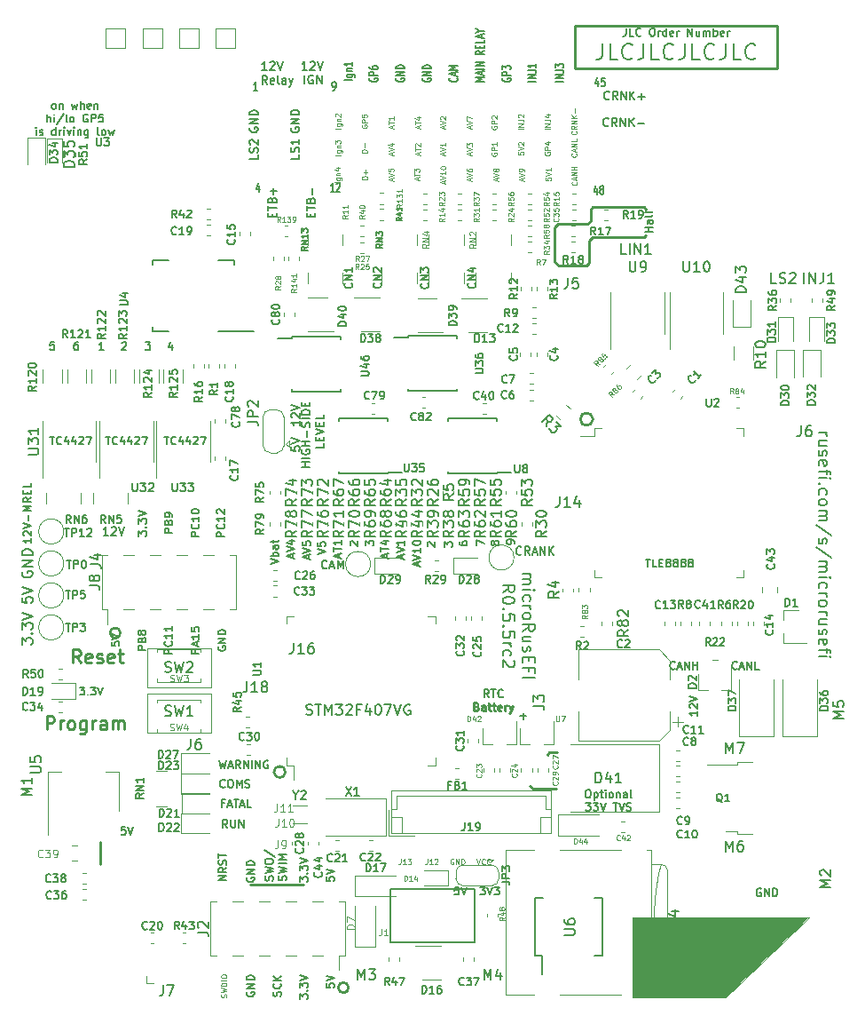
<source format=gbr>
%TF.GenerationSoftware,KiCad,Pcbnew,5.1.5+dfsg1-2build2*%
%TF.CreationDate,2021-12-29T23:04:14+01:00*%
%TF.ProjectId,micro_rusEFI,6d696372-6f5f-4727-9573-4546492e6b69,R0.5.5rc2*%
%TF.SameCoordinates,Original*%
%TF.FileFunction,Legend,Top*%
%TF.FilePolarity,Positive*%
%FSLAX46Y46*%
G04 Gerber Fmt 4.6, Leading zero omitted, Abs format (unit mm)*
G04 Created by KiCad (PCBNEW 5.1.5+dfsg1-2build2) date 2021-12-29 23:04:14*
%MOMM*%
%LPD*%
G04 APERTURE LIST*
%ADD10C,0.130000*%
%ADD11C,0.250000*%
%ADD12C,0.150000*%
%ADD13C,0.200000*%
%ADD14C,0.100000*%
%ADD15C,0.152400*%
%ADD16C,0.127000*%
%ADD17C,0.203200*%
%ADD18C,0.254000*%
%ADD19C,0.120000*%
%ADD20C,0.101600*%
%ADD21C,0.125000*%
%ADD22C,0.114300*%
%ADD23C,0.088900*%
G04 APERTURE END LIST*
D10*
X73834666Y-46950380D02*
X73834666Y-47664666D01*
X73787047Y-47807523D01*
X73691809Y-47902761D01*
X73548952Y-47950380D01*
X73453714Y-47950380D01*
X74787047Y-46950380D02*
X74310857Y-46950380D01*
X74263238Y-47426571D01*
X74310857Y-47378952D01*
X74406095Y-47331333D01*
X74644190Y-47331333D01*
X74739428Y-47378952D01*
X74787047Y-47426571D01*
X74834666Y-47521809D01*
X74834666Y-47759904D01*
X74787047Y-47855142D01*
X74739428Y-47902761D01*
X74644190Y-47950380D01*
X74406095Y-47950380D01*
X74310857Y-47902761D01*
X74263238Y-47855142D01*
D11*
X72080120Y-92202000D02*
X71882000Y-92400120D01*
X72801480Y-92202000D02*
X72080120Y-92202000D01*
X70525640Y-95595440D02*
X70205600Y-95356680D01*
X72740520Y-95595440D02*
X70525640Y-95595440D01*
D12*
X63401000Y-104999285D02*
X63043857Y-104999285D01*
X63008142Y-105356428D01*
X63043857Y-105320714D01*
X63115285Y-105285000D01*
X63293857Y-105285000D01*
X63365285Y-105320714D01*
X63401000Y-105356428D01*
X63436714Y-105427857D01*
X63436714Y-105606428D01*
X63401000Y-105677857D01*
X63365285Y-105713571D01*
X63293857Y-105749285D01*
X63115285Y-105749285D01*
X63043857Y-105713571D01*
X63008142Y-105677857D01*
X63651000Y-104999285D02*
X63901000Y-105749285D01*
X64151000Y-104999285D01*
X65472428Y-104999285D02*
X65936714Y-104999285D01*
X65686714Y-105285000D01*
X65793857Y-105285000D01*
X65865285Y-105320714D01*
X65901000Y-105356428D01*
X65936714Y-105427857D01*
X65936714Y-105606428D01*
X65901000Y-105677857D01*
X65865285Y-105713571D01*
X65793857Y-105749285D01*
X65579571Y-105749285D01*
X65508142Y-105713571D01*
X65472428Y-105677857D01*
X66151000Y-104999285D02*
X66401000Y-105749285D01*
X66651000Y-104999285D01*
X66829571Y-104999285D02*
X67293857Y-104999285D01*
X67043857Y-105285000D01*
X67151000Y-105285000D01*
X67222428Y-105320714D01*
X67258142Y-105356428D01*
X67293857Y-105427857D01*
X67293857Y-105606428D01*
X67258142Y-105677857D01*
X67222428Y-105713571D01*
X67151000Y-105749285D01*
X66936714Y-105749285D01*
X66865285Y-105713571D01*
X66829571Y-105677857D01*
D13*
X97780928Y-61721999D02*
X98542928Y-61721999D01*
X98325214Y-61721999D02*
X98434071Y-61776428D01*
X98488500Y-61830857D01*
X98542928Y-61939714D01*
X98542928Y-62048571D01*
X98542928Y-62919428D02*
X97780928Y-62919428D01*
X98542928Y-62429571D02*
X97944214Y-62429571D01*
X97835357Y-62483999D01*
X97780928Y-62592857D01*
X97780928Y-62756142D01*
X97835357Y-62864999D01*
X97889785Y-62919428D01*
X97835357Y-63409285D02*
X97780928Y-63518142D01*
X97780928Y-63735857D01*
X97835357Y-63844714D01*
X97944214Y-63899142D01*
X97998642Y-63899142D01*
X98107500Y-63844714D01*
X98161928Y-63735857D01*
X98161928Y-63572571D01*
X98216357Y-63463714D01*
X98325214Y-63409285D01*
X98379642Y-63409285D01*
X98488500Y-63463714D01*
X98542928Y-63572571D01*
X98542928Y-63735857D01*
X98488500Y-63844714D01*
X97835357Y-64824428D02*
X97780928Y-64715571D01*
X97780928Y-64497857D01*
X97835357Y-64388999D01*
X97944214Y-64334571D01*
X98379642Y-64334571D01*
X98488500Y-64388999D01*
X98542928Y-64497857D01*
X98542928Y-64715571D01*
X98488500Y-64824428D01*
X98379642Y-64878857D01*
X98270785Y-64878857D01*
X98161928Y-64334571D01*
X98542928Y-65205428D02*
X98542928Y-65640857D01*
X97780928Y-65368714D02*
X98760642Y-65368714D01*
X98869500Y-65423142D01*
X98923928Y-65531999D01*
X98923928Y-65640857D01*
X97780928Y-66021857D02*
X98542928Y-66021857D01*
X98923928Y-66021857D02*
X98869500Y-65967428D01*
X98815071Y-66021857D01*
X98869500Y-66076285D01*
X98923928Y-66021857D01*
X98815071Y-66021857D01*
X97889785Y-66566142D02*
X97835357Y-66620571D01*
X97780928Y-66566142D01*
X97835357Y-66511714D01*
X97889785Y-66566142D01*
X97780928Y-66566142D01*
X97835357Y-67600285D02*
X97780928Y-67491428D01*
X97780928Y-67273714D01*
X97835357Y-67164857D01*
X97889785Y-67110428D01*
X97998642Y-67055999D01*
X98325214Y-67055999D01*
X98434071Y-67110428D01*
X98488500Y-67164857D01*
X98542928Y-67273714D01*
X98542928Y-67491428D01*
X98488500Y-67600285D01*
X97780928Y-68253428D02*
X97835357Y-68144571D01*
X97889785Y-68090142D01*
X97998642Y-68035714D01*
X98325214Y-68035714D01*
X98434071Y-68090142D01*
X98488500Y-68144571D01*
X98542928Y-68253428D01*
X98542928Y-68416714D01*
X98488500Y-68525571D01*
X98434071Y-68579999D01*
X98325214Y-68634428D01*
X97998642Y-68634428D01*
X97889785Y-68579999D01*
X97835357Y-68525571D01*
X97780928Y-68416714D01*
X97780928Y-68253428D01*
X97780928Y-69124285D02*
X98542928Y-69124285D01*
X98434071Y-69124285D02*
X98488500Y-69178714D01*
X98542928Y-69287571D01*
X98542928Y-69450857D01*
X98488500Y-69559714D01*
X98379642Y-69614142D01*
X97780928Y-69614142D01*
X98379642Y-69614142D02*
X98488500Y-69668571D01*
X98542928Y-69777428D01*
X98542928Y-69940714D01*
X98488500Y-70049571D01*
X98379642Y-70104000D01*
X97780928Y-70104000D01*
X98978357Y-71464714D02*
X97508785Y-70485000D01*
X97835357Y-71791285D02*
X97780928Y-71900142D01*
X97780928Y-72117857D01*
X97835357Y-72226714D01*
X97944214Y-72281142D01*
X97998642Y-72281142D01*
X98107500Y-72226714D01*
X98161928Y-72117857D01*
X98161928Y-71954571D01*
X98216357Y-71845714D01*
X98325214Y-71791285D01*
X98379642Y-71791285D01*
X98488500Y-71845714D01*
X98542928Y-71954571D01*
X98542928Y-72117857D01*
X98488500Y-72226714D01*
X98978357Y-73587428D02*
X97508785Y-72607714D01*
X97780928Y-73968428D02*
X98542928Y-73968428D01*
X98434071Y-73968428D02*
X98488500Y-74022857D01*
X98542928Y-74131714D01*
X98542928Y-74294999D01*
X98488500Y-74403857D01*
X98379642Y-74458285D01*
X97780928Y-74458285D01*
X98379642Y-74458285D02*
X98488500Y-74512714D01*
X98542928Y-74621571D01*
X98542928Y-74784857D01*
X98488500Y-74893714D01*
X98379642Y-74948142D01*
X97780928Y-74948142D01*
X97780928Y-75492428D02*
X98542928Y-75492428D01*
X98923928Y-75492428D02*
X98869500Y-75437999D01*
X98815071Y-75492428D01*
X98869500Y-75546857D01*
X98923928Y-75492428D01*
X98815071Y-75492428D01*
X97835357Y-76526571D02*
X97780928Y-76417714D01*
X97780928Y-76199999D01*
X97835357Y-76091142D01*
X97889785Y-76036714D01*
X97998642Y-75982285D01*
X98325214Y-75982285D01*
X98434071Y-76036714D01*
X98488500Y-76091142D01*
X98542928Y-76199999D01*
X98542928Y-76417714D01*
X98488500Y-76526571D01*
X97780928Y-77016428D02*
X98542928Y-77016428D01*
X98325214Y-77016428D02*
X98434071Y-77070857D01*
X98488500Y-77125285D01*
X98542928Y-77234142D01*
X98542928Y-77342999D01*
X97780928Y-77887285D02*
X97835357Y-77778428D01*
X97889785Y-77723999D01*
X97998642Y-77669571D01*
X98325214Y-77669571D01*
X98434071Y-77723999D01*
X98488500Y-77778428D01*
X98542928Y-77887285D01*
X98542928Y-78050571D01*
X98488500Y-78159428D01*
X98434071Y-78213857D01*
X98325214Y-78268285D01*
X97998642Y-78268285D01*
X97889785Y-78213857D01*
X97835357Y-78159428D01*
X97780928Y-78050571D01*
X97780928Y-77887285D01*
X97780928Y-78758142D02*
X98542928Y-78758142D01*
X98325214Y-78758142D02*
X98434071Y-78812571D01*
X98488500Y-78867000D01*
X98542928Y-78975857D01*
X98542928Y-79084714D01*
X98542928Y-79955571D02*
X97780928Y-79955571D01*
X98542928Y-79465714D02*
X97944214Y-79465714D01*
X97835357Y-79520142D01*
X97780928Y-79629000D01*
X97780928Y-79792285D01*
X97835357Y-79901142D01*
X97889785Y-79955571D01*
X97835357Y-80445428D02*
X97780928Y-80554285D01*
X97780928Y-80772000D01*
X97835357Y-80880857D01*
X97944214Y-80935285D01*
X97998642Y-80935285D01*
X98107500Y-80880857D01*
X98161928Y-80772000D01*
X98161928Y-80608714D01*
X98216357Y-80499857D01*
X98325214Y-80445428D01*
X98379642Y-80445428D01*
X98488500Y-80499857D01*
X98542928Y-80608714D01*
X98542928Y-80772000D01*
X98488500Y-80880857D01*
X97835357Y-81860571D02*
X97780928Y-81751714D01*
X97780928Y-81534000D01*
X97835357Y-81425142D01*
X97944214Y-81370714D01*
X98379642Y-81370714D01*
X98488500Y-81425142D01*
X98542928Y-81534000D01*
X98542928Y-81751714D01*
X98488500Y-81860571D01*
X98379642Y-81915000D01*
X98270785Y-81915000D01*
X98161928Y-81370714D01*
X98542928Y-82241571D02*
X98542928Y-82677000D01*
X97780928Y-82404857D02*
X98760642Y-82404857D01*
X98869500Y-82459285D01*
X98923928Y-82568142D01*
X98923928Y-82677000D01*
X97780928Y-83058000D02*
X98542928Y-83058000D01*
X98923928Y-83058000D02*
X98869500Y-83003571D01*
X98815071Y-83058000D01*
X98869500Y-83112428D01*
X98923928Y-83058000D01*
X98815071Y-83058000D01*
X69528178Y-75184000D02*
X70290178Y-75184000D01*
X70181321Y-75184000D02*
X70235750Y-75238428D01*
X70290178Y-75347285D01*
X70290178Y-75510571D01*
X70235750Y-75619428D01*
X70126892Y-75673857D01*
X69528178Y-75673857D01*
X70126892Y-75673857D02*
X70235750Y-75728285D01*
X70290178Y-75837142D01*
X70290178Y-76000428D01*
X70235750Y-76109285D01*
X70126892Y-76163714D01*
X69528178Y-76163714D01*
X69528178Y-76708000D02*
X70290178Y-76708000D01*
X70671178Y-76708000D02*
X70616750Y-76653571D01*
X70562321Y-76708000D01*
X70616750Y-76762428D01*
X70671178Y-76708000D01*
X70562321Y-76708000D01*
X69582607Y-77742142D02*
X69528178Y-77633285D01*
X69528178Y-77415571D01*
X69582607Y-77306714D01*
X69637035Y-77252285D01*
X69745892Y-77197857D01*
X70072464Y-77197857D01*
X70181321Y-77252285D01*
X70235750Y-77306714D01*
X70290178Y-77415571D01*
X70290178Y-77633285D01*
X70235750Y-77742142D01*
X69528178Y-78232000D02*
X70290178Y-78232000D01*
X70072464Y-78232000D02*
X70181321Y-78286428D01*
X70235750Y-78340857D01*
X70290178Y-78449714D01*
X70290178Y-78558571D01*
X69528178Y-79102857D02*
X69582607Y-78994000D01*
X69637035Y-78939571D01*
X69745892Y-78885142D01*
X70072464Y-78885142D01*
X70181321Y-78939571D01*
X70235750Y-78994000D01*
X70290178Y-79102857D01*
X70290178Y-79266142D01*
X70235750Y-79375000D01*
X70181321Y-79429428D01*
X70072464Y-79483857D01*
X69745892Y-79483857D01*
X69637035Y-79429428D01*
X69582607Y-79375000D01*
X69528178Y-79266142D01*
X69528178Y-79102857D01*
X69528178Y-80626857D02*
X70072464Y-80245857D01*
X69528178Y-79973714D02*
X70671178Y-79973714D01*
X70671178Y-80409142D01*
X70616750Y-80518000D01*
X70562321Y-80572428D01*
X70453464Y-80626857D01*
X70290178Y-80626857D01*
X70181321Y-80572428D01*
X70126892Y-80518000D01*
X70072464Y-80409142D01*
X70072464Y-79973714D01*
X70290178Y-81606571D02*
X69528178Y-81606571D01*
X70290178Y-81116714D02*
X69691464Y-81116714D01*
X69582607Y-81171142D01*
X69528178Y-81280000D01*
X69528178Y-81443285D01*
X69582607Y-81552142D01*
X69637035Y-81606571D01*
X69582607Y-82096428D02*
X69528178Y-82205285D01*
X69528178Y-82423000D01*
X69582607Y-82531857D01*
X69691464Y-82586285D01*
X69745892Y-82586285D01*
X69854750Y-82531857D01*
X69909178Y-82423000D01*
X69909178Y-82259714D01*
X69963607Y-82150857D01*
X70072464Y-82096428D01*
X70126892Y-82096428D01*
X70235750Y-82150857D01*
X70290178Y-82259714D01*
X70290178Y-82423000D01*
X70235750Y-82531857D01*
X70126892Y-83076142D02*
X70126892Y-83457142D01*
X69528178Y-83620428D02*
X69528178Y-83076142D01*
X70671178Y-83076142D01*
X70671178Y-83620428D01*
X70126892Y-84491285D02*
X70126892Y-84110285D01*
X69528178Y-84110285D02*
X70671178Y-84110285D01*
X70671178Y-84654571D01*
X69528178Y-85090000D02*
X70671178Y-85090000D01*
X67613678Y-76925714D02*
X68157964Y-76544714D01*
X67613678Y-76272571D02*
X68756678Y-76272571D01*
X68756678Y-76708000D01*
X68702250Y-76816857D01*
X68647821Y-76871285D01*
X68538964Y-76925714D01*
X68375678Y-76925714D01*
X68266821Y-76871285D01*
X68212392Y-76816857D01*
X68157964Y-76708000D01*
X68157964Y-76272571D01*
X68756678Y-77633285D02*
X68756678Y-77742142D01*
X68702250Y-77851000D01*
X68647821Y-77905428D01*
X68538964Y-77959857D01*
X68321250Y-78014285D01*
X68049107Y-78014285D01*
X67831392Y-77959857D01*
X67722535Y-77905428D01*
X67668107Y-77851000D01*
X67613678Y-77742142D01*
X67613678Y-77633285D01*
X67668107Y-77524428D01*
X67722535Y-77470000D01*
X67831392Y-77415571D01*
X68049107Y-77361142D01*
X68321250Y-77361142D01*
X68538964Y-77415571D01*
X68647821Y-77470000D01*
X68702250Y-77524428D01*
X68756678Y-77633285D01*
X67722535Y-78504142D02*
X67668107Y-78558571D01*
X67613678Y-78504142D01*
X67668107Y-78449714D01*
X67722535Y-78504142D01*
X67613678Y-78504142D01*
X68756678Y-79592714D02*
X68756678Y-79048428D01*
X68212392Y-78994000D01*
X68266821Y-79048428D01*
X68321250Y-79157285D01*
X68321250Y-79429428D01*
X68266821Y-79538285D01*
X68212392Y-79592714D01*
X68103535Y-79647142D01*
X67831392Y-79647142D01*
X67722535Y-79592714D01*
X67668107Y-79538285D01*
X67613678Y-79429428D01*
X67613678Y-79157285D01*
X67668107Y-79048428D01*
X67722535Y-78994000D01*
X67722535Y-80137000D02*
X67668107Y-80191428D01*
X67613678Y-80137000D01*
X67668107Y-80082571D01*
X67722535Y-80137000D01*
X67613678Y-80137000D01*
X68756678Y-81225571D02*
X68756678Y-80681285D01*
X68212392Y-80626857D01*
X68266821Y-80681285D01*
X68321250Y-80790142D01*
X68321250Y-81062285D01*
X68266821Y-81171142D01*
X68212392Y-81225571D01*
X68103535Y-81280000D01*
X67831392Y-81280000D01*
X67722535Y-81225571D01*
X67668107Y-81171142D01*
X67613678Y-81062285D01*
X67613678Y-80790142D01*
X67668107Y-80681285D01*
X67722535Y-80626857D01*
X67613678Y-81769857D02*
X68375678Y-81769857D01*
X68157964Y-81769857D02*
X68266821Y-81824285D01*
X68321250Y-81878714D01*
X68375678Y-81987571D01*
X68375678Y-82096428D01*
X67668107Y-82967285D02*
X67613678Y-82858428D01*
X67613678Y-82640714D01*
X67668107Y-82531857D01*
X67722535Y-82477428D01*
X67831392Y-82423000D01*
X68157964Y-82423000D01*
X68266821Y-82477428D01*
X68321250Y-82531857D01*
X68375678Y-82640714D01*
X68375678Y-82858428D01*
X68321250Y-82967285D01*
X68647821Y-83402714D02*
X68702250Y-83457142D01*
X68756678Y-83566000D01*
X68756678Y-83838142D01*
X68702250Y-83947000D01*
X68647821Y-84001428D01*
X68538964Y-84055857D01*
X68430107Y-84055857D01*
X68266821Y-84001428D01*
X67613678Y-83348285D01*
X67613678Y-84055857D01*
D11*
X76000000Y-40400000D02*
X76200000Y-40200000D01*
X81100000Y-43100000D02*
X81300000Y-42900000D01*
X76200000Y-43100000D02*
X81100000Y-43100000D01*
X75900000Y-43400000D02*
X76200000Y-43100000D01*
X75900000Y-45500000D02*
X75900000Y-43400000D01*
X75600000Y-45800000D02*
X75900000Y-45500000D01*
X73000000Y-45800000D02*
X75600000Y-45800000D01*
X72600000Y-45400000D02*
X73000000Y-45800000D01*
X72600000Y-42100000D02*
X72600000Y-45400000D01*
X72900000Y-41800000D02*
X72600000Y-42100000D01*
X75700000Y-41800000D02*
X72900000Y-41800000D01*
X76000000Y-41500000D02*
X75700000Y-41800000D01*
X76000000Y-40400000D02*
X76000000Y-41500000D01*
X81100000Y-40200000D02*
X76200000Y-40200000D01*
X81300000Y-40400000D02*
X81100000Y-40200000D01*
D14*
G36*
X88900000Y-115570000D02*
G01*
X80010000Y-115570000D01*
X80010000Y-107950000D01*
X96901000Y-107950000D01*
X88900000Y-115570000D01*
G37*
X88900000Y-115570000D02*
X80010000Y-115570000D01*
X80010000Y-107950000D01*
X96901000Y-107950000D01*
X88900000Y-115570000D01*
D10*
X24725571Y-30834285D02*
X24654142Y-30798571D01*
X24618428Y-30762857D01*
X24582714Y-30691428D01*
X24582714Y-30477142D01*
X24618428Y-30405714D01*
X24654142Y-30370000D01*
X24725571Y-30334285D01*
X24832714Y-30334285D01*
X24904142Y-30370000D01*
X24939857Y-30405714D01*
X24975571Y-30477142D01*
X24975571Y-30691428D01*
X24939857Y-30762857D01*
X24904142Y-30798571D01*
X24832714Y-30834285D01*
X24725571Y-30834285D01*
X25297000Y-30334285D02*
X25297000Y-30834285D01*
X25297000Y-30405714D02*
X25332714Y-30370000D01*
X25404142Y-30334285D01*
X25511285Y-30334285D01*
X25582714Y-30370000D01*
X25618428Y-30441428D01*
X25618428Y-30834285D01*
X26475571Y-30334285D02*
X26618428Y-30834285D01*
X26761285Y-30477142D01*
X26904142Y-30834285D01*
X27047000Y-30334285D01*
X27332714Y-30834285D02*
X27332714Y-30084285D01*
X27654142Y-30834285D02*
X27654142Y-30441428D01*
X27618428Y-30370000D01*
X27547000Y-30334285D01*
X27439857Y-30334285D01*
X27368428Y-30370000D01*
X27332714Y-30405714D01*
X28297000Y-30798571D02*
X28225571Y-30834285D01*
X28082714Y-30834285D01*
X28011285Y-30798571D01*
X27975571Y-30727142D01*
X27975571Y-30441428D01*
X28011285Y-30370000D01*
X28082714Y-30334285D01*
X28225571Y-30334285D01*
X28297000Y-30370000D01*
X28332714Y-30441428D01*
X28332714Y-30512857D01*
X27975571Y-30584285D01*
X28654142Y-30334285D02*
X28654142Y-30834285D01*
X28654142Y-30405714D02*
X28689857Y-30370000D01*
X28761285Y-30334285D01*
X28868428Y-30334285D01*
X28939857Y-30370000D01*
X28975571Y-30441428D01*
X28975571Y-30834285D01*
X24136285Y-32089285D02*
X24136285Y-31339285D01*
X24457714Y-32089285D02*
X24457714Y-31696428D01*
X24422000Y-31625000D01*
X24350571Y-31589285D01*
X24243428Y-31589285D01*
X24172000Y-31625000D01*
X24136285Y-31660714D01*
X24814857Y-32089285D02*
X24814857Y-31589285D01*
X24814857Y-31339285D02*
X24779142Y-31375000D01*
X24814857Y-31410714D01*
X24850571Y-31375000D01*
X24814857Y-31339285D01*
X24814857Y-31410714D01*
X25707714Y-31303571D02*
X25064857Y-32267857D01*
X26064857Y-32089285D02*
X25993428Y-32053571D01*
X25957714Y-31982142D01*
X25957714Y-31339285D01*
X26457714Y-32089285D02*
X26386285Y-32053571D01*
X26350571Y-32017857D01*
X26314857Y-31946428D01*
X26314857Y-31732142D01*
X26350571Y-31660714D01*
X26386285Y-31625000D01*
X26457714Y-31589285D01*
X26564857Y-31589285D01*
X26636285Y-31625000D01*
X26672000Y-31660714D01*
X26707714Y-31732142D01*
X26707714Y-31946428D01*
X26672000Y-32017857D01*
X26636285Y-32053571D01*
X26564857Y-32089285D01*
X26457714Y-32089285D01*
X27993428Y-31375000D02*
X27922000Y-31339285D01*
X27814857Y-31339285D01*
X27707714Y-31375000D01*
X27636285Y-31446428D01*
X27600571Y-31517857D01*
X27564857Y-31660714D01*
X27564857Y-31767857D01*
X27600571Y-31910714D01*
X27636285Y-31982142D01*
X27707714Y-32053571D01*
X27814857Y-32089285D01*
X27886285Y-32089285D01*
X27993428Y-32053571D01*
X28029142Y-32017857D01*
X28029142Y-31767857D01*
X27886285Y-31767857D01*
X28350571Y-32089285D02*
X28350571Y-31339285D01*
X28636285Y-31339285D01*
X28707714Y-31375000D01*
X28743428Y-31410714D01*
X28779142Y-31482142D01*
X28779142Y-31589285D01*
X28743428Y-31660714D01*
X28707714Y-31696428D01*
X28636285Y-31732142D01*
X28350571Y-31732142D01*
X29457714Y-31339285D02*
X29100571Y-31339285D01*
X29064857Y-31696428D01*
X29100571Y-31660714D01*
X29172000Y-31625000D01*
X29350571Y-31625000D01*
X29422000Y-31660714D01*
X29457714Y-31696428D01*
X29493428Y-31767857D01*
X29493428Y-31946428D01*
X29457714Y-32017857D01*
X29422000Y-32053571D01*
X29350571Y-32089285D01*
X29172000Y-32089285D01*
X29100571Y-32053571D01*
X29064857Y-32017857D01*
X23100571Y-33344285D02*
X23100571Y-32844285D01*
X23100571Y-32594285D02*
X23064857Y-32630000D01*
X23100571Y-32665714D01*
X23136285Y-32630000D01*
X23100571Y-32594285D01*
X23100571Y-32665714D01*
X23422000Y-33308571D02*
X23493428Y-33344285D01*
X23636285Y-33344285D01*
X23707714Y-33308571D01*
X23743428Y-33237142D01*
X23743428Y-33201428D01*
X23707714Y-33130000D01*
X23636285Y-33094285D01*
X23529142Y-33094285D01*
X23457714Y-33058571D01*
X23422000Y-32987142D01*
X23422000Y-32951428D01*
X23457714Y-32880000D01*
X23529142Y-32844285D01*
X23636285Y-32844285D01*
X23707714Y-32880000D01*
X24957714Y-33344285D02*
X24957714Y-32594285D01*
X24957714Y-33308571D02*
X24886285Y-33344285D01*
X24743428Y-33344285D01*
X24672000Y-33308571D01*
X24636285Y-33272857D01*
X24600571Y-33201428D01*
X24600571Y-32987142D01*
X24636285Y-32915714D01*
X24672000Y-32880000D01*
X24743428Y-32844285D01*
X24886285Y-32844285D01*
X24957714Y-32880000D01*
X25314857Y-33344285D02*
X25314857Y-32844285D01*
X25314857Y-32987142D02*
X25350571Y-32915714D01*
X25386285Y-32880000D01*
X25457714Y-32844285D01*
X25529142Y-32844285D01*
X25779142Y-33344285D02*
X25779142Y-32844285D01*
X25779142Y-32594285D02*
X25743428Y-32630000D01*
X25779142Y-32665714D01*
X25814857Y-32630000D01*
X25779142Y-32594285D01*
X25779142Y-32665714D01*
X26064857Y-32844285D02*
X26243428Y-33344285D01*
X26422000Y-32844285D01*
X26707714Y-33344285D02*
X26707714Y-32844285D01*
X26707714Y-32594285D02*
X26672000Y-32630000D01*
X26707714Y-32665714D01*
X26743428Y-32630000D01*
X26707714Y-32594285D01*
X26707714Y-32665714D01*
X27064857Y-32844285D02*
X27064857Y-33344285D01*
X27064857Y-32915714D02*
X27100571Y-32880000D01*
X27172000Y-32844285D01*
X27279142Y-32844285D01*
X27350571Y-32880000D01*
X27386285Y-32951428D01*
X27386285Y-33344285D01*
X28064857Y-32844285D02*
X28064857Y-33451428D01*
X28029142Y-33522857D01*
X27993428Y-33558571D01*
X27922000Y-33594285D01*
X27814857Y-33594285D01*
X27743428Y-33558571D01*
X28064857Y-33308571D02*
X27993428Y-33344285D01*
X27850571Y-33344285D01*
X27779142Y-33308571D01*
X27743428Y-33272857D01*
X27707714Y-33201428D01*
X27707714Y-32987142D01*
X27743428Y-32915714D01*
X27779142Y-32880000D01*
X27850571Y-32844285D01*
X27993428Y-32844285D01*
X28064857Y-32880000D01*
X29100571Y-33344285D02*
X29029142Y-33308571D01*
X28993428Y-33237142D01*
X28993428Y-32594285D01*
X29493428Y-33344285D02*
X29422000Y-33308571D01*
X29386285Y-33272857D01*
X29350571Y-33201428D01*
X29350571Y-32987142D01*
X29386285Y-32915714D01*
X29422000Y-32880000D01*
X29493428Y-32844285D01*
X29600571Y-32844285D01*
X29672000Y-32880000D01*
X29707714Y-32915714D01*
X29743428Y-32987142D01*
X29743428Y-33201428D01*
X29707714Y-33272857D01*
X29672000Y-33308571D01*
X29600571Y-33344285D01*
X29493428Y-33344285D01*
X29993428Y-32844285D02*
X30136285Y-33344285D01*
X30279142Y-32987142D01*
X30422000Y-33344285D01*
X30564857Y-32844285D01*
D15*
X21732119Y-81890809D02*
X21732119Y-81261857D01*
X22119166Y-81600523D01*
X22119166Y-81455380D01*
X22167547Y-81358619D01*
X22215928Y-81310238D01*
X22312690Y-81261857D01*
X22554595Y-81261857D01*
X22651357Y-81310238D01*
X22699738Y-81358619D01*
X22748119Y-81455380D01*
X22748119Y-81745666D01*
X22699738Y-81842428D01*
X22651357Y-81890809D01*
X22651357Y-80826428D02*
X22699738Y-80778047D01*
X22748119Y-80826428D01*
X22699738Y-80874809D01*
X22651357Y-80826428D01*
X22748119Y-80826428D01*
X21732119Y-80439380D02*
X21732119Y-79810428D01*
X22119166Y-80149095D01*
X22119166Y-80003952D01*
X22167547Y-79907190D01*
X22215928Y-79858809D01*
X22312690Y-79810428D01*
X22554595Y-79810428D01*
X22651357Y-79858809D01*
X22699738Y-79907190D01*
X22748119Y-80003952D01*
X22748119Y-80294238D01*
X22699738Y-80391000D01*
X22651357Y-80439380D01*
X21732119Y-79520142D02*
X22748119Y-79181476D01*
X21732119Y-78842809D01*
X93746857Y-47459619D02*
X93263047Y-47459619D01*
X93263047Y-46443619D01*
X94037142Y-47411238D02*
X94182285Y-47459619D01*
X94424190Y-47459619D01*
X94520952Y-47411238D01*
X94569333Y-47362857D01*
X94617714Y-47266095D01*
X94617714Y-47169333D01*
X94569333Y-47072571D01*
X94520952Y-47024190D01*
X94424190Y-46975809D01*
X94230666Y-46927428D01*
X94133904Y-46879047D01*
X94085523Y-46830666D01*
X94037142Y-46733904D01*
X94037142Y-46637142D01*
X94085523Y-46540380D01*
X94133904Y-46492000D01*
X94230666Y-46443619D01*
X94472571Y-46443619D01*
X94617714Y-46492000D01*
X95004761Y-46540380D02*
X95053142Y-46492000D01*
X95149904Y-46443619D01*
X95391809Y-46443619D01*
X95488571Y-46492000D01*
X95536952Y-46540380D01*
X95585333Y-46637142D01*
X95585333Y-46733904D01*
X95536952Y-46879047D01*
X94956380Y-47459619D01*
X95585333Y-47459619D01*
X96396952Y-47459619D02*
X96396952Y-46443619D01*
X96880761Y-47459619D02*
X96880761Y-46443619D01*
X97461333Y-47459619D01*
X97461333Y-46443619D01*
X98235428Y-46443619D02*
X98235428Y-47169333D01*
X98187047Y-47314476D01*
X98090285Y-47411238D01*
X97945142Y-47459619D01*
X97848380Y-47459619D01*
X99251428Y-47459619D02*
X98670857Y-47459619D01*
X98961142Y-47459619D02*
X98961142Y-46443619D01*
X98864380Y-46588761D01*
X98767619Y-46685523D01*
X98670857Y-46733904D01*
D16*
X32828895Y-71557847D02*
X32828895Y-71054685D01*
X33138533Y-71325619D01*
X33138533Y-71209504D01*
X33177238Y-71132095D01*
X33215942Y-71093390D01*
X33293352Y-71054685D01*
X33486876Y-71054685D01*
X33564285Y-71093390D01*
X33602990Y-71132095D01*
X33641695Y-71209504D01*
X33641695Y-71441733D01*
X33602990Y-71519142D01*
X33564285Y-71557847D01*
X33564285Y-70706342D02*
X33602990Y-70667638D01*
X33641695Y-70706342D01*
X33602990Y-70745047D01*
X33564285Y-70706342D01*
X33641695Y-70706342D01*
X32828895Y-70396704D02*
X32828895Y-69893542D01*
X33138533Y-70164476D01*
X33138533Y-70048361D01*
X33177238Y-69970952D01*
X33215942Y-69932247D01*
X33293352Y-69893542D01*
X33486876Y-69893542D01*
X33564285Y-69932247D01*
X33602990Y-69970952D01*
X33641695Y-70048361D01*
X33641695Y-70280590D01*
X33602990Y-70358000D01*
X33564285Y-70396704D01*
X32828895Y-69661314D02*
X33641695Y-69390380D01*
X32828895Y-69119447D01*
X29976838Y-71487695D02*
X29512380Y-71487695D01*
X29744609Y-71487695D02*
X29744609Y-70674895D01*
X29667200Y-70791009D01*
X29589790Y-70868419D01*
X29512380Y-70907123D01*
X30286476Y-70752304D02*
X30325180Y-70713600D01*
X30402590Y-70674895D01*
X30596114Y-70674895D01*
X30673523Y-70713600D01*
X30712228Y-70752304D01*
X30750933Y-70829714D01*
X30750933Y-70907123D01*
X30712228Y-71023238D01*
X30247771Y-71487695D01*
X30750933Y-71487695D01*
X30983161Y-70674895D02*
X31254095Y-71487695D01*
X31525028Y-70674895D01*
X75706142Y-95737285D02*
X75849000Y-95737285D01*
X75920428Y-95773000D01*
X75991857Y-95844428D01*
X76027571Y-95987285D01*
X76027571Y-96237285D01*
X75991857Y-96380142D01*
X75920428Y-96451571D01*
X75849000Y-96487285D01*
X75706142Y-96487285D01*
X75634714Y-96451571D01*
X75563285Y-96380142D01*
X75527571Y-96237285D01*
X75527571Y-95987285D01*
X75563285Y-95844428D01*
X75634714Y-95773000D01*
X75706142Y-95737285D01*
X76349000Y-95987285D02*
X76349000Y-96737285D01*
X76349000Y-96023000D02*
X76420428Y-95987285D01*
X76563285Y-95987285D01*
X76634714Y-96023000D01*
X76670428Y-96058714D01*
X76706142Y-96130142D01*
X76706142Y-96344428D01*
X76670428Y-96415857D01*
X76634714Y-96451571D01*
X76563285Y-96487285D01*
X76420428Y-96487285D01*
X76349000Y-96451571D01*
X76920428Y-95987285D02*
X77206142Y-95987285D01*
X77027571Y-95737285D02*
X77027571Y-96380142D01*
X77063285Y-96451571D01*
X77134714Y-96487285D01*
X77206142Y-96487285D01*
X77456142Y-96487285D02*
X77456142Y-95987285D01*
X77456142Y-95737285D02*
X77420428Y-95773000D01*
X77456142Y-95808714D01*
X77491857Y-95773000D01*
X77456142Y-95737285D01*
X77456142Y-95808714D01*
X77920428Y-96487285D02*
X77849000Y-96451571D01*
X77813285Y-96415857D01*
X77777571Y-96344428D01*
X77777571Y-96130142D01*
X77813285Y-96058714D01*
X77849000Y-96023000D01*
X77920428Y-95987285D01*
X78027571Y-95987285D01*
X78099000Y-96023000D01*
X78134714Y-96058714D01*
X78170428Y-96130142D01*
X78170428Y-96344428D01*
X78134714Y-96415857D01*
X78099000Y-96451571D01*
X78027571Y-96487285D01*
X77920428Y-96487285D01*
X78491857Y-95987285D02*
X78491857Y-96487285D01*
X78491857Y-96058714D02*
X78527571Y-96023000D01*
X78599000Y-95987285D01*
X78706142Y-95987285D01*
X78777571Y-96023000D01*
X78813285Y-96094428D01*
X78813285Y-96487285D01*
X79491857Y-96487285D02*
X79491857Y-96094428D01*
X79456142Y-96023000D01*
X79384714Y-95987285D01*
X79241857Y-95987285D01*
X79170428Y-96023000D01*
X79491857Y-96451571D02*
X79420428Y-96487285D01*
X79241857Y-96487285D01*
X79170428Y-96451571D01*
X79134714Y-96380142D01*
X79134714Y-96308714D01*
X79170428Y-96237285D01*
X79241857Y-96201571D01*
X79420428Y-96201571D01*
X79491857Y-96165857D01*
X79956142Y-96487285D02*
X79884714Y-96451571D01*
X79849000Y-96380142D01*
X79849000Y-95737285D01*
X75545428Y-96989285D02*
X76009714Y-96989285D01*
X75759714Y-97275000D01*
X75866857Y-97275000D01*
X75938285Y-97310714D01*
X75974000Y-97346428D01*
X76009714Y-97417857D01*
X76009714Y-97596428D01*
X75974000Y-97667857D01*
X75938285Y-97703571D01*
X75866857Y-97739285D01*
X75652571Y-97739285D01*
X75581142Y-97703571D01*
X75545428Y-97667857D01*
X76259714Y-96989285D02*
X76724000Y-96989285D01*
X76474000Y-97275000D01*
X76581142Y-97275000D01*
X76652571Y-97310714D01*
X76688285Y-97346428D01*
X76724000Y-97417857D01*
X76724000Y-97596428D01*
X76688285Y-97667857D01*
X76652571Y-97703571D01*
X76581142Y-97739285D01*
X76366857Y-97739285D01*
X76295428Y-97703571D01*
X76259714Y-97667857D01*
X76938285Y-96989285D02*
X77188285Y-97739285D01*
X77438285Y-96989285D01*
X78152571Y-96989285D02*
X78581142Y-96989285D01*
X78366857Y-97739285D02*
X78366857Y-96989285D01*
X78724000Y-96989285D02*
X78974000Y-97739285D01*
X79224000Y-96989285D01*
X79438285Y-97703571D02*
X79545428Y-97739285D01*
X79724000Y-97739285D01*
X79795428Y-97703571D01*
X79831142Y-97667857D01*
X79866857Y-97596428D01*
X79866857Y-97525000D01*
X79831142Y-97453571D01*
X79795428Y-97417857D01*
X79724000Y-97382142D01*
X79581142Y-97346428D01*
X79509714Y-97310714D01*
X79474000Y-97275000D01*
X79438285Y-97203571D01*
X79438285Y-97132142D01*
X79474000Y-97060714D01*
X79509714Y-97025000D01*
X79581142Y-96989285D01*
X79759714Y-96989285D01*
X79866857Y-97025000D01*
D10*
X35320142Y-62073285D02*
X35748714Y-62073285D01*
X35534428Y-62823285D02*
X35534428Y-62073285D01*
X36427285Y-62751857D02*
X36391571Y-62787571D01*
X36284428Y-62823285D01*
X36213000Y-62823285D01*
X36105857Y-62787571D01*
X36034428Y-62716142D01*
X35998714Y-62644714D01*
X35963000Y-62501857D01*
X35963000Y-62394714D01*
X35998714Y-62251857D01*
X36034428Y-62180428D01*
X36105857Y-62109000D01*
X36213000Y-62073285D01*
X36284428Y-62073285D01*
X36391571Y-62109000D01*
X36427285Y-62144714D01*
X37070142Y-62323285D02*
X37070142Y-62823285D01*
X36891571Y-62037571D02*
X36713000Y-62573285D01*
X37177285Y-62573285D01*
X37784428Y-62323285D02*
X37784428Y-62823285D01*
X37605857Y-62037571D02*
X37427285Y-62573285D01*
X37891571Y-62573285D01*
X38141571Y-62144714D02*
X38177285Y-62109000D01*
X38248714Y-62073285D01*
X38427285Y-62073285D01*
X38498714Y-62109000D01*
X38534428Y-62144714D01*
X38570142Y-62216142D01*
X38570142Y-62287571D01*
X38534428Y-62394714D01*
X38105857Y-62823285D01*
X38570142Y-62823285D01*
X38820142Y-62073285D02*
X39320142Y-62073285D01*
X38998714Y-62823285D01*
X29732142Y-62073285D02*
X30160714Y-62073285D01*
X29946428Y-62823285D02*
X29946428Y-62073285D01*
X30839285Y-62751857D02*
X30803571Y-62787571D01*
X30696428Y-62823285D01*
X30624999Y-62823285D01*
X30517857Y-62787571D01*
X30446428Y-62716142D01*
X30410714Y-62644714D01*
X30374999Y-62501857D01*
X30374999Y-62394714D01*
X30410714Y-62251857D01*
X30446428Y-62180428D01*
X30517857Y-62109000D01*
X30624999Y-62073285D01*
X30696428Y-62073285D01*
X30803571Y-62109000D01*
X30839285Y-62144714D01*
X31482142Y-62323285D02*
X31482142Y-62823285D01*
X31303571Y-62037571D02*
X31124999Y-62573285D01*
X31589285Y-62573285D01*
X32196428Y-62323285D02*
X32196428Y-62823285D01*
X32017857Y-62037571D02*
X31839285Y-62573285D01*
X32303571Y-62573285D01*
X32553571Y-62144714D02*
X32589285Y-62109000D01*
X32660714Y-62073285D01*
X32839285Y-62073285D01*
X32910714Y-62109000D01*
X32946428Y-62144714D01*
X32982142Y-62216142D01*
X32982142Y-62287571D01*
X32946428Y-62394714D01*
X32517857Y-62823285D01*
X32982142Y-62823285D01*
X33232142Y-62073285D02*
X33732142Y-62073285D01*
X33410714Y-62823285D01*
X24398142Y-62073285D02*
X24826714Y-62073285D01*
X24612428Y-62823285D02*
X24612428Y-62073285D01*
X25505285Y-62751857D02*
X25469571Y-62787571D01*
X25362428Y-62823285D01*
X25290999Y-62823285D01*
X25183857Y-62787571D01*
X25112428Y-62716142D01*
X25076714Y-62644714D01*
X25040999Y-62501857D01*
X25040999Y-62394714D01*
X25076714Y-62251857D01*
X25112428Y-62180428D01*
X25183857Y-62109000D01*
X25290999Y-62073285D01*
X25362428Y-62073285D01*
X25469571Y-62109000D01*
X25505285Y-62144714D01*
X26148142Y-62323285D02*
X26148142Y-62823285D01*
X25969571Y-62037571D02*
X25790999Y-62573285D01*
X26255285Y-62573285D01*
X26862428Y-62323285D02*
X26862428Y-62823285D01*
X26683857Y-62037571D02*
X26505285Y-62573285D01*
X26969571Y-62573285D01*
X27219571Y-62144714D02*
X27255285Y-62109000D01*
X27326714Y-62073285D01*
X27505285Y-62073285D01*
X27576714Y-62109000D01*
X27612428Y-62144714D01*
X27648142Y-62216142D01*
X27648142Y-62287571D01*
X27612428Y-62394714D01*
X27183857Y-62823285D01*
X27648142Y-62823285D01*
X27898142Y-62073285D02*
X28398142Y-62073285D01*
X28076714Y-62823285D01*
X81280285Y-73757285D02*
X81708857Y-73757285D01*
X81494571Y-74507285D02*
X81494571Y-73757285D01*
X82316000Y-74507285D02*
X81958857Y-74507285D01*
X81958857Y-73757285D01*
X82566000Y-74114428D02*
X82816000Y-74114428D01*
X82923142Y-74507285D02*
X82566000Y-74507285D01*
X82566000Y-73757285D01*
X82923142Y-73757285D01*
X83351714Y-74078714D02*
X83280285Y-74043000D01*
X83244571Y-74007285D01*
X83208857Y-73935857D01*
X83208857Y-73900142D01*
X83244571Y-73828714D01*
X83280285Y-73793000D01*
X83351714Y-73757285D01*
X83494571Y-73757285D01*
X83566000Y-73793000D01*
X83601714Y-73828714D01*
X83637428Y-73900142D01*
X83637428Y-73935857D01*
X83601714Y-74007285D01*
X83566000Y-74043000D01*
X83494571Y-74078714D01*
X83351714Y-74078714D01*
X83280285Y-74114428D01*
X83244571Y-74150142D01*
X83208857Y-74221571D01*
X83208857Y-74364428D01*
X83244571Y-74435857D01*
X83280285Y-74471571D01*
X83351714Y-74507285D01*
X83494571Y-74507285D01*
X83566000Y-74471571D01*
X83601714Y-74435857D01*
X83637428Y-74364428D01*
X83637428Y-74221571D01*
X83601714Y-74150142D01*
X83566000Y-74114428D01*
X83494571Y-74078714D01*
X84066000Y-74078714D02*
X83994571Y-74043000D01*
X83958857Y-74007285D01*
X83923142Y-73935857D01*
X83923142Y-73900142D01*
X83958857Y-73828714D01*
X83994571Y-73793000D01*
X84066000Y-73757285D01*
X84208857Y-73757285D01*
X84280285Y-73793000D01*
X84316000Y-73828714D01*
X84351714Y-73900142D01*
X84351714Y-73935857D01*
X84316000Y-74007285D01*
X84280285Y-74043000D01*
X84208857Y-74078714D01*
X84066000Y-74078714D01*
X83994571Y-74114428D01*
X83958857Y-74150142D01*
X83923142Y-74221571D01*
X83923142Y-74364428D01*
X83958857Y-74435857D01*
X83994571Y-74471571D01*
X84066000Y-74507285D01*
X84208857Y-74507285D01*
X84280285Y-74471571D01*
X84316000Y-74435857D01*
X84351714Y-74364428D01*
X84351714Y-74221571D01*
X84316000Y-74150142D01*
X84280285Y-74114428D01*
X84208857Y-74078714D01*
X84780285Y-74078714D02*
X84708857Y-74043000D01*
X84673142Y-74007285D01*
X84637428Y-73935857D01*
X84637428Y-73900142D01*
X84673142Y-73828714D01*
X84708857Y-73793000D01*
X84780285Y-73757285D01*
X84923142Y-73757285D01*
X84994571Y-73793000D01*
X85030285Y-73828714D01*
X85066000Y-73900142D01*
X85066000Y-73935857D01*
X85030285Y-74007285D01*
X84994571Y-74043000D01*
X84923142Y-74078714D01*
X84780285Y-74078714D01*
X84708857Y-74114428D01*
X84673142Y-74150142D01*
X84637428Y-74221571D01*
X84637428Y-74364428D01*
X84673142Y-74435857D01*
X84708857Y-74471571D01*
X84780285Y-74507285D01*
X84923142Y-74507285D01*
X84994571Y-74471571D01*
X85030285Y-74435857D01*
X85066000Y-74364428D01*
X85066000Y-74221571D01*
X85030285Y-74150142D01*
X84994571Y-74114428D01*
X84923142Y-74078714D01*
X85494571Y-74078714D02*
X85423142Y-74043000D01*
X85387428Y-74007285D01*
X85351714Y-73935857D01*
X85351714Y-73900142D01*
X85387428Y-73828714D01*
X85423142Y-73793000D01*
X85494571Y-73757285D01*
X85637428Y-73757285D01*
X85708857Y-73793000D01*
X85744571Y-73828714D01*
X85780285Y-73900142D01*
X85780285Y-73935857D01*
X85744571Y-74007285D01*
X85708857Y-74043000D01*
X85637428Y-74078714D01*
X85494571Y-74078714D01*
X85423142Y-74114428D01*
X85387428Y-74150142D01*
X85351714Y-74221571D01*
X85351714Y-74364428D01*
X85387428Y-74435857D01*
X85423142Y-74471571D01*
X85494571Y-74507285D01*
X85637428Y-74507285D01*
X85708857Y-74471571D01*
X85744571Y-74435857D01*
X85780285Y-74364428D01*
X85780285Y-74221571D01*
X85744571Y-74150142D01*
X85708857Y-74114428D01*
X85637428Y-74078714D01*
X48871809Y-88542761D02*
X49014666Y-88590380D01*
X49252761Y-88590380D01*
X49348000Y-88542761D01*
X49395619Y-88495142D01*
X49443238Y-88399904D01*
X49443238Y-88304666D01*
X49395619Y-88209428D01*
X49348000Y-88161809D01*
X49252761Y-88114190D01*
X49062285Y-88066571D01*
X48967047Y-88018952D01*
X48919428Y-87971333D01*
X48871809Y-87876095D01*
X48871809Y-87780857D01*
X48919428Y-87685619D01*
X48967047Y-87638000D01*
X49062285Y-87590380D01*
X49300380Y-87590380D01*
X49443238Y-87638000D01*
X49728952Y-87590380D02*
X50300380Y-87590380D01*
X50014666Y-88590380D02*
X50014666Y-87590380D01*
X50633714Y-88590380D02*
X50633714Y-87590380D01*
X50967047Y-88304666D01*
X51300380Y-87590380D01*
X51300380Y-88590380D01*
X51681333Y-87590380D02*
X52300380Y-87590380D01*
X51967047Y-87971333D01*
X52109904Y-87971333D01*
X52205142Y-88018952D01*
X52252761Y-88066571D01*
X52300380Y-88161809D01*
X52300380Y-88399904D01*
X52252761Y-88495142D01*
X52205142Y-88542761D01*
X52109904Y-88590380D01*
X51824190Y-88590380D01*
X51728952Y-88542761D01*
X51681333Y-88495142D01*
X52681333Y-87685619D02*
X52728952Y-87638000D01*
X52824190Y-87590380D01*
X53062285Y-87590380D01*
X53157523Y-87638000D01*
X53205142Y-87685619D01*
X53252761Y-87780857D01*
X53252761Y-87876095D01*
X53205142Y-88018952D01*
X52633714Y-88590380D01*
X53252761Y-88590380D01*
X54014666Y-88066571D02*
X53681333Y-88066571D01*
X53681333Y-88590380D02*
X53681333Y-87590380D01*
X54157523Y-87590380D01*
X54967047Y-87923714D02*
X54967047Y-88590380D01*
X54728952Y-87542761D02*
X54490857Y-88257047D01*
X55109904Y-88257047D01*
X55681333Y-87590380D02*
X55776571Y-87590380D01*
X55871809Y-87638000D01*
X55919428Y-87685619D01*
X55967047Y-87780857D01*
X56014666Y-87971333D01*
X56014666Y-88209428D01*
X55967047Y-88399904D01*
X55919428Y-88495142D01*
X55871809Y-88542761D01*
X55776571Y-88590380D01*
X55681333Y-88590380D01*
X55586095Y-88542761D01*
X55538476Y-88495142D01*
X55490857Y-88399904D01*
X55443238Y-88209428D01*
X55443238Y-87971333D01*
X55490857Y-87780857D01*
X55538476Y-87685619D01*
X55586095Y-87638000D01*
X55681333Y-87590380D01*
X56348000Y-87590380D02*
X57014666Y-87590380D01*
X56586095Y-88590380D01*
X57252761Y-87590380D02*
X57586095Y-88590380D01*
X57919428Y-87590380D01*
X58776571Y-87638000D02*
X58681333Y-87590380D01*
X58538476Y-87590380D01*
X58395619Y-87638000D01*
X58300380Y-87733238D01*
X58252761Y-87828476D01*
X58205142Y-88018952D01*
X58205142Y-88161809D01*
X58252761Y-88352285D01*
X58300380Y-88447523D01*
X58395619Y-88542761D01*
X58538476Y-88590380D01*
X58633714Y-88590380D01*
X58776571Y-88542761D01*
X58824190Y-88495142D01*
X58824190Y-88161809D01*
X58633714Y-88161809D01*
X81939285Y-42546428D02*
X81189285Y-42546428D01*
X81546428Y-42546428D02*
X81546428Y-42117857D01*
X81939285Y-42117857D02*
X81189285Y-42117857D01*
X81939285Y-41439285D02*
X81546428Y-41439285D01*
X81475000Y-41475000D01*
X81439285Y-41546428D01*
X81439285Y-41689285D01*
X81475000Y-41760714D01*
X81903571Y-41439285D02*
X81939285Y-41510714D01*
X81939285Y-41689285D01*
X81903571Y-41760714D01*
X81832142Y-41796428D01*
X81760714Y-41796428D01*
X81689285Y-41760714D01*
X81653571Y-41689285D01*
X81653571Y-41510714D01*
X81617857Y-41439285D01*
X81939285Y-40975000D02*
X81903571Y-41046428D01*
X81832142Y-41082142D01*
X81189285Y-41082142D01*
X81939285Y-40582142D02*
X81903571Y-40653571D01*
X81832142Y-40689285D01*
X81189285Y-40689285D01*
D17*
X77150571Y-24613428D02*
X77150571Y-25702000D01*
X77078000Y-25919714D01*
X76932857Y-26064857D01*
X76715142Y-26137428D01*
X76570000Y-26137428D01*
X78602000Y-26137428D02*
X77876285Y-26137428D01*
X77876285Y-24613428D01*
X79980857Y-25992285D02*
X79908285Y-26064857D01*
X79690571Y-26137428D01*
X79545428Y-26137428D01*
X79327714Y-26064857D01*
X79182571Y-25919714D01*
X79110000Y-25774571D01*
X79037428Y-25484285D01*
X79037428Y-25266571D01*
X79110000Y-24976285D01*
X79182571Y-24831142D01*
X79327714Y-24686000D01*
X79545428Y-24613428D01*
X79690571Y-24613428D01*
X79908285Y-24686000D01*
X79980857Y-24758571D01*
X81069428Y-24613428D02*
X81069428Y-25702000D01*
X80996857Y-25919714D01*
X80851714Y-26064857D01*
X80634000Y-26137428D01*
X80488857Y-26137428D01*
X82520857Y-26137428D02*
X81795142Y-26137428D01*
X81795142Y-24613428D01*
X83899714Y-25992285D02*
X83827142Y-26064857D01*
X83609428Y-26137428D01*
X83464285Y-26137428D01*
X83246571Y-26064857D01*
X83101428Y-25919714D01*
X83028857Y-25774571D01*
X82956285Y-25484285D01*
X82956285Y-25266571D01*
X83028857Y-24976285D01*
X83101428Y-24831142D01*
X83246571Y-24686000D01*
X83464285Y-24613428D01*
X83609428Y-24613428D01*
X83827142Y-24686000D01*
X83899714Y-24758571D01*
X84988285Y-24613428D02*
X84988285Y-25702000D01*
X84915714Y-25919714D01*
X84770571Y-26064857D01*
X84552857Y-26137428D01*
X84407714Y-26137428D01*
X86439714Y-26137428D02*
X85714000Y-26137428D01*
X85714000Y-24613428D01*
X87818571Y-25992285D02*
X87746000Y-26064857D01*
X87528285Y-26137428D01*
X87383142Y-26137428D01*
X87165428Y-26064857D01*
X87020285Y-25919714D01*
X86947714Y-25774571D01*
X86875142Y-25484285D01*
X86875142Y-25266571D01*
X86947714Y-24976285D01*
X87020285Y-24831142D01*
X87165428Y-24686000D01*
X87383142Y-24613428D01*
X87528285Y-24613428D01*
X87746000Y-24686000D01*
X87818571Y-24758571D01*
X88907142Y-24613428D02*
X88907142Y-25702000D01*
X88834571Y-25919714D01*
X88689428Y-26064857D01*
X88471714Y-26137428D01*
X88326571Y-26137428D01*
X90358571Y-26137428D02*
X89632857Y-26137428D01*
X89632857Y-24613428D01*
X91737428Y-25992285D02*
X91664857Y-26064857D01*
X91447142Y-26137428D01*
X91302000Y-26137428D01*
X91084285Y-26064857D01*
X90939142Y-25919714D01*
X90866571Y-25774571D01*
X90794000Y-25484285D01*
X90794000Y-25266571D01*
X90866571Y-24976285D01*
X90939142Y-24831142D01*
X91084285Y-24686000D01*
X91302000Y-24613428D01*
X91447142Y-24613428D01*
X91664857Y-24686000D01*
X91737428Y-24758571D01*
D11*
X93842000Y-22908000D02*
X74538000Y-22908000D01*
X93842000Y-26972000D02*
X93842000Y-22908000D01*
X74538000Y-26972000D02*
X93842000Y-26972000D01*
X74538000Y-22908000D02*
X74538000Y-26972000D01*
D10*
X79404285Y-23132285D02*
X79404285Y-23668000D01*
X79368571Y-23775142D01*
X79297142Y-23846571D01*
X79190000Y-23882285D01*
X79118571Y-23882285D01*
X80118571Y-23882285D02*
X79761428Y-23882285D01*
X79761428Y-23132285D01*
X80797142Y-23810857D02*
X80761428Y-23846571D01*
X80654285Y-23882285D01*
X80582857Y-23882285D01*
X80475714Y-23846571D01*
X80404285Y-23775142D01*
X80368571Y-23703714D01*
X80332857Y-23560857D01*
X80332857Y-23453714D01*
X80368571Y-23310857D01*
X80404285Y-23239428D01*
X80475714Y-23168000D01*
X80582857Y-23132285D01*
X80654285Y-23132285D01*
X80761428Y-23168000D01*
X80797142Y-23203714D01*
X81832857Y-23132285D02*
X81975714Y-23132285D01*
X82047142Y-23168000D01*
X82118571Y-23239428D01*
X82154285Y-23382285D01*
X82154285Y-23632285D01*
X82118571Y-23775142D01*
X82047142Y-23846571D01*
X81975714Y-23882285D01*
X81832857Y-23882285D01*
X81761428Y-23846571D01*
X81690000Y-23775142D01*
X81654285Y-23632285D01*
X81654285Y-23382285D01*
X81690000Y-23239428D01*
X81761428Y-23168000D01*
X81832857Y-23132285D01*
X82475714Y-23882285D02*
X82475714Y-23382285D01*
X82475714Y-23525142D02*
X82511428Y-23453714D01*
X82547142Y-23418000D01*
X82618571Y-23382285D01*
X82690000Y-23382285D01*
X83261428Y-23882285D02*
X83261428Y-23132285D01*
X83261428Y-23846571D02*
X83190000Y-23882285D01*
X83047142Y-23882285D01*
X82975714Y-23846571D01*
X82940000Y-23810857D01*
X82904285Y-23739428D01*
X82904285Y-23525142D01*
X82940000Y-23453714D01*
X82975714Y-23418000D01*
X83047142Y-23382285D01*
X83190000Y-23382285D01*
X83261428Y-23418000D01*
X83904285Y-23846571D02*
X83832857Y-23882285D01*
X83690000Y-23882285D01*
X83618571Y-23846571D01*
X83582857Y-23775142D01*
X83582857Y-23489428D01*
X83618571Y-23418000D01*
X83690000Y-23382285D01*
X83832857Y-23382285D01*
X83904285Y-23418000D01*
X83940000Y-23489428D01*
X83940000Y-23560857D01*
X83582857Y-23632285D01*
X84261428Y-23882285D02*
X84261428Y-23382285D01*
X84261428Y-23525142D02*
X84297142Y-23453714D01*
X84332857Y-23418000D01*
X84404285Y-23382285D01*
X84475714Y-23382285D01*
X85297142Y-23882285D02*
X85297142Y-23132285D01*
X85725714Y-23882285D01*
X85725714Y-23132285D01*
X86404285Y-23382285D02*
X86404285Y-23882285D01*
X86082857Y-23382285D02*
X86082857Y-23775142D01*
X86118571Y-23846571D01*
X86190000Y-23882285D01*
X86297142Y-23882285D01*
X86368571Y-23846571D01*
X86404285Y-23810857D01*
X86761428Y-23882285D02*
X86761428Y-23382285D01*
X86761428Y-23453714D02*
X86797142Y-23418000D01*
X86868571Y-23382285D01*
X86975714Y-23382285D01*
X87047142Y-23418000D01*
X87082857Y-23489428D01*
X87082857Y-23882285D01*
X87082857Y-23489428D02*
X87118571Y-23418000D01*
X87190000Y-23382285D01*
X87297142Y-23382285D01*
X87368571Y-23418000D01*
X87404285Y-23489428D01*
X87404285Y-23882285D01*
X87761428Y-23882285D02*
X87761428Y-23132285D01*
X87761428Y-23418000D02*
X87832857Y-23382285D01*
X87975714Y-23382285D01*
X88047142Y-23418000D01*
X88082857Y-23453714D01*
X88118571Y-23525142D01*
X88118571Y-23739428D01*
X88082857Y-23810857D01*
X88047142Y-23846571D01*
X87975714Y-23882285D01*
X87832857Y-23882285D01*
X87761428Y-23846571D01*
X88725714Y-23846571D02*
X88654285Y-23882285D01*
X88511428Y-23882285D01*
X88440000Y-23846571D01*
X88404285Y-23775142D01*
X88404285Y-23489428D01*
X88440000Y-23418000D01*
X88511428Y-23382285D01*
X88654285Y-23382285D01*
X88725714Y-23418000D01*
X88761428Y-23489428D01*
X88761428Y-23560857D01*
X88404285Y-23632285D01*
X89082857Y-23882285D02*
X89082857Y-23382285D01*
X89082857Y-23525142D02*
X89118571Y-23453714D01*
X89154285Y-23418000D01*
X89225714Y-23382285D01*
X89297142Y-23382285D01*
X36083857Y-53306285D02*
X36083857Y-53806285D01*
X35905285Y-53020571D02*
X35726714Y-53556285D01*
X36191000Y-53556285D01*
X24816571Y-53056285D02*
X24459428Y-53056285D01*
X24423714Y-53413428D01*
X24459428Y-53377714D01*
X24530857Y-53342000D01*
X24709428Y-53342000D01*
X24780857Y-53377714D01*
X24816571Y-53413428D01*
X24852285Y-53484857D01*
X24852285Y-53663428D01*
X24816571Y-53734857D01*
X24780857Y-53770571D01*
X24709428Y-53806285D01*
X24530857Y-53806285D01*
X24459428Y-53770571D01*
X24423714Y-53734857D01*
X27066857Y-53056285D02*
X26924000Y-53056285D01*
X26852571Y-53092000D01*
X26816857Y-53127714D01*
X26745428Y-53234857D01*
X26709714Y-53377714D01*
X26709714Y-53663428D01*
X26745428Y-53734857D01*
X26781142Y-53770571D01*
X26852571Y-53806285D01*
X26995428Y-53806285D01*
X27066857Y-53770571D01*
X27102571Y-53734857D01*
X27138285Y-53663428D01*
X27138285Y-53484857D01*
X27102571Y-53413428D01*
X27066857Y-53377714D01*
X26995428Y-53342000D01*
X26852571Y-53342000D01*
X26781142Y-53377714D01*
X26745428Y-53413428D01*
X26709714Y-53484857D01*
X33532000Y-53056285D02*
X33996285Y-53056285D01*
X33746285Y-53342000D01*
X33853428Y-53342000D01*
X33924857Y-53377714D01*
X33960571Y-53413428D01*
X33996285Y-53484857D01*
X33996285Y-53663428D01*
X33960571Y-53734857D01*
X33924857Y-53770571D01*
X33853428Y-53806285D01*
X33639142Y-53806285D01*
X33567714Y-53770571D01*
X33532000Y-53734857D01*
X31281714Y-53127714D02*
X31317428Y-53092000D01*
X31388857Y-53056285D01*
X31567428Y-53056285D01*
X31638857Y-53092000D01*
X31674571Y-53127714D01*
X31710285Y-53199142D01*
X31710285Y-53270571D01*
X31674571Y-53377714D01*
X31246000Y-53806285D01*
X31710285Y-53806285D01*
X29551285Y-53806285D02*
X29122714Y-53806285D01*
X29337000Y-53806285D02*
X29337000Y-53056285D01*
X29265571Y-53163428D01*
X29194142Y-53234857D01*
X29122714Y-53270571D01*
X53127714Y-72477285D02*
X53092000Y-72441571D01*
X53056285Y-72370142D01*
X53056285Y-72191571D01*
X53092000Y-72120142D01*
X53127714Y-72084428D01*
X53199142Y-72048714D01*
X53270571Y-72048714D01*
X53377714Y-72084428D01*
X53806285Y-72513000D01*
X53806285Y-72048714D01*
X62073285Y-72573642D02*
X62073285Y-72109357D01*
X62359000Y-72359357D01*
X62359000Y-72252214D01*
X62394714Y-72180785D01*
X62430428Y-72145071D01*
X62501857Y-72109357D01*
X62680428Y-72109357D01*
X62751857Y-72145071D01*
X62787571Y-72180785D01*
X62823285Y-72252214D01*
X62823285Y-72466500D01*
X62787571Y-72537928D01*
X62751857Y-72573642D01*
X63470285Y-72120142D02*
X63470285Y-72263000D01*
X63506000Y-72334428D01*
X63541714Y-72370142D01*
X63648857Y-72441571D01*
X63791714Y-72477285D01*
X64077428Y-72477285D01*
X64148857Y-72441571D01*
X64184571Y-72405857D01*
X64220285Y-72334428D01*
X64220285Y-72191571D01*
X64184571Y-72120142D01*
X64148857Y-72084428D01*
X64077428Y-72048714D01*
X63898857Y-72048714D01*
X63827428Y-72084428D01*
X63791714Y-72120142D01*
X63756000Y-72191571D01*
X63756000Y-72334428D01*
X63791714Y-72405857D01*
X63827428Y-72441571D01*
X63898857Y-72477285D01*
X68739285Y-72242857D02*
X68739285Y-72100000D01*
X68703571Y-72028571D01*
X68667857Y-71992857D01*
X68560714Y-71921428D01*
X68417857Y-71885714D01*
X68132142Y-71885714D01*
X68060714Y-71921428D01*
X68025000Y-71957142D01*
X67989285Y-72028571D01*
X67989285Y-72171428D01*
X68025000Y-72242857D01*
X68060714Y-72278571D01*
X68132142Y-72314285D01*
X68310714Y-72314285D01*
X68382142Y-72278571D01*
X68417857Y-72242857D01*
X68453571Y-72171428D01*
X68453571Y-72028571D01*
X68417857Y-71957142D01*
X68382142Y-71921428D01*
X68310714Y-71885714D01*
X66839714Y-72268071D02*
X66804000Y-72339500D01*
X66768285Y-72375214D01*
X66696857Y-72410928D01*
X66661142Y-72410928D01*
X66589714Y-72375214D01*
X66554000Y-72339500D01*
X66518285Y-72268071D01*
X66518285Y-72125214D01*
X66554000Y-72053785D01*
X66589714Y-72018071D01*
X66661142Y-71982357D01*
X66696857Y-71982357D01*
X66768285Y-72018071D01*
X66804000Y-72053785D01*
X66839714Y-72125214D01*
X66839714Y-72268071D01*
X66875428Y-72339500D01*
X66911142Y-72375214D01*
X66982571Y-72410928D01*
X67125428Y-72410928D01*
X67196857Y-72375214D01*
X67232571Y-72339500D01*
X67268285Y-72268071D01*
X67268285Y-72125214D01*
X67232571Y-72053785D01*
X67196857Y-72018071D01*
X67125428Y-71982357D01*
X66982571Y-71982357D01*
X66911142Y-72018071D01*
X66875428Y-72053785D01*
X66839714Y-72125214D01*
X65121285Y-72446642D02*
X65121285Y-71946642D01*
X65871285Y-72268071D01*
X59561000Y-74410928D02*
X59561000Y-74053785D01*
X59775285Y-74482357D02*
X59025285Y-74232357D01*
X59775285Y-73982357D01*
X59025285Y-73839500D02*
X59775285Y-73589500D01*
X59025285Y-73339500D01*
X59775285Y-72696642D02*
X59775285Y-73125214D01*
X59775285Y-72910928D02*
X59025285Y-72910928D01*
X59132428Y-72982357D01*
X59203857Y-73053785D01*
X59239571Y-73125214D01*
X59025285Y-72232357D02*
X59025285Y-72160928D01*
X59061000Y-72089500D01*
X59096714Y-72053785D01*
X59168142Y-72018071D01*
X59311000Y-71982357D01*
X59489571Y-71982357D01*
X59632428Y-72018071D01*
X59703857Y-72053785D01*
X59739571Y-72089500D01*
X59775285Y-72160928D01*
X59775285Y-72232357D01*
X59739571Y-72303785D01*
X59703857Y-72339500D01*
X59632428Y-72375214D01*
X59489571Y-72410928D01*
X59311000Y-72410928D01*
X59168142Y-72375214D01*
X59096714Y-72339500D01*
X59061000Y-72303785D01*
X59025285Y-72232357D01*
X60493714Y-72537928D02*
X60458000Y-72502214D01*
X60422285Y-72430785D01*
X60422285Y-72252214D01*
X60458000Y-72180785D01*
X60493714Y-72145071D01*
X60565142Y-72109357D01*
X60636571Y-72109357D01*
X60743714Y-72145071D01*
X61172285Y-72573642D01*
X61172285Y-72109357D01*
X58000000Y-73691642D02*
X58000000Y-73334500D01*
X58214285Y-73763071D02*
X57464285Y-73513071D01*
X58214285Y-73263071D01*
X57464285Y-73120214D02*
X58214285Y-72870214D01*
X57464285Y-72620214D01*
X58214285Y-71977357D02*
X58214285Y-72405928D01*
X58214285Y-72191642D02*
X57464285Y-72191642D01*
X57571428Y-72263071D01*
X57642857Y-72334500D01*
X57678571Y-72405928D01*
X56525000Y-73595214D02*
X56525000Y-73238071D01*
X56739285Y-73666642D02*
X55989285Y-73416642D01*
X56739285Y-73166642D01*
X55989285Y-73023785D02*
X55989285Y-72595214D01*
X56739285Y-72809500D02*
X55989285Y-72809500D01*
X56239285Y-72023785D02*
X56739285Y-72023785D01*
X55953571Y-72202357D02*
X56489285Y-72380928D01*
X56489285Y-71916642D01*
X54554885Y-72446642D02*
X54554885Y-71982357D01*
X54840600Y-72232357D01*
X54840600Y-72125214D01*
X54876314Y-72053785D01*
X54912028Y-72018071D01*
X54983457Y-71982357D01*
X55162028Y-71982357D01*
X55233457Y-72018071D01*
X55269171Y-72053785D01*
X55304885Y-72125214D01*
X55304885Y-72339500D01*
X55269171Y-72410928D01*
X55233457Y-72446642D01*
X51991800Y-73599814D02*
X51991800Y-73242671D01*
X52206085Y-73671242D02*
X51456085Y-73421242D01*
X52206085Y-73171242D01*
X51456085Y-73028385D02*
X51456085Y-72599814D01*
X52206085Y-72814100D02*
X51456085Y-72814100D01*
X52206085Y-71956957D02*
X52206085Y-72385528D01*
X52206085Y-72171242D02*
X51456085Y-72171242D01*
X51563228Y-72242671D01*
X51634657Y-72314100D01*
X51670371Y-72385528D01*
X49957485Y-73252214D02*
X50707485Y-73002214D01*
X49957485Y-72752214D01*
X49957485Y-72145071D02*
X49957485Y-72502214D01*
X50314628Y-72537928D01*
X50278914Y-72502214D01*
X50243200Y-72430785D01*
X50243200Y-72252214D01*
X50278914Y-72180785D01*
X50314628Y-72145071D01*
X50386057Y-72109357D01*
X50564628Y-72109357D01*
X50636057Y-72145071D01*
X50671771Y-72180785D01*
X50707485Y-72252214D01*
X50707485Y-72430785D01*
X50671771Y-72502214D01*
X50636057Y-72537928D01*
X49070800Y-73747442D02*
X49070800Y-73390300D01*
X49285085Y-73818871D02*
X48535085Y-73568871D01*
X49285085Y-73318871D01*
X48535085Y-73176014D02*
X49285085Y-72926014D01*
X48535085Y-72676014D01*
X48535085Y-72068871D02*
X48535085Y-72426014D01*
X48892228Y-72461728D01*
X48856514Y-72426014D01*
X48820800Y-72354585D01*
X48820800Y-72176014D01*
X48856514Y-72104585D01*
X48892228Y-72068871D01*
X48963657Y-72033157D01*
X49142228Y-72033157D01*
X49213657Y-72068871D01*
X49249371Y-72104585D01*
X49285085Y-72176014D01*
X49285085Y-72354585D01*
X49249371Y-72426014D01*
X49213657Y-72461728D01*
X47546800Y-73628142D02*
X47546800Y-73271000D01*
X47761085Y-73699571D02*
X47011085Y-73449571D01*
X47761085Y-73199571D01*
X47011085Y-73056714D02*
X47761085Y-72806714D01*
X47011085Y-72556714D01*
X47261085Y-71985285D02*
X47761085Y-71985285D01*
X46975371Y-72163857D02*
X47511085Y-72342428D01*
X47511085Y-71878142D01*
D16*
X45429714Y-74257807D02*
X46191714Y-74003807D01*
X45429714Y-73749807D01*
X46191714Y-73495807D02*
X45429714Y-73495807D01*
X45720000Y-73495807D02*
X45683714Y-73423235D01*
X45683714Y-73278092D01*
X45720000Y-73205521D01*
X45756285Y-73169235D01*
X45828857Y-73132950D01*
X46046571Y-73132950D01*
X46119142Y-73169235D01*
X46155428Y-73205521D01*
X46191714Y-73278092D01*
X46191714Y-73423235D01*
X46155428Y-73495807D01*
X46191714Y-72479807D02*
X45792571Y-72479807D01*
X45720000Y-72516092D01*
X45683714Y-72588664D01*
X45683714Y-72733807D01*
X45720000Y-72806378D01*
X46155428Y-72479807D02*
X46191714Y-72552378D01*
X46191714Y-72733807D01*
X46155428Y-72806378D01*
X46082857Y-72842664D01*
X46010285Y-72842664D01*
X45937714Y-72806378D01*
X45901428Y-72733807D01*
X45901428Y-72552378D01*
X45865142Y-72479807D01*
X45683714Y-72225807D02*
X45683714Y-71935521D01*
X45429714Y-72116950D02*
X46082857Y-72116950D01*
X46155428Y-72080664D01*
X46191714Y-72008092D01*
X46191714Y-71935521D01*
D18*
X27332819Y-83632523D02*
X26909485Y-83027761D01*
X26607104Y-83632523D02*
X26607104Y-82362523D01*
X27090914Y-82362523D01*
X27211866Y-82423000D01*
X27272342Y-82483476D01*
X27332819Y-82604428D01*
X27332819Y-82785857D01*
X27272342Y-82906809D01*
X27211866Y-82967285D01*
X27090914Y-83027761D01*
X26607104Y-83027761D01*
X28360914Y-83572047D02*
X28239961Y-83632523D01*
X27998057Y-83632523D01*
X27877104Y-83572047D01*
X27816628Y-83451095D01*
X27816628Y-82967285D01*
X27877104Y-82846333D01*
X27998057Y-82785857D01*
X28239961Y-82785857D01*
X28360914Y-82846333D01*
X28421390Y-82967285D01*
X28421390Y-83088238D01*
X27816628Y-83209190D01*
X28905200Y-83572047D02*
X29026152Y-83632523D01*
X29268057Y-83632523D01*
X29389009Y-83572047D01*
X29449485Y-83451095D01*
X29449485Y-83390619D01*
X29389009Y-83269666D01*
X29268057Y-83209190D01*
X29086628Y-83209190D01*
X28965676Y-83148714D01*
X28905200Y-83027761D01*
X28905200Y-82967285D01*
X28965676Y-82846333D01*
X29086628Y-82785857D01*
X29268057Y-82785857D01*
X29389009Y-82846333D01*
X30477580Y-83572047D02*
X30356628Y-83632523D01*
X30114723Y-83632523D01*
X29993771Y-83572047D01*
X29933295Y-83451095D01*
X29933295Y-82967285D01*
X29993771Y-82846333D01*
X30114723Y-82785857D01*
X30356628Y-82785857D01*
X30477580Y-82846333D01*
X30538057Y-82967285D01*
X30538057Y-83088238D01*
X29933295Y-83209190D01*
X30900914Y-82785857D02*
X31384723Y-82785857D01*
X31082342Y-82362523D02*
X31082342Y-83451095D01*
X31142819Y-83572047D01*
X31263771Y-83632523D01*
X31384723Y-83632523D01*
X24098552Y-89982523D02*
X24098552Y-88712523D01*
X24582361Y-88712523D01*
X24703314Y-88773000D01*
X24763790Y-88833476D01*
X24824266Y-88954428D01*
X24824266Y-89135857D01*
X24763790Y-89256809D01*
X24703314Y-89317285D01*
X24582361Y-89377761D01*
X24098552Y-89377761D01*
X25368552Y-89982523D02*
X25368552Y-89135857D01*
X25368552Y-89377761D02*
X25429028Y-89256809D01*
X25489504Y-89196333D01*
X25610457Y-89135857D01*
X25731409Y-89135857D01*
X26336171Y-89982523D02*
X26215219Y-89922047D01*
X26154742Y-89861571D01*
X26094266Y-89740619D01*
X26094266Y-89377761D01*
X26154742Y-89256809D01*
X26215219Y-89196333D01*
X26336171Y-89135857D01*
X26517600Y-89135857D01*
X26638552Y-89196333D01*
X26699028Y-89256809D01*
X26759504Y-89377761D01*
X26759504Y-89740619D01*
X26699028Y-89861571D01*
X26638552Y-89922047D01*
X26517600Y-89982523D01*
X26336171Y-89982523D01*
X27848076Y-89135857D02*
X27848076Y-90163952D01*
X27787600Y-90284904D01*
X27727123Y-90345380D01*
X27606171Y-90405857D01*
X27424742Y-90405857D01*
X27303790Y-90345380D01*
X27848076Y-89922047D02*
X27727123Y-89982523D01*
X27485219Y-89982523D01*
X27364266Y-89922047D01*
X27303790Y-89861571D01*
X27243314Y-89740619D01*
X27243314Y-89377761D01*
X27303790Y-89256809D01*
X27364266Y-89196333D01*
X27485219Y-89135857D01*
X27727123Y-89135857D01*
X27848076Y-89196333D01*
X28452838Y-89982523D02*
X28452838Y-89135857D01*
X28452838Y-89377761D02*
X28513314Y-89256809D01*
X28573790Y-89196333D01*
X28694742Y-89135857D01*
X28815695Y-89135857D01*
X29783314Y-89982523D02*
X29783314Y-89317285D01*
X29722838Y-89196333D01*
X29601885Y-89135857D01*
X29359980Y-89135857D01*
X29239028Y-89196333D01*
X29783314Y-89922047D02*
X29662361Y-89982523D01*
X29359980Y-89982523D01*
X29239028Y-89922047D01*
X29178552Y-89801095D01*
X29178552Y-89680142D01*
X29239028Y-89559190D01*
X29359980Y-89498714D01*
X29662361Y-89498714D01*
X29783314Y-89438238D01*
X30388076Y-89982523D02*
X30388076Y-89135857D01*
X30388076Y-89256809D02*
X30448552Y-89196333D01*
X30569504Y-89135857D01*
X30750933Y-89135857D01*
X30871885Y-89196333D01*
X30932361Y-89317285D01*
X30932361Y-89982523D01*
X30932361Y-89317285D02*
X30992838Y-89196333D01*
X31113790Y-89135857D01*
X31295219Y-89135857D01*
X31416171Y-89196333D01*
X31476647Y-89317285D01*
X31476647Y-89982523D01*
D10*
X69315365Y-88709731D02*
X69886794Y-88709731D01*
X69601080Y-88995445D02*
X69601080Y-88424017D01*
D15*
X66320851Y-86935854D02*
X66066851Y-86572997D01*
X65885422Y-86935854D02*
X65885422Y-86173854D01*
X66175708Y-86173854D01*
X66248280Y-86210140D01*
X66284565Y-86246425D01*
X66320851Y-86318997D01*
X66320851Y-86427854D01*
X66284565Y-86500425D01*
X66248280Y-86536711D01*
X66175708Y-86572997D01*
X65885422Y-86572997D01*
X66538565Y-86173854D02*
X66973994Y-86173854D01*
X66756280Y-86935854D02*
X66756280Y-86173854D01*
X67663422Y-86863282D02*
X67627137Y-86899568D01*
X67518280Y-86935854D01*
X67445708Y-86935854D01*
X67336851Y-86899568D01*
X67264280Y-86826997D01*
X67227994Y-86754425D01*
X67191708Y-86609282D01*
X67191708Y-86500425D01*
X67227994Y-86355282D01*
X67264280Y-86282711D01*
X67336851Y-86210140D01*
X67445708Y-86173854D01*
X67518280Y-86173854D01*
X67627137Y-86210140D01*
X67663422Y-86246425D01*
X65177851Y-87832111D02*
X65286708Y-87868397D01*
X65322994Y-87904682D01*
X65359280Y-87977254D01*
X65359280Y-88086111D01*
X65322994Y-88158682D01*
X65286708Y-88194968D01*
X65214137Y-88231254D01*
X64923851Y-88231254D01*
X64923851Y-87469254D01*
X65177851Y-87469254D01*
X65250422Y-87505540D01*
X65286708Y-87541825D01*
X65322994Y-87614397D01*
X65322994Y-87686968D01*
X65286708Y-87759540D01*
X65250422Y-87795825D01*
X65177851Y-87832111D01*
X64923851Y-87832111D01*
X66012422Y-88231254D02*
X66012422Y-87832111D01*
X65976137Y-87759540D01*
X65903565Y-87723254D01*
X65758422Y-87723254D01*
X65685851Y-87759540D01*
X66012422Y-88194968D02*
X65939851Y-88231254D01*
X65758422Y-88231254D01*
X65685851Y-88194968D01*
X65649565Y-88122397D01*
X65649565Y-88049825D01*
X65685851Y-87977254D01*
X65758422Y-87940968D01*
X65939851Y-87940968D01*
X66012422Y-87904682D01*
X66266422Y-87723254D02*
X66556708Y-87723254D01*
X66375280Y-87469254D02*
X66375280Y-88122397D01*
X66411565Y-88194968D01*
X66484137Y-88231254D01*
X66556708Y-88231254D01*
X66701851Y-87723254D02*
X66992137Y-87723254D01*
X66810708Y-87469254D02*
X66810708Y-88122397D01*
X66846994Y-88194968D01*
X66919565Y-88231254D01*
X66992137Y-88231254D01*
X67536422Y-88194968D02*
X67463851Y-88231254D01*
X67318708Y-88231254D01*
X67246137Y-88194968D01*
X67209851Y-88122397D01*
X67209851Y-87832111D01*
X67246137Y-87759540D01*
X67318708Y-87723254D01*
X67463851Y-87723254D01*
X67536422Y-87759540D01*
X67572708Y-87832111D01*
X67572708Y-87904682D01*
X67209851Y-87977254D01*
X67899280Y-88231254D02*
X67899280Y-87723254D01*
X67899280Y-87868397D02*
X67935565Y-87795825D01*
X67971851Y-87759540D01*
X68044422Y-87723254D01*
X68116994Y-87723254D01*
X68298422Y-87723254D02*
X68479851Y-88231254D01*
X68661280Y-87723254D02*
X68479851Y-88231254D01*
X68407280Y-88412682D01*
X68370994Y-88448968D01*
X68298422Y-88485254D01*
D10*
X49226904Y-64966428D02*
X48426904Y-64966428D01*
X48807857Y-64966428D02*
X48807857Y-64509285D01*
X49226904Y-64509285D02*
X48426904Y-64509285D01*
X49226904Y-64128333D02*
X48426904Y-64128333D01*
X48465000Y-63328333D02*
X48426904Y-63404523D01*
X48426904Y-63518809D01*
X48465000Y-63633095D01*
X48541190Y-63709285D01*
X48617380Y-63747380D01*
X48769761Y-63785476D01*
X48884047Y-63785476D01*
X49036428Y-63747380D01*
X49112619Y-63709285D01*
X49188809Y-63633095D01*
X49226904Y-63518809D01*
X49226904Y-63442619D01*
X49188809Y-63328333D01*
X49150714Y-63290238D01*
X48884047Y-63290238D01*
X48884047Y-63442619D01*
X49226904Y-62947380D02*
X48426904Y-62947380D01*
X48807857Y-62947380D02*
X48807857Y-62490238D01*
X49226904Y-62490238D02*
X48426904Y-62490238D01*
X48922142Y-62109285D02*
X48922142Y-61499761D01*
X49188809Y-61156904D02*
X49226904Y-61042619D01*
X49226904Y-60852142D01*
X49188809Y-60775952D01*
X49150714Y-60737857D01*
X49074523Y-60699761D01*
X48998333Y-60699761D01*
X48922142Y-60737857D01*
X48884047Y-60775952D01*
X48845952Y-60852142D01*
X48807857Y-61004523D01*
X48769761Y-61080714D01*
X48731666Y-61118809D01*
X48655476Y-61156904D01*
X48579285Y-61156904D01*
X48503095Y-61118809D01*
X48465000Y-61080714D01*
X48426904Y-61004523D01*
X48426904Y-60814047D01*
X48465000Y-60699761D01*
X49226904Y-60356904D02*
X48426904Y-60356904D01*
X49226904Y-59975952D02*
X48426904Y-59975952D01*
X48426904Y-59785476D01*
X48465000Y-59671190D01*
X48541190Y-59595000D01*
X48617380Y-59556904D01*
X48769761Y-59518809D01*
X48884047Y-59518809D01*
X49036428Y-59556904D01*
X49112619Y-59595000D01*
X49188809Y-59671190D01*
X49226904Y-59785476D01*
X49226904Y-59975952D01*
X48807857Y-59175952D02*
X48807857Y-58909285D01*
X49226904Y-58795000D02*
X49226904Y-59175952D01*
X48426904Y-59175952D01*
X48426904Y-58795000D01*
X50556904Y-62737857D02*
X50556904Y-63118809D01*
X49756904Y-63118809D01*
X50137857Y-62471190D02*
X50137857Y-62204523D01*
X50556904Y-62090238D02*
X50556904Y-62471190D01*
X49756904Y-62471190D01*
X49756904Y-62090238D01*
X49756904Y-61861666D02*
X50556904Y-61595000D01*
X49756904Y-61328333D01*
X50137857Y-61061666D02*
X50137857Y-60795000D01*
X50556904Y-60680714D02*
X50556904Y-61061666D01*
X49756904Y-61061666D01*
X49756904Y-60680714D01*
X50556904Y-59956904D02*
X50556904Y-60337857D01*
X49756904Y-60337857D01*
X86191285Y-88246685D02*
X86191285Y-88675257D01*
X86191285Y-88460971D02*
X85441285Y-88460971D01*
X85548428Y-88532400D01*
X85619857Y-88603828D01*
X85655571Y-88675257D01*
X85512714Y-87960971D02*
X85477000Y-87925257D01*
X85441285Y-87853828D01*
X85441285Y-87675257D01*
X85477000Y-87603828D01*
X85512714Y-87568114D01*
X85584142Y-87532400D01*
X85655571Y-87532400D01*
X85762714Y-87568114D01*
X86191285Y-87996685D01*
X86191285Y-87532400D01*
X85441285Y-87318114D02*
X86191285Y-87068114D01*
X85441285Y-86818114D01*
X22641365Y-71780500D02*
X22641365Y-72209071D01*
X22641365Y-71994785D02*
X21891365Y-71994785D01*
X21998508Y-72066214D01*
X22069937Y-72137642D01*
X22105651Y-72209071D01*
X21962794Y-71494785D02*
X21927080Y-71459071D01*
X21891365Y-71387642D01*
X21891365Y-71209071D01*
X21927080Y-71137642D01*
X21962794Y-71101928D01*
X22034222Y-71066214D01*
X22105651Y-71066214D01*
X22212794Y-71101928D01*
X22641365Y-71530500D01*
X22641365Y-71066214D01*
X21891365Y-70851928D02*
X22641365Y-70601928D01*
X21891365Y-70351928D01*
X22355651Y-70101928D02*
X22355651Y-69530500D01*
X22641365Y-69173357D02*
X21891365Y-69173357D01*
X22427080Y-68923357D01*
X21891365Y-68673357D01*
X22641365Y-68673357D01*
X22641365Y-67887642D02*
X22284222Y-68137642D01*
X22641365Y-68316214D02*
X21891365Y-68316214D01*
X21891365Y-68030500D01*
X21927080Y-67959071D01*
X21962794Y-67923357D01*
X22034222Y-67887642D01*
X22141365Y-67887642D01*
X22212794Y-67923357D01*
X22248508Y-67959071D01*
X22284222Y-68030500D01*
X22284222Y-68316214D01*
X22248508Y-67566214D02*
X22248508Y-67316214D01*
X22641365Y-67209071D02*
X22641365Y-67566214D01*
X21891365Y-67566214D01*
X21891365Y-67209071D01*
X22641365Y-66530500D02*
X22641365Y-66887642D01*
X21891365Y-66887642D01*
X92265571Y-105162000D02*
X92194142Y-105126285D01*
X92087000Y-105126285D01*
X91979857Y-105162000D01*
X91908428Y-105233428D01*
X91872714Y-105304857D01*
X91837000Y-105447714D01*
X91837000Y-105554857D01*
X91872714Y-105697714D01*
X91908428Y-105769142D01*
X91979857Y-105840571D01*
X92087000Y-105876285D01*
X92158428Y-105876285D01*
X92265571Y-105840571D01*
X92301285Y-105804857D01*
X92301285Y-105554857D01*
X92158428Y-105554857D01*
X92622714Y-105876285D02*
X92622714Y-105126285D01*
X93051285Y-105876285D01*
X93051285Y-105126285D01*
X93408428Y-105876285D02*
X93408428Y-105126285D01*
X93587000Y-105126285D01*
X93694142Y-105162000D01*
X93765571Y-105233428D01*
X93801285Y-105304857D01*
X93837000Y-105447714D01*
X93837000Y-105554857D01*
X93801285Y-105697714D01*
X93765571Y-105769142D01*
X93694142Y-105840571D01*
X93587000Y-105876285D01*
X93408428Y-105876285D01*
X31607142Y-99284285D02*
X31250000Y-99284285D01*
X31214285Y-99641428D01*
X31250000Y-99605714D01*
X31321428Y-99570000D01*
X31500000Y-99570000D01*
X31571428Y-99605714D01*
X31607142Y-99641428D01*
X31642857Y-99712857D01*
X31642857Y-99891428D01*
X31607142Y-99962857D01*
X31571428Y-99998571D01*
X31500000Y-100034285D01*
X31321428Y-100034285D01*
X31250000Y-99998571D01*
X31214285Y-99962857D01*
X31857142Y-99284285D02*
X32107142Y-100034285D01*
X32357142Y-99284285D01*
X27239257Y-85949285D02*
X27703542Y-85949285D01*
X27453542Y-86235000D01*
X27560685Y-86235000D01*
X27632114Y-86270714D01*
X27667828Y-86306428D01*
X27703542Y-86377857D01*
X27703542Y-86556428D01*
X27667828Y-86627857D01*
X27632114Y-86663571D01*
X27560685Y-86699285D01*
X27346400Y-86699285D01*
X27274971Y-86663571D01*
X27239257Y-86627857D01*
X28024971Y-86627857D02*
X28060685Y-86663571D01*
X28024971Y-86699285D01*
X27989257Y-86663571D01*
X28024971Y-86627857D01*
X28024971Y-86699285D01*
X28310685Y-85949285D02*
X28774971Y-85949285D01*
X28524971Y-86235000D01*
X28632114Y-86235000D01*
X28703542Y-86270714D01*
X28739257Y-86306428D01*
X28774971Y-86377857D01*
X28774971Y-86556428D01*
X28739257Y-86627857D01*
X28703542Y-86663571D01*
X28632114Y-86699285D01*
X28417828Y-86699285D01*
X28346400Y-86663571D01*
X28310685Y-86627857D01*
X28989257Y-85949285D02*
X29239257Y-86699285D01*
X29489257Y-85949285D01*
D11*
X29235400Y-100685600D02*
X29235400Y-102844600D01*
D10*
X40568857Y-92959685D02*
X40747428Y-93709685D01*
X40890285Y-93173971D01*
X41033142Y-93709685D01*
X41211714Y-92959685D01*
X41461714Y-93495400D02*
X41818857Y-93495400D01*
X41390285Y-93709685D02*
X41640285Y-92959685D01*
X41890285Y-93709685D01*
X42568857Y-93709685D02*
X42318857Y-93352542D01*
X42140285Y-93709685D02*
X42140285Y-92959685D01*
X42426000Y-92959685D01*
X42497428Y-92995400D01*
X42533142Y-93031114D01*
X42568857Y-93102542D01*
X42568857Y-93209685D01*
X42533142Y-93281114D01*
X42497428Y-93316828D01*
X42426000Y-93352542D01*
X42140285Y-93352542D01*
X42890285Y-93709685D02*
X42890285Y-92959685D01*
X43318857Y-93709685D01*
X43318857Y-92959685D01*
X43676000Y-93709685D02*
X43676000Y-92959685D01*
X44033142Y-93709685D02*
X44033142Y-92959685D01*
X44461714Y-93709685D01*
X44461714Y-92959685D01*
X45211714Y-92995400D02*
X45140285Y-92959685D01*
X45033142Y-92959685D01*
X44926000Y-92995400D01*
X44854571Y-93066828D01*
X44818857Y-93138257D01*
X44783142Y-93281114D01*
X44783142Y-93388257D01*
X44818857Y-93531114D01*
X44854571Y-93602542D01*
X44926000Y-93673971D01*
X45033142Y-93709685D01*
X45104571Y-93709685D01*
X45211714Y-93673971D01*
X45247428Y-93638257D01*
X45247428Y-93388257D01*
X45104571Y-93388257D01*
X41115971Y-95467057D02*
X41080257Y-95502771D01*
X40973114Y-95538485D01*
X40901685Y-95538485D01*
X40794542Y-95502771D01*
X40723114Y-95431342D01*
X40687400Y-95359914D01*
X40651685Y-95217057D01*
X40651685Y-95109914D01*
X40687400Y-94967057D01*
X40723114Y-94895628D01*
X40794542Y-94824200D01*
X40901685Y-94788485D01*
X40973114Y-94788485D01*
X41080257Y-94824200D01*
X41115971Y-94859914D01*
X41580257Y-94788485D02*
X41723114Y-94788485D01*
X41794542Y-94824200D01*
X41865971Y-94895628D01*
X41901685Y-95038485D01*
X41901685Y-95288485D01*
X41865971Y-95431342D01*
X41794542Y-95502771D01*
X41723114Y-95538485D01*
X41580257Y-95538485D01*
X41508828Y-95502771D01*
X41437400Y-95431342D01*
X41401685Y-95288485D01*
X41401685Y-95038485D01*
X41437400Y-94895628D01*
X41508828Y-94824200D01*
X41580257Y-94788485D01*
X42223114Y-95538485D02*
X42223114Y-94788485D01*
X42473114Y-95324200D01*
X42723114Y-94788485D01*
X42723114Y-95538485D01*
X43044542Y-95502771D02*
X43151685Y-95538485D01*
X43330257Y-95538485D01*
X43401685Y-95502771D01*
X43437400Y-95467057D01*
X43473114Y-95395628D01*
X43473114Y-95324200D01*
X43437400Y-95252771D01*
X43401685Y-95217057D01*
X43330257Y-95181342D01*
X43187400Y-95145628D01*
X43115971Y-95109914D01*
X43080257Y-95074200D01*
X43044542Y-95002771D01*
X43044542Y-94931342D01*
X43080257Y-94859914D01*
X43115971Y-94824200D01*
X43187400Y-94788485D01*
X43365971Y-94788485D01*
X43473114Y-94824200D01*
X41039000Y-97025228D02*
X40789000Y-97025228D01*
X40789000Y-97418085D02*
X40789000Y-96668085D01*
X41146142Y-96668085D01*
X41396142Y-97203800D02*
X41753285Y-97203800D01*
X41324714Y-97418085D02*
X41574714Y-96668085D01*
X41824714Y-97418085D01*
X41967571Y-96668085D02*
X42396142Y-96668085D01*
X42181857Y-97418085D02*
X42181857Y-96668085D01*
X42610428Y-97203800D02*
X42967571Y-97203800D01*
X42539000Y-97418085D02*
X42789000Y-96668085D01*
X43039000Y-97418085D01*
X43646142Y-97418085D02*
X43289000Y-97418085D01*
X43289000Y-96668085D01*
X41356428Y-99348485D02*
X41106428Y-98991342D01*
X40927857Y-99348485D02*
X40927857Y-98598485D01*
X41213571Y-98598485D01*
X41285000Y-98634200D01*
X41320714Y-98669914D01*
X41356428Y-98741342D01*
X41356428Y-98848485D01*
X41320714Y-98919914D01*
X41285000Y-98955628D01*
X41213571Y-98991342D01*
X40927857Y-98991342D01*
X41677857Y-98598485D02*
X41677857Y-99205628D01*
X41713571Y-99277057D01*
X41749285Y-99312771D01*
X41820714Y-99348485D01*
X41963571Y-99348485D01*
X42035000Y-99312771D01*
X42070714Y-99277057D01*
X42106428Y-99205628D01*
X42106428Y-98598485D01*
X42463571Y-99348485D02*
X42463571Y-98598485D01*
X42892142Y-99348485D01*
X42892142Y-98598485D01*
X50847619Y-74585714D02*
X50809523Y-74623809D01*
X50695238Y-74661904D01*
X50619047Y-74661904D01*
X50504761Y-74623809D01*
X50428571Y-74547619D01*
X50390476Y-74471428D01*
X50352380Y-74319047D01*
X50352380Y-74204761D01*
X50390476Y-74052380D01*
X50428571Y-73976190D01*
X50504761Y-73900000D01*
X50619047Y-73861904D01*
X50695238Y-73861904D01*
X50809523Y-73900000D01*
X50847619Y-73938095D01*
X51152380Y-74433333D02*
X51533333Y-74433333D01*
X51076190Y-74661904D02*
X51342857Y-73861904D01*
X51609523Y-74661904D01*
X51876190Y-74661904D02*
X51876190Y-73861904D01*
X52142857Y-74433333D01*
X52409523Y-73861904D01*
X52409523Y-74661904D01*
X69385714Y-73285714D02*
X69347619Y-73323809D01*
X69233333Y-73361904D01*
X69157142Y-73361904D01*
X69042857Y-73323809D01*
X68966666Y-73247619D01*
X68928571Y-73171428D01*
X68890476Y-73019047D01*
X68890476Y-72904761D01*
X68928571Y-72752380D01*
X68966666Y-72676190D01*
X69042857Y-72600000D01*
X69157142Y-72561904D01*
X69233333Y-72561904D01*
X69347619Y-72600000D01*
X69385714Y-72638095D01*
X70185714Y-73361904D02*
X69919047Y-72980952D01*
X69728571Y-73361904D02*
X69728571Y-72561904D01*
X70033333Y-72561904D01*
X70109523Y-72600000D01*
X70147619Y-72638095D01*
X70185714Y-72714285D01*
X70185714Y-72828571D01*
X70147619Y-72904761D01*
X70109523Y-72942857D01*
X70033333Y-72980952D01*
X69728571Y-72980952D01*
X70490476Y-73133333D02*
X70871428Y-73133333D01*
X70414285Y-73361904D02*
X70680952Y-72561904D01*
X70947619Y-73361904D01*
X71214285Y-73361904D02*
X71214285Y-72561904D01*
X71671428Y-73361904D01*
X71671428Y-72561904D01*
X72052380Y-73361904D02*
X72052380Y-72561904D01*
X72509523Y-73361904D02*
X72166666Y-72904761D01*
X72509523Y-72561904D02*
X72052380Y-73019047D01*
D15*
X21732119Y-77409523D02*
X21732119Y-77893333D01*
X22215928Y-77941714D01*
X22167547Y-77893333D01*
X22119166Y-77796571D01*
X22119166Y-77554666D01*
X22167547Y-77457904D01*
X22215928Y-77409523D01*
X22312690Y-77361142D01*
X22554595Y-77361142D01*
X22651357Y-77409523D01*
X22699738Y-77457904D01*
X22748119Y-77554666D01*
X22748119Y-77796571D01*
X22699738Y-77893333D01*
X22651357Y-77941714D01*
X21732119Y-77070857D02*
X22748119Y-76732190D01*
X21732119Y-76393523D01*
D10*
X47440904Y-63017380D02*
X47440904Y-63398333D01*
X47821857Y-63436428D01*
X47783761Y-63398333D01*
X47745666Y-63322142D01*
X47745666Y-63131666D01*
X47783761Y-63055476D01*
X47821857Y-63017380D01*
X47898047Y-62979285D01*
X48088523Y-62979285D01*
X48164714Y-63017380D01*
X48202809Y-63055476D01*
X48240904Y-63131666D01*
X48240904Y-63322142D01*
X48202809Y-63398333D01*
X48164714Y-63436428D01*
X47440904Y-62750714D02*
X48240904Y-62484047D01*
X47440904Y-62217380D01*
D15*
X21780500Y-74942095D02*
X21732119Y-75038857D01*
X21732119Y-75184000D01*
X21780500Y-75329142D01*
X21877261Y-75425904D01*
X21974023Y-75474285D01*
X22167547Y-75522666D01*
X22312690Y-75522666D01*
X22506214Y-75474285D01*
X22602976Y-75425904D01*
X22699738Y-75329142D01*
X22748119Y-75184000D01*
X22748119Y-75087238D01*
X22699738Y-74942095D01*
X22651357Y-74893714D01*
X22312690Y-74893714D01*
X22312690Y-75087238D01*
X22748119Y-74458285D02*
X21732119Y-74458285D01*
X22748119Y-73877714D01*
X21732119Y-73877714D01*
X22748119Y-73393904D02*
X21732119Y-73393904D01*
X21732119Y-73152000D01*
X21780500Y-73006857D01*
X21877261Y-72910095D01*
X21974023Y-72861714D01*
X22167547Y-72813333D01*
X22312690Y-72813333D01*
X22506214Y-72861714D01*
X22602976Y-72910095D01*
X22699738Y-73006857D01*
X22748119Y-73152000D01*
X22748119Y-73393904D01*
D11*
X46885901Y-94044300D02*
G75*
G03X46885901Y-94044300I-546248J0D01*
G01*
X76225058Y-60416857D02*
G75*
G03X76225058Y-60416857I-599058J0D01*
G01*
D10*
X48240904Y-60566238D02*
X48240904Y-61023380D01*
X48240904Y-60794809D02*
X47440904Y-60794809D01*
X47555190Y-60871000D01*
X47631380Y-60947190D01*
X47669476Y-61023380D01*
X47517095Y-60261476D02*
X47479000Y-60223380D01*
X47440904Y-60147190D01*
X47440904Y-59956714D01*
X47479000Y-59880523D01*
X47517095Y-59842428D01*
X47593285Y-59804333D01*
X47669476Y-59804333D01*
X47783761Y-59842428D01*
X48240904Y-60299571D01*
X48240904Y-59804333D01*
X47440904Y-59575761D02*
X48240904Y-59309095D01*
X47440904Y-59042428D01*
D19*
X66637221Y-41435000D02*
X66962779Y-41435000D01*
X66637221Y-40415000D02*
X66962779Y-40415000D01*
X63337221Y-41435000D02*
X63662779Y-41435000D01*
X63337221Y-40415000D02*
X63662779Y-40415000D01*
X70012221Y-44535000D02*
X70337779Y-44535000D01*
X70012221Y-43515000D02*
X70337779Y-43515000D01*
X63337221Y-39910000D02*
X63662779Y-39910000D01*
X63337221Y-38890000D02*
X63662779Y-38890000D01*
X56237779Y-40390000D02*
X55912221Y-40390000D01*
X56237779Y-41410000D02*
X55912221Y-41410000D01*
X70012221Y-41435000D02*
X70337779Y-41435000D01*
X70012221Y-40415000D02*
X70337779Y-40415000D01*
X70012221Y-39910000D02*
X70337779Y-39910000D01*
X70012221Y-38890000D02*
X70337779Y-38890000D01*
X66637221Y-39910000D02*
X66962779Y-39910000D01*
X66637221Y-38890000D02*
X66962779Y-38890000D01*
X70012221Y-43010000D02*
X70337779Y-43010000D01*
X70012221Y-41990000D02*
X70337779Y-41990000D01*
X55912221Y-39885000D02*
X56237779Y-39885000D01*
X55912221Y-38865000D02*
X56237779Y-38865000D01*
X26538422Y-102500500D02*
X27055578Y-102500500D01*
X26538422Y-101080500D02*
X27055578Y-101080500D01*
X45445400Y-63619600D02*
G75*
G02X44745400Y-62919600I0J700000D01*
G01*
X46745400Y-62919600D02*
G75*
G02X46045400Y-63619600I-700000J0D01*
G01*
X46045400Y-59519600D02*
G75*
G02X46745400Y-60219600I0J-700000D01*
G01*
X44745400Y-60219600D02*
G75*
G02X45445400Y-59519600I700000J0D01*
G01*
X44745400Y-62969600D02*
X44745400Y-60169600D01*
X45445400Y-59519600D02*
X46045400Y-59519600D01*
X46745400Y-60169600D02*
X46745400Y-62969600D01*
X46045400Y-63619600D02*
X45445400Y-63619600D01*
X46945400Y-62769600D02*
X47245400Y-63069600D01*
X47245400Y-63069600D02*
X47245400Y-62469600D01*
X46945400Y-62769600D02*
X47245400Y-62469600D01*
X60160000Y-104875000D02*
X62445000Y-104875000D01*
X62445000Y-104875000D02*
X62445000Y-103405000D01*
X62445000Y-103405000D02*
X60160000Y-103405000D01*
X56719040Y-100161240D02*
X59219040Y-100161240D01*
X56719040Y-97661240D02*
X56719040Y-100161240D01*
X71239040Y-98361240D02*
X71239040Y-99861240D01*
X72239040Y-98361240D02*
X71239040Y-98361240D01*
X58019040Y-98361240D02*
X58019040Y-99861240D01*
X57019040Y-98361240D02*
X58019040Y-98361240D01*
X71739040Y-97551240D02*
X72239040Y-97551240D01*
X71739040Y-96341240D02*
X71739040Y-97551240D01*
X57519040Y-96341240D02*
X71739040Y-96341240D01*
X57519040Y-97551240D02*
X57519040Y-96341240D01*
X57019040Y-97551240D02*
X57519040Y-97551240D01*
X72239040Y-95841240D02*
X57019040Y-95841240D01*
X72239040Y-99861240D02*
X72239040Y-95841240D01*
X57019040Y-99861240D02*
X72239040Y-99861240D01*
X57019040Y-95841240D02*
X57019040Y-99861240D01*
X54362779Y-43010000D02*
X54037221Y-43010000D01*
X54362779Y-41990000D02*
X54037221Y-41990000D01*
X54362779Y-44560000D02*
X54037221Y-44560000D01*
X54362779Y-43540000D02*
X54037221Y-43540000D01*
X60035221Y-38890000D02*
X60360779Y-38890000D01*
X60035221Y-39910000D02*
X60360779Y-39910000D01*
X60037221Y-40415000D02*
X60362779Y-40415000D01*
X60037221Y-41435000D02*
X60362779Y-41435000D01*
D12*
X56934600Y-110261400D02*
X56934600Y-105181400D01*
X56934600Y-105181400D02*
X64934600Y-105181400D01*
X64935100Y-105181400D02*
X64935100Y-110261400D01*
X64934600Y-110261400D02*
X56934600Y-110261400D01*
D19*
X73058883Y-60423175D02*
X72693199Y-60057491D01*
X74062975Y-59419083D02*
X73697291Y-59053399D01*
X80821888Y-56199204D02*
X80456204Y-56564888D01*
X79817796Y-55195112D02*
X79452112Y-55560796D01*
X78199727Y-55871522D02*
X77969522Y-56101727D01*
X77478478Y-55150273D02*
X77248273Y-55380478D01*
X89880221Y-58291000D02*
X90205779Y-58291000D01*
X89880221Y-59311000D02*
X90205779Y-59311000D01*
X70410800Y-70246021D02*
X70410800Y-70571579D01*
X69390800Y-70246021D02*
X69390800Y-70571579D01*
X53483000Y-110708000D02*
X55483000Y-110708000D01*
X55483000Y-110708000D02*
X55483000Y-106808000D01*
X53483000Y-110708000D02*
X53483000Y-106808000D01*
X46710000Y-44962221D02*
X46710000Y-45287779D01*
X45690000Y-44962221D02*
X45690000Y-45287779D01*
X60562500Y-43807000D02*
X60562500Y-42807000D01*
X63922500Y-43807000D02*
X63922500Y-42807000D01*
X65071000Y-43807000D02*
X65071000Y-42807000D01*
X68431000Y-43807000D02*
X68431000Y-42807000D01*
X48210000Y-44962221D02*
X48210000Y-45287779D01*
X47190000Y-44962221D02*
X47190000Y-45287779D01*
X47112779Y-43010000D02*
X46787221Y-43010000D01*
X47112779Y-41990000D02*
X46787221Y-41990000D01*
X39063200Y-73371400D02*
X40083200Y-73371400D01*
X39063200Y-78571400D02*
X40083200Y-78571400D01*
X36523200Y-73371400D02*
X37543200Y-73371400D01*
X36523200Y-78571400D02*
X37543200Y-78571400D01*
X33983200Y-73371400D02*
X35003200Y-73371400D01*
X33983200Y-78571400D02*
X35003200Y-78571400D01*
X31443200Y-73371400D02*
X32463200Y-73371400D01*
X31443200Y-78571400D02*
X32463200Y-78571400D01*
X41603200Y-73371400D02*
X42173200Y-73371400D01*
X41603200Y-78571400D02*
X42173200Y-78571400D01*
X29353200Y-73371400D02*
X29923200Y-73371400D01*
X29353200Y-78571400D02*
X29923200Y-78571400D01*
X29923200Y-80011400D02*
X29923200Y-78571400D01*
X42173200Y-78571400D02*
X42173200Y-73371400D01*
X29353200Y-78571400D02*
X29353200Y-73371400D01*
X52561800Y-106366000D02*
X52561800Y-111566000D01*
X52561800Y-111566000D02*
X51991800Y-111566000D01*
X50471800Y-111566000D02*
X49451800Y-111566000D01*
X47931800Y-111566000D02*
X46911800Y-111566000D01*
X45391800Y-111566000D02*
X44371800Y-111566000D01*
X42851800Y-111566000D02*
X41831800Y-111566000D01*
X40311800Y-111566000D02*
X39741800Y-111566000D01*
X39741800Y-106366000D02*
X39741800Y-111566000D01*
X52561800Y-106366000D02*
X51991800Y-106366000D01*
X50471800Y-106366000D02*
X49451800Y-106366000D01*
X47931800Y-106366000D02*
X46911800Y-106366000D01*
X45391800Y-106366000D02*
X44371800Y-106366000D01*
X42851800Y-106366000D02*
X41831800Y-106366000D01*
X40311800Y-106366000D02*
X39741800Y-106366000D01*
X51991800Y-111566000D02*
X51991800Y-112926000D01*
X61462779Y-74910000D02*
X61137221Y-74910000D01*
X61462779Y-73890000D02*
X61137221Y-73890000D01*
X75056781Y-80124840D02*
X75382339Y-80124840D01*
X75056781Y-81144840D02*
X75382339Y-81144840D01*
X75910000Y-76537221D02*
X75910000Y-76862779D01*
X74890000Y-76537221D02*
X74890000Y-76862779D01*
X78107000Y-79720221D02*
X78107000Y-80045779D01*
X77087000Y-79720221D02*
X77087000Y-80045779D01*
X91510000Y-53497936D02*
X91510000Y-54702064D01*
X89690000Y-53497936D02*
X89690000Y-54702064D01*
X76390000Y-61993000D02*
X75025000Y-61993000D01*
X76390000Y-61293000D02*
X76390000Y-61993000D01*
X77090000Y-61293000D02*
X76390000Y-61293000D01*
X90610000Y-61293000D02*
X90610000Y-61993000D01*
X89910000Y-61293000D02*
X90610000Y-61293000D01*
X76390000Y-75513000D02*
X76390000Y-74813000D01*
X77090000Y-75513000D02*
X76390000Y-75513000D01*
X90610000Y-75513000D02*
X90610000Y-74813000D01*
X89910000Y-75513000D02*
X90610000Y-75513000D01*
X83540000Y-50300000D02*
X83540000Y-53750000D01*
X83540000Y-50300000D02*
X83540000Y-48350000D01*
X88660000Y-50300000D02*
X88660000Y-52250000D01*
X88660000Y-50300000D02*
X88660000Y-48350000D01*
X95110000Y-49262779D02*
X95110000Y-48937221D01*
X94090000Y-49262779D02*
X94090000Y-48937221D01*
D12*
X56681000Y-65617000D02*
X56681000Y-65492000D01*
X52031000Y-65617000D02*
X52031000Y-65392000D01*
X52031000Y-60367000D02*
X52031000Y-60592000D01*
X56681000Y-60367000D02*
X56681000Y-60592000D01*
X56681000Y-65617000D02*
X52031000Y-65617000D01*
X56681000Y-60367000D02*
X52031000Y-60367000D01*
X56681000Y-65492000D02*
X58031000Y-65492000D01*
X71364000Y-111589000D02*
X71364000Y-113339000D01*
X77119000Y-111589000D02*
X77119000Y-106089000D01*
X70709000Y-111589000D02*
X70709000Y-106089000D01*
X77119000Y-111589000D02*
X76369000Y-111589000D01*
X77119000Y-106089000D02*
X76369000Y-106089000D01*
X70709000Y-106089000D02*
X71459000Y-106089000D01*
X70709000Y-111589000D02*
X71364000Y-111589000D01*
D19*
X33250000Y-23150000D02*
X33250000Y-25050000D01*
X33250000Y-25050000D02*
X35100000Y-25050000D01*
X35100000Y-25050000D02*
X35100000Y-23200000D01*
X35100000Y-23200000D02*
X35100000Y-23150000D01*
X35100000Y-23150000D02*
X33250000Y-23150000D01*
X29750000Y-23150000D02*
X29750000Y-25050000D01*
X29750000Y-25050000D02*
X31600000Y-25050000D01*
X31600000Y-25050000D02*
X31600000Y-23200000D01*
X31600000Y-23200000D02*
X31600000Y-23150000D01*
X31600000Y-23150000D02*
X29750000Y-23150000D01*
X77940000Y-50300000D02*
X77940000Y-53750000D01*
X77940000Y-50300000D02*
X77940000Y-48350000D01*
X83060000Y-50300000D02*
X83060000Y-52250000D01*
X83060000Y-50300000D02*
X83060000Y-48350000D01*
X36750000Y-23150000D02*
X36750000Y-25050000D01*
X36750000Y-25050000D02*
X38600000Y-25050000D01*
X38600000Y-25050000D02*
X38600000Y-23200000D01*
X38600000Y-23200000D02*
X38600000Y-23150000D01*
X38600000Y-23150000D02*
X36750000Y-23150000D01*
X40250000Y-23150000D02*
X40250000Y-25050000D01*
X40250000Y-25050000D02*
X42100000Y-25050000D01*
X42100000Y-25050000D02*
X42100000Y-23200000D01*
X42100000Y-23200000D02*
X42100000Y-23150000D01*
X42100000Y-23150000D02*
X40250000Y-23150000D01*
X38798400Y-87130000D02*
X38798400Y-87430000D01*
X34658400Y-90270000D02*
X34658400Y-89970000D01*
X34658400Y-87430000D02*
X34658400Y-87130000D01*
X38798400Y-90270000D02*
X34658400Y-90270000D01*
X38798400Y-89970000D02*
X38798400Y-90270000D01*
X34658400Y-87130000D02*
X38798400Y-87130000D01*
X34658400Y-85470000D02*
X34658400Y-85170000D01*
X38798400Y-82330000D02*
X38798400Y-82630000D01*
X38798400Y-85170000D02*
X38798400Y-85470000D01*
X34658400Y-82330000D02*
X38798400Y-82330000D01*
X34658400Y-82630000D02*
X34658400Y-82330000D01*
X38798400Y-85470000D02*
X34658400Y-85470000D01*
X34290000Y-114173000D02*
X33655000Y-114173000D01*
X33655000Y-114173000D02*
X33655000Y-113538000D01*
X89550000Y-51650000D02*
X91250000Y-51650000D01*
X91250000Y-51650000D02*
X91250000Y-49100000D01*
X89550000Y-51650000D02*
X89550000Y-49100000D01*
X25736400Y-80264000D02*
G75*
G03X25736400Y-80264000I-1200000J0D01*
G01*
X25736400Y-71120000D02*
G75*
G03X25736400Y-71120000I-1200000J0D01*
G01*
X33668400Y-86592800D02*
X39788400Y-86592800D01*
X39788400Y-86592800D02*
X39788400Y-90292800D01*
X39788400Y-90292800D02*
X33668400Y-90292800D01*
X33668400Y-90292800D02*
X33668400Y-86592800D01*
X39788400Y-85974800D02*
X33668400Y-85974800D01*
X33668400Y-85974800D02*
X33668400Y-82274800D01*
X33668400Y-82274800D02*
X39788400Y-82274800D01*
X39788400Y-82274800D02*
X39788400Y-85974800D01*
X25736400Y-74168000D02*
G75*
G03X25736400Y-74168000I-1200000J0D01*
G01*
X25736400Y-77216000D02*
G75*
G03X25736400Y-77216000I-1200000J0D01*
G01*
X61196800Y-79874600D02*
X61196800Y-79174600D01*
X61196800Y-79174600D02*
X60496800Y-79174600D01*
X61196800Y-92694600D02*
X61196800Y-93394600D01*
X61196800Y-93394600D02*
X60496800Y-93394600D01*
X46976800Y-79874600D02*
X46976800Y-79174600D01*
X46976800Y-79174600D02*
X47676800Y-79174600D01*
X46976800Y-92694600D02*
X46976800Y-93394600D01*
X46976800Y-93394600D02*
X47676800Y-93394600D01*
X47676800Y-93394600D02*
X47676800Y-94759600D01*
X65740160Y-91371960D02*
X66670160Y-91371960D01*
X68900160Y-91371960D02*
X67970160Y-91371960D01*
X68900160Y-91371960D02*
X68900160Y-89211960D01*
X65740160Y-91371960D02*
X65740160Y-89911960D01*
X84590000Y-80062779D02*
X84590000Y-79737221D01*
X85610000Y-80062779D02*
X85610000Y-79737221D01*
X94426500Y-78620500D02*
X95886500Y-78620500D01*
X94426500Y-81780500D02*
X96586500Y-81780500D01*
X94426500Y-81780500D02*
X94426500Y-80850500D01*
X94426500Y-78620500D02*
X94426500Y-79550500D01*
X86268440Y-86210680D02*
X86268440Y-84750680D01*
X89428440Y-86210680D02*
X89428440Y-84050680D01*
X89428440Y-86210680D02*
X88498440Y-86210680D01*
X86268440Y-86210680D02*
X87198440Y-86210680D01*
X62915000Y-75135000D02*
X65200000Y-75135000D01*
X62915000Y-73665000D02*
X62915000Y-75135000D01*
X65200000Y-73665000D02*
X62915000Y-73665000D01*
X69286000Y-91371960D02*
X69286000Y-89911960D01*
X72446000Y-91371960D02*
X72446000Y-89211960D01*
X72446000Y-91371960D02*
X71516000Y-91371960D01*
X69286000Y-91371960D02*
X70216000Y-91371960D01*
X90139200Y-90650000D02*
X90139200Y-85250000D01*
X93439200Y-90650000D02*
X93439200Y-85250000D01*
X90139200Y-90650000D02*
X93439200Y-90650000D01*
X94350000Y-90650000D02*
X94350000Y-85250000D01*
X97650000Y-90650000D02*
X97650000Y-85250000D01*
X94350000Y-90650000D02*
X97650000Y-90650000D01*
X86390000Y-79720221D02*
X86390000Y-80045779D01*
X87410000Y-79720221D02*
X87410000Y-80045779D01*
X28823600Y-62534800D02*
X28823600Y-60584800D01*
X28823600Y-62534800D02*
X28823600Y-64484800D01*
X23703600Y-62534800D02*
X23703600Y-60584800D01*
X23703600Y-62534800D02*
X23703600Y-65984800D01*
X51678621Y-101541040D02*
X52004179Y-101541040D01*
X51678621Y-100521040D02*
X52004179Y-100521040D01*
X53503000Y-103902000D02*
X57403000Y-103902000D01*
X53503000Y-105902000D02*
X57403000Y-105902000D01*
X53503000Y-103902000D02*
X53503000Y-105902000D01*
X82524000Y-97865000D02*
X74124000Y-97865000D01*
X82524000Y-91365000D02*
X74124000Y-91365000D01*
X82524000Y-91365000D02*
X82524000Y-97865000D01*
X59488500Y-52105200D02*
X61938500Y-52105200D01*
X61288500Y-48885200D02*
X59488500Y-48885200D01*
X66152600Y-48885200D02*
X63702600Y-48885200D01*
X64352600Y-52105200D02*
X66152600Y-52105200D01*
X55891000Y-48809000D02*
X53441000Y-48809000D01*
X54091000Y-52029000D02*
X55891000Y-52029000D01*
X49051640Y-52054400D02*
X51501640Y-52054400D01*
X50851640Y-48834400D02*
X49051640Y-48834400D01*
X46410000Y-70562779D02*
X46410000Y-70237221D01*
X45390000Y-70562779D02*
X45390000Y-70237221D01*
X47910000Y-70562779D02*
X47910000Y-70237221D01*
X46890000Y-70562779D02*
X46890000Y-70237221D01*
X49410000Y-70562779D02*
X49410000Y-70237221D01*
X48390000Y-70562779D02*
X48390000Y-70237221D01*
X50910000Y-70562779D02*
X50910000Y-70237221D01*
X49890000Y-70562779D02*
X49890000Y-70237221D01*
X46410000Y-67562779D02*
X46410000Y-67237221D01*
X45390000Y-67562779D02*
X45390000Y-67237221D01*
X47910000Y-67562779D02*
X47910000Y-67237221D01*
X46890000Y-67562779D02*
X46890000Y-67237221D01*
X49410000Y-67562779D02*
X49410000Y-67237221D01*
X48390000Y-67562779D02*
X48390000Y-67237221D01*
X50910000Y-67562779D02*
X50910000Y-67237221D01*
X49890000Y-67562779D02*
X49890000Y-67237221D01*
X52410000Y-70562779D02*
X52410000Y-70237221D01*
X51390000Y-70562779D02*
X51390000Y-70237221D01*
X53910000Y-70562779D02*
X53910000Y-70237221D01*
X52890000Y-70562779D02*
X52890000Y-70237221D01*
X55410000Y-70562779D02*
X55410000Y-70237221D01*
X54390000Y-70562779D02*
X54390000Y-70237221D01*
X56910000Y-70562779D02*
X56910000Y-70237221D01*
X55890000Y-70562779D02*
X55890000Y-70237221D01*
X52410000Y-67562779D02*
X52410000Y-67237221D01*
X51390000Y-67562779D02*
X51390000Y-67237221D01*
X53910000Y-67562779D02*
X53910000Y-67237221D01*
X52890000Y-67562779D02*
X52890000Y-67237221D01*
X55410000Y-67562779D02*
X55410000Y-67237221D01*
X54390000Y-67562779D02*
X54390000Y-67237221D01*
X56910000Y-67562779D02*
X56910000Y-67237221D01*
X55890000Y-67562779D02*
X55890000Y-67237221D01*
X64410000Y-70562779D02*
X64410000Y-70237221D01*
X63390000Y-70562779D02*
X63390000Y-70237221D01*
X65910000Y-70562779D02*
X65910000Y-70237221D01*
X64890000Y-70562779D02*
X64890000Y-70237221D01*
X67410000Y-70562779D02*
X67410000Y-70237221D01*
X66390000Y-70562779D02*
X66390000Y-70237221D01*
X68910000Y-70562779D02*
X68910000Y-70237221D01*
X67890000Y-70562779D02*
X67890000Y-70237221D01*
X64410000Y-67562779D02*
X64410000Y-67237221D01*
X63390000Y-67562779D02*
X63390000Y-67237221D01*
X65910000Y-67562779D02*
X65910000Y-67237221D01*
X64890000Y-67562779D02*
X64890000Y-67237221D01*
X67410000Y-67562779D02*
X67410000Y-67237221D01*
X66390000Y-67562779D02*
X66390000Y-67237221D01*
X68910000Y-67562779D02*
X68910000Y-67237221D01*
X67890000Y-67562779D02*
X67890000Y-67237221D01*
X61410000Y-67562779D02*
X61410000Y-67237221D01*
X60390000Y-67562779D02*
X60390000Y-67237221D01*
X58410000Y-67562779D02*
X58410000Y-67237221D01*
X57390000Y-67562779D02*
X57390000Y-67237221D01*
X58410000Y-70562779D02*
X58410000Y-70237221D01*
X57390000Y-70562779D02*
X57390000Y-70237221D01*
X59910000Y-70562779D02*
X59910000Y-70237221D01*
X58890000Y-70562779D02*
X58890000Y-70237221D01*
X61410000Y-70562779D02*
X61410000Y-70237221D01*
X60390000Y-70562779D02*
X60390000Y-70237221D01*
X62910000Y-70562779D02*
X62910000Y-70237221D01*
X61890000Y-70562779D02*
X61890000Y-70237221D01*
X59910000Y-67562779D02*
X59910000Y-67237221D01*
X58890000Y-67562779D02*
X58890000Y-67237221D01*
X62910000Y-67562779D02*
X62910000Y-67237221D01*
X61890000Y-67562779D02*
X61890000Y-67237221D01*
X25585000Y-35950000D02*
X25585000Y-33665000D01*
X25585000Y-33665000D02*
X24115000Y-33665000D01*
X24115000Y-33665000D02*
X24115000Y-35950000D01*
X96865000Y-50715000D02*
X96865000Y-53000000D01*
X98335000Y-50715000D02*
X96865000Y-50715000D01*
X98335000Y-53000000D02*
X98335000Y-50715000D01*
X93865000Y-50665000D02*
X93865000Y-52950000D01*
X95335000Y-50665000D02*
X93865000Y-50665000D01*
X95335000Y-52950000D02*
X95335000Y-50665000D01*
X55415000Y-75135000D02*
X57700000Y-75135000D01*
X55415000Y-73665000D02*
X55415000Y-75135000D01*
X57700000Y-73665000D02*
X55415000Y-73665000D01*
X24600000Y-87044200D02*
X26885000Y-87044200D01*
X26885000Y-87044200D02*
X26885000Y-85574200D01*
X26885000Y-85574200D02*
X24600000Y-85574200D01*
X36948500Y-96110000D02*
X39633500Y-96110000D01*
X36948500Y-94190000D02*
X36948500Y-96110000D01*
X39633500Y-94190000D02*
X36948500Y-94190000D01*
X36948500Y-99910000D02*
X39633500Y-99910000D01*
X36948500Y-97990000D02*
X36948500Y-99910000D01*
X39633500Y-97990000D02*
X36948500Y-97990000D01*
X36965000Y-98010000D02*
X39650000Y-98010000D01*
X36965000Y-96090000D02*
X36965000Y-98010000D01*
X39650000Y-96090000D02*
X36965000Y-96090000D01*
X36948500Y-94210000D02*
X39633500Y-94210000D01*
X36948500Y-92290000D02*
X36948500Y-94210000D01*
X39633500Y-92290000D02*
X36948500Y-92290000D01*
X39694800Y-62534800D02*
X39694800Y-60584800D01*
X39694800Y-62534800D02*
X39694800Y-64484800D01*
X34574800Y-62534800D02*
X34574800Y-60584800D01*
X34574800Y-62534800D02*
X34574800Y-65984800D01*
X34259200Y-62534800D02*
X34259200Y-60584800D01*
X34259200Y-62534800D02*
X34259200Y-64484800D01*
X29139200Y-62534800D02*
X29139200Y-60584800D01*
X29139200Y-62534800D02*
X29139200Y-65984800D01*
X24020000Y-68450000D02*
X24020000Y-67450000D01*
X27380000Y-68450000D02*
X27380000Y-67450000D01*
X31880000Y-68450000D02*
X31880000Y-67450000D01*
X28520000Y-68450000D02*
X28520000Y-67450000D01*
X87618042Y-83387000D02*
X88135198Y-83387000D01*
X87618042Y-81967000D02*
X88135198Y-81967000D01*
X92390000Y-76378922D02*
X92390000Y-76896078D01*
X93810000Y-76378922D02*
X93810000Y-76896078D01*
X50040000Y-101000279D02*
X50040000Y-100674721D01*
X49020000Y-101000279D02*
X49020000Y-100674721D01*
X61733000Y-110658000D02*
X59283000Y-110658000D01*
X59933000Y-113878000D02*
X61733000Y-113878000D01*
X48935000Y-98975000D02*
X47585000Y-98975000D01*
X48935000Y-97225000D02*
X47585000Y-97225000D01*
X56506840Y-96548800D02*
X50756840Y-96548800D01*
X56506840Y-100148800D02*
X56506840Y-96548800D01*
X50756840Y-100148800D02*
X56506840Y-100148800D01*
X46480000Y-100674721D02*
X46480000Y-101000279D01*
X47500000Y-100674721D02*
X47500000Y-101000279D01*
X24190000Y-100000000D02*
X24190000Y-93990000D01*
X31010000Y-97750000D02*
X31010000Y-93990000D01*
X24190000Y-93990000D02*
X25450000Y-93990000D01*
X31010000Y-93990000D02*
X29750000Y-93990000D01*
X23748800Y-55697936D02*
X23748800Y-56902064D01*
X25568800Y-55697936D02*
X25568800Y-56902064D01*
X35248800Y-55697936D02*
X35248800Y-56902064D01*
X37068800Y-55697936D02*
X37068800Y-56902064D01*
X32948800Y-55697936D02*
X32948800Y-56902064D01*
X34768800Y-55697936D02*
X34768800Y-56902064D01*
X30648800Y-55697936D02*
X30648800Y-56902064D01*
X32468800Y-55697936D02*
X32468800Y-56902064D01*
X28348800Y-55697936D02*
X28348800Y-56902064D01*
X30168800Y-55697936D02*
X30168800Y-56902064D01*
X26048800Y-55697936D02*
X26048800Y-56902064D01*
X27868800Y-55697936D02*
X27868800Y-56902064D01*
X45737221Y-77310000D02*
X46062779Y-77310000D01*
X45737221Y-76290000D02*
X46062779Y-76290000D01*
D12*
X67095000Y-65617000D02*
X67095000Y-65492000D01*
X62445000Y-65617000D02*
X62445000Y-65392000D01*
X62445000Y-60367000D02*
X62445000Y-60592000D01*
X67095000Y-60367000D02*
X67095000Y-60592000D01*
X67095000Y-65617000D02*
X62445000Y-65617000D01*
X67095000Y-60367000D02*
X62445000Y-60367000D01*
X67095000Y-65492000D02*
X68445000Y-65492000D01*
D19*
X38072600Y-55158421D02*
X38072600Y-55483979D01*
X39092600Y-55158421D02*
X39092600Y-55483979D01*
X25562779Y-84224400D02*
X25237221Y-84224400D01*
X25562779Y-85244400D02*
X25237221Y-85244400D01*
X66165000Y-107858779D02*
X66165000Y-107533221D01*
X67185000Y-107858779D02*
X67185000Y-107533221D01*
X56767000Y-111724221D02*
X56767000Y-112049779D01*
X57787000Y-111724221D02*
X57787000Y-112049779D01*
X43467279Y-88771800D02*
X43141721Y-88771800D01*
X43467279Y-89791800D02*
X43141721Y-89791800D01*
X37373779Y-109345000D02*
X37048221Y-109345000D01*
X37373779Y-110365000D02*
X37048221Y-110365000D01*
X39410421Y-41404000D02*
X39735979Y-41404000D01*
X39410421Y-40384000D02*
X39735979Y-40384000D01*
X90002900Y-79720221D02*
X90002900Y-80045779D01*
X91022900Y-79720221D02*
X91022900Y-80045779D01*
X77662779Y-40415000D02*
X77337221Y-40415000D01*
X77662779Y-41435000D02*
X77337221Y-41435000D01*
X74195721Y-44535000D02*
X74521279Y-44535000D01*
X74195721Y-43515000D02*
X74521279Y-43515000D01*
X74195721Y-43010000D02*
X74521279Y-43010000D01*
X74195721Y-41990000D02*
X74521279Y-41990000D01*
X74237221Y-39910000D02*
X74562779Y-39910000D01*
X74237221Y-38890000D02*
X74562779Y-38890000D01*
X70864000Y-47837221D02*
X70864000Y-48162779D01*
X71884000Y-47837221D02*
X71884000Y-48162779D01*
X69340000Y-47837221D02*
X69340000Y-48162779D01*
X70360000Y-47837221D02*
X70360000Y-48162779D01*
X70449221Y-50802000D02*
X70774779Y-50802000D01*
X70449221Y-49782000D02*
X70774779Y-49782000D01*
X89537000Y-80045779D02*
X89537000Y-79720221D01*
X88517000Y-80045779D02*
X88517000Y-79720221D01*
X74310000Y-76875279D02*
X74310000Y-76549721D01*
X73290000Y-76875279D02*
X73290000Y-76549721D01*
X40591200Y-55483979D02*
X40591200Y-55158421D01*
X39571200Y-55483979D02*
X39571200Y-55158421D01*
X59908221Y-59311000D02*
X60233779Y-59311000D01*
X59908221Y-58291000D02*
X60233779Y-58291000D01*
X47754000Y-50581779D02*
X47754000Y-50256221D01*
X46734000Y-50581779D02*
X46734000Y-50256221D01*
X55407779Y-58926000D02*
X55082221Y-58926000D01*
X55407779Y-59946000D02*
X55082221Y-59946000D01*
X41150000Y-60716379D02*
X41150000Y-60390821D01*
X40130000Y-60716379D02*
X40130000Y-60390821D01*
X79258279Y-98804000D02*
X78932721Y-98804000D01*
X79258279Y-99824000D02*
X78932721Y-99824000D01*
X66012279Y-58926000D02*
X65686721Y-58926000D01*
X66012279Y-59946000D02*
X65686721Y-59946000D01*
X27848779Y-103693500D02*
X27523221Y-103693500D01*
X27848779Y-104713500D02*
X27523221Y-104713500D01*
X63879000Y-111724221D02*
X63879000Y-112049779D01*
X64899000Y-111724221D02*
X64899000Y-112049779D01*
X27523221Y-106237500D02*
X27848779Y-106237500D01*
X27523221Y-105217500D02*
X27848779Y-105217500D01*
X74237221Y-41435000D02*
X74562779Y-41435000D01*
X74237221Y-40415000D02*
X74562779Y-40415000D01*
X25562779Y-87374000D02*
X25237221Y-87374000D01*
X25562779Y-88394000D02*
X25237221Y-88394000D01*
X63091600Y-79237621D02*
X63091600Y-79563179D01*
X64111600Y-79237621D02*
X64111600Y-79563179D01*
X64280320Y-90896221D02*
X64280320Y-91221779D01*
X65300320Y-90896221D02*
X65300320Y-91221779D01*
X43545979Y-92407200D02*
X43220421Y-92407200D01*
X43545979Y-91387200D02*
X43220421Y-91387200D01*
X70405720Y-94046359D02*
X70405720Y-93720801D01*
X69385720Y-94046359D02*
X69385720Y-93720801D01*
X71960200Y-94046359D02*
X71960200Y-93720801D01*
X70940200Y-94046359D02*
X70940200Y-93720801D01*
X46060579Y-74801000D02*
X45735021Y-74801000D01*
X46060579Y-75821000D02*
X45735021Y-75821000D01*
X65635600Y-79563179D02*
X65635600Y-79237621D01*
X64615600Y-79563179D02*
X64615600Y-79237621D01*
X68307680Y-94041179D02*
X68307680Y-93715621D01*
X67287680Y-94041179D02*
X67287680Y-93715621D01*
X66778600Y-94041179D02*
X66778600Y-93715621D01*
X65758600Y-94041179D02*
X65758600Y-93715621D01*
X55235059Y-100521040D02*
X54909501Y-100521040D01*
X55235059Y-101541040D02*
X54909501Y-101541040D01*
X34000221Y-110365000D02*
X34325779Y-110365000D01*
X34000221Y-109345000D02*
X34325779Y-109345000D01*
X39410421Y-42928000D02*
X39735979Y-42928000D01*
X39410421Y-41908000D02*
X39735979Y-41908000D01*
X42064400Y-55483979D02*
X42064400Y-55158421D01*
X41044400Y-55483979D02*
X41044400Y-55158421D01*
X40155400Y-63972221D02*
X40155400Y-64297779D01*
X41175400Y-63972221D02*
X41175400Y-64297779D01*
X42490000Y-42587221D02*
X42490000Y-42912779D01*
X43510000Y-42587221D02*
X43510000Y-42912779D01*
X91488800Y-79720221D02*
X91488800Y-80045779D01*
X92508800Y-79720221D02*
X92508800Y-80045779D01*
X83056000Y-79720221D02*
X83056000Y-80045779D01*
X84076000Y-79720221D02*
X84076000Y-80045779D01*
X70449221Y-52310000D02*
X70774779Y-52310000D01*
X70449221Y-51290000D02*
X70774779Y-51290000D01*
X84462779Y-91990000D02*
X84137221Y-91990000D01*
X84462779Y-93010000D02*
X84137221Y-93010000D01*
X84491579Y-96520500D02*
X84166021Y-96520500D01*
X84491579Y-97540500D02*
X84166021Y-97540500D01*
X84491579Y-94996500D02*
X84166021Y-94996500D01*
X84491579Y-96016500D02*
X84166021Y-96016500D01*
X84491579Y-93472500D02*
X84166021Y-93472500D01*
X84491579Y-94492500D02*
X84166021Y-94492500D01*
X70195221Y-57010000D02*
X70520779Y-57010000D01*
X70195221Y-55990000D02*
X70520779Y-55990000D01*
X70195221Y-58610000D02*
X70520779Y-58610000D01*
X70195221Y-57590000D02*
X70520779Y-57590000D01*
X69290000Y-54049721D02*
X69290000Y-54375279D01*
X70310000Y-54049721D02*
X70310000Y-54375279D01*
X70890000Y-54049721D02*
X70890000Y-54375279D01*
X71910000Y-54049721D02*
X71910000Y-54375279D01*
X80254478Y-57524273D02*
X80024273Y-57754478D01*
X80975727Y-58245522D02*
X80745522Y-58475727D01*
X84545522Y-58475727D02*
X84775727Y-58245522D01*
X83824273Y-57754478D02*
X84054478Y-57524273D01*
X34563000Y-97311000D02*
X35563000Y-97311000D01*
X34563000Y-93951000D02*
X35563000Y-93951000D01*
X55022600Y-74218800D02*
G75*
G03X55022600Y-74218800I-1200000J0D01*
G01*
X68700000Y-73600000D02*
G75*
G03X68700000Y-73600000I-1200000J0D01*
G01*
X63114133Y-93657960D02*
X63456667Y-93657960D01*
X63114133Y-94677960D02*
X63456667Y-94677960D01*
X48993000Y-43807000D02*
X48993000Y-42807000D01*
X52353000Y-43807000D02*
X52353000Y-42807000D01*
X59401500Y-43807000D02*
X59401500Y-42807000D01*
X56041500Y-43807000D02*
X56041500Y-42807000D01*
X89986000Y-99700000D02*
X88886000Y-99700000D01*
X89986000Y-99970000D02*
X89986000Y-99700000D01*
X91486000Y-99970000D02*
X89986000Y-99970000D01*
X89986000Y-93340000D02*
X87156000Y-93340000D01*
X89986000Y-93070000D02*
X89986000Y-93340000D01*
X91486000Y-93070000D02*
X89986000Y-93070000D01*
X74888000Y-82381000D02*
X74888000Y-85231000D01*
X74888000Y-91101000D02*
X74888000Y-88251000D01*
X82543563Y-91101000D02*
X74888000Y-91101000D01*
X82543563Y-82381000D02*
X74888000Y-82381000D01*
X83608000Y-83445437D02*
X83608000Y-85231000D01*
X83608000Y-90036563D02*
X83608000Y-88251000D01*
X83608000Y-90036563D02*
X82543563Y-91101000D01*
X83608000Y-83445437D02*
X82543563Y-82381000D01*
X84848000Y-89251000D02*
X83848000Y-89251000D01*
X84348000Y-89751000D02*
X84348000Y-88751000D01*
D12*
X43900000Y-51991000D02*
X40500000Y-51991000D01*
X42000000Y-45641000D02*
X42000000Y-45291000D01*
X42000000Y-45291000D02*
X40450000Y-45291000D01*
X34200000Y-45641000D02*
X34200000Y-45291000D01*
X34200000Y-45291000D02*
X35750000Y-45291000D01*
X34200000Y-51641000D02*
X34200000Y-51991000D01*
X34200000Y-51991000D02*
X35750000Y-51991000D01*
X47527580Y-52551420D02*
X47527580Y-52676420D01*
X52177580Y-52551420D02*
X52177580Y-52776420D01*
X52177580Y-57801420D02*
X52177580Y-57576420D01*
X47527580Y-57801420D02*
X47527580Y-57576420D01*
X47527580Y-52551420D02*
X52177580Y-52551420D01*
X47527580Y-57801420D02*
X52177580Y-57801420D01*
X47527580Y-52676420D02*
X46177580Y-52676420D01*
X58568960Y-52493000D02*
X58568960Y-52618000D01*
X63218960Y-52493000D02*
X63218960Y-52718000D01*
X63218960Y-57743000D02*
X63218960Y-57518000D01*
X58568960Y-57743000D02*
X58568960Y-57518000D01*
X58568960Y-52493000D02*
X63218960Y-52493000D01*
X58568960Y-57743000D02*
X63218960Y-57743000D01*
X58568960Y-52618000D02*
X57218960Y-52618000D01*
D19*
X95450000Y-53850000D02*
X93750000Y-53850000D01*
X93750000Y-53850000D02*
X93750000Y-56400000D01*
X95450000Y-53850000D02*
X95450000Y-56400000D01*
X97950000Y-53800000D02*
X96250000Y-53800000D01*
X96250000Y-53800000D02*
X96250000Y-56350000D01*
X97950000Y-53800000D02*
X97950000Y-56350000D01*
X24000000Y-33600000D02*
X24000000Y-36150000D01*
X22300000Y-33600000D02*
X22300000Y-36150000D01*
X24000000Y-33600000D02*
X22300000Y-33600000D01*
X97090000Y-49262779D02*
X97090000Y-48937221D01*
X98110000Y-49262779D02*
X98110000Y-48937221D01*
X26835000Y-34987221D02*
X26835000Y-35312779D01*
X25815000Y-34987221D02*
X25815000Y-35312779D01*
X66400000Y-102700000D02*
X66100000Y-102400000D01*
X66700000Y-102400000D02*
X66100000Y-102400000D01*
X66400000Y-102700000D02*
X66700000Y-102400000D01*
X67250000Y-103600000D02*
X67250000Y-104200000D01*
X63800000Y-102900000D02*
X66600000Y-102900000D01*
X63150000Y-104200000D02*
X63150000Y-103600000D01*
X66600000Y-104900000D02*
X63800000Y-104900000D01*
X63850000Y-104900000D02*
G75*
G02X63150000Y-104200000I0J700000D01*
G01*
X63150000Y-103600000D02*
G75*
G02X63850000Y-102900000I700000J0D01*
G01*
X66550000Y-102900000D02*
G75*
G02X67250000Y-103600000I0J-700000D01*
G01*
X67250000Y-104200000D02*
G75*
G02X66550000Y-104900000I-700000J0D01*
G01*
X72925000Y-98125000D02*
X72925000Y-100125000D01*
X72925000Y-100125000D02*
X76825000Y-100125000D01*
X72925000Y-98125000D02*
X76825000Y-98125000D01*
X68431000Y-46426500D02*
X68431000Y-47426500D01*
X65071000Y-46426500D02*
X65071000Y-47426500D01*
X60537500Y-47426500D02*
X60537500Y-46426500D01*
X63897500Y-47426500D02*
X63897500Y-46426500D01*
X82610000Y-113375000D02*
X82710000Y-113875000D01*
X82310000Y-112075000D02*
X82610000Y-113375000D01*
X82110000Y-110575000D02*
X82310000Y-112075000D01*
X82010000Y-109275000D02*
X82110000Y-110575000D01*
X82010000Y-107475000D02*
X82010000Y-109275000D01*
X82110000Y-106175000D02*
X82010000Y-107475000D01*
X82210000Y-105375000D02*
X82110000Y-106175000D01*
X82510000Y-103675000D02*
X82210000Y-105375000D01*
X82710000Y-102875000D02*
X82510000Y-103675000D01*
X83310000Y-103375000D02*
X83310000Y-113375000D01*
X81810000Y-102875000D02*
X82810000Y-102875000D01*
X81810000Y-113875000D02*
X82810000Y-113875000D01*
X81810000Y-101465000D02*
X81810000Y-115285000D01*
X67890000Y-115285000D02*
X67890000Y-101465000D01*
X70590000Y-115285000D02*
X67890000Y-115285000D01*
X81810000Y-115285000D02*
X81410000Y-115285000D01*
X78890000Y-115285000D02*
X73110000Y-115285000D01*
X70590000Y-101465000D02*
X67890000Y-101465000D01*
X78890000Y-101465000D02*
X73110000Y-101465000D01*
X81810000Y-101465000D02*
X81410000Y-101465000D01*
X82810000Y-113875000D02*
G75*
G03X83310000Y-113375000I0J500000D01*
G01*
X83310000Y-103375000D02*
G75*
G03X82810000Y-102875000I-500000J0D01*
G01*
X48993000Y-47426500D02*
X48993000Y-46426500D01*
X52353000Y-47426500D02*
X52353000Y-46426500D01*
X56041500Y-47426500D02*
X56041500Y-46426500D01*
X59401500Y-47426500D02*
X59401500Y-46426500D01*
D18*
X43522000Y-104749000D02*
X48602000Y-104749000D01*
D11*
X52915571Y-114601660D02*
G75*
G03X52915571Y-114601660I-495951J0D01*
G01*
X31140151Y-80796800D02*
G75*
G03X31140151Y-80796800I-495951J0D01*
G01*
D20*
X68654809Y-41251571D02*
X68412904Y-41420904D01*
X68654809Y-41541857D02*
X68146809Y-41541857D01*
X68146809Y-41348333D01*
X68171000Y-41299952D01*
X68195190Y-41275761D01*
X68243571Y-41251571D01*
X68316142Y-41251571D01*
X68364523Y-41275761D01*
X68388714Y-41299952D01*
X68412904Y-41348333D01*
X68412904Y-41541857D01*
X68195190Y-41058047D02*
X68171000Y-41033857D01*
X68146809Y-40985476D01*
X68146809Y-40864523D01*
X68171000Y-40816142D01*
X68195190Y-40791952D01*
X68243571Y-40767761D01*
X68291952Y-40767761D01*
X68364523Y-40791952D01*
X68654809Y-41082238D01*
X68654809Y-40767761D01*
X68316142Y-40332333D02*
X68654809Y-40332333D01*
X68122619Y-40453285D02*
X68485476Y-40574238D01*
X68485476Y-40259761D01*
X65354809Y-41251571D02*
X65112904Y-41420904D01*
X65354809Y-41541857D02*
X64846809Y-41541857D01*
X64846809Y-41348333D01*
X64871000Y-41299952D01*
X64895190Y-41275761D01*
X64943571Y-41251571D01*
X65016142Y-41251571D01*
X65064523Y-41275761D01*
X65088714Y-41299952D01*
X65112904Y-41348333D01*
X65112904Y-41541857D01*
X64846809Y-41082238D02*
X64846809Y-40767761D01*
X65040333Y-40937095D01*
X65040333Y-40864523D01*
X65064523Y-40816142D01*
X65088714Y-40791952D01*
X65137095Y-40767761D01*
X65258047Y-40767761D01*
X65306428Y-40791952D01*
X65330619Y-40816142D01*
X65354809Y-40864523D01*
X65354809Y-41009666D01*
X65330619Y-41058047D01*
X65306428Y-41082238D01*
X65354809Y-40283952D02*
X65354809Y-40574238D01*
X65354809Y-40429095D02*
X64846809Y-40429095D01*
X64919380Y-40477476D01*
X64967761Y-40525857D01*
X64991952Y-40574238D01*
X72054809Y-44351571D02*
X71812904Y-44520904D01*
X72054809Y-44641857D02*
X71546809Y-44641857D01*
X71546809Y-44448333D01*
X71571000Y-44399952D01*
X71595190Y-44375761D01*
X71643571Y-44351571D01*
X71716142Y-44351571D01*
X71764523Y-44375761D01*
X71788714Y-44399952D01*
X71812904Y-44448333D01*
X71812904Y-44641857D01*
X71546809Y-44182238D02*
X71546809Y-43867761D01*
X71740333Y-44037095D01*
X71740333Y-43964523D01*
X71764523Y-43916142D01*
X71788714Y-43891952D01*
X71837095Y-43867761D01*
X71958047Y-43867761D01*
X72006428Y-43891952D01*
X72030619Y-43916142D01*
X72054809Y-43964523D01*
X72054809Y-44109666D01*
X72030619Y-44158047D01*
X72006428Y-44182238D01*
X71716142Y-43432333D02*
X72054809Y-43432333D01*
X71522619Y-43553285D02*
X71885476Y-43674238D01*
X71885476Y-43359761D01*
X65354809Y-39726571D02*
X65112904Y-39895904D01*
X65354809Y-40016857D02*
X64846809Y-40016857D01*
X64846809Y-39823333D01*
X64871000Y-39774952D01*
X64895190Y-39750761D01*
X64943571Y-39726571D01*
X65016142Y-39726571D01*
X65064523Y-39750761D01*
X65088714Y-39774952D01*
X65112904Y-39823333D01*
X65112904Y-40016857D01*
X64846809Y-39557238D02*
X64846809Y-39242761D01*
X65040333Y-39412095D01*
X65040333Y-39339523D01*
X65064523Y-39291142D01*
X65088714Y-39266952D01*
X65137095Y-39242761D01*
X65258047Y-39242761D01*
X65306428Y-39266952D01*
X65330619Y-39291142D01*
X65354809Y-39339523D01*
X65354809Y-39484666D01*
X65330619Y-39533047D01*
X65306428Y-39557238D01*
X64846809Y-39073428D02*
X64846809Y-38734761D01*
X65354809Y-38952476D01*
D16*
X58004809Y-41201571D02*
X57762904Y-41370904D01*
X58004809Y-41491857D02*
X57496809Y-41491857D01*
X57496809Y-41298333D01*
X57521000Y-41249952D01*
X57545190Y-41225761D01*
X57593571Y-41201571D01*
X57666142Y-41201571D01*
X57714523Y-41225761D01*
X57738714Y-41249952D01*
X57762904Y-41298333D01*
X57762904Y-41491857D01*
X57666142Y-40766142D02*
X58004809Y-40766142D01*
X57472619Y-40887095D02*
X57835476Y-41008047D01*
X57835476Y-40693571D01*
X58004809Y-40233952D02*
X58004809Y-40524238D01*
X58004809Y-40379095D02*
X57496809Y-40379095D01*
X57569380Y-40427476D01*
X57617761Y-40475857D01*
X57641952Y-40524238D01*
D20*
X72029809Y-41251571D02*
X71787904Y-41420904D01*
X72029809Y-41541857D02*
X71521809Y-41541857D01*
X71521809Y-41348333D01*
X71546000Y-41299952D01*
X71570190Y-41275761D01*
X71618571Y-41251571D01*
X71691142Y-41251571D01*
X71739523Y-41275761D01*
X71763714Y-41299952D01*
X71787904Y-41348333D01*
X71787904Y-41541857D01*
X71521809Y-40791952D02*
X71521809Y-41033857D01*
X71763714Y-41058047D01*
X71739523Y-41033857D01*
X71715333Y-40985476D01*
X71715333Y-40864523D01*
X71739523Y-40816142D01*
X71763714Y-40791952D01*
X71812095Y-40767761D01*
X71933047Y-40767761D01*
X71981428Y-40791952D01*
X72005619Y-40816142D01*
X72029809Y-40864523D01*
X72029809Y-40985476D01*
X72005619Y-41033857D01*
X71981428Y-41058047D01*
X71570190Y-40574238D02*
X71546000Y-40550047D01*
X71521809Y-40501666D01*
X71521809Y-40380714D01*
X71546000Y-40332333D01*
X71570190Y-40308142D01*
X71618571Y-40283952D01*
X71666952Y-40283952D01*
X71739523Y-40308142D01*
X72029809Y-40598428D01*
X72029809Y-40283952D01*
X72029809Y-39726571D02*
X71787904Y-39895904D01*
X72029809Y-40016857D02*
X71521809Y-40016857D01*
X71521809Y-39823333D01*
X71546000Y-39774952D01*
X71570190Y-39750761D01*
X71618571Y-39726571D01*
X71691142Y-39726571D01*
X71739523Y-39750761D01*
X71763714Y-39774952D01*
X71787904Y-39823333D01*
X71787904Y-40016857D01*
X71521809Y-39266952D02*
X71521809Y-39508857D01*
X71763714Y-39533047D01*
X71739523Y-39508857D01*
X71715333Y-39460476D01*
X71715333Y-39339523D01*
X71739523Y-39291142D01*
X71763714Y-39266952D01*
X71812095Y-39242761D01*
X71933047Y-39242761D01*
X71981428Y-39266952D01*
X72005619Y-39291142D01*
X72029809Y-39339523D01*
X72029809Y-39460476D01*
X72005619Y-39508857D01*
X71981428Y-39533047D01*
X71691142Y-38807333D02*
X72029809Y-38807333D01*
X71497619Y-38928285D02*
X71860476Y-39049238D01*
X71860476Y-38734761D01*
X68654809Y-39726571D02*
X68412904Y-39895904D01*
X68654809Y-40016857D02*
X68146809Y-40016857D01*
X68146809Y-39823333D01*
X68171000Y-39774952D01*
X68195190Y-39750761D01*
X68243571Y-39726571D01*
X68316142Y-39726571D01*
X68364523Y-39750761D01*
X68388714Y-39774952D01*
X68412904Y-39823333D01*
X68412904Y-40016857D01*
X68146809Y-39266952D02*
X68146809Y-39508857D01*
X68388714Y-39533047D01*
X68364523Y-39508857D01*
X68340333Y-39460476D01*
X68340333Y-39339523D01*
X68364523Y-39291142D01*
X68388714Y-39266952D01*
X68437095Y-39242761D01*
X68558047Y-39242761D01*
X68606428Y-39266952D01*
X68630619Y-39291142D01*
X68654809Y-39339523D01*
X68654809Y-39460476D01*
X68630619Y-39508857D01*
X68606428Y-39533047D01*
X68146809Y-38807333D02*
X68146809Y-38904095D01*
X68171000Y-38952476D01*
X68195190Y-38976666D01*
X68267761Y-39025047D01*
X68364523Y-39049238D01*
X68558047Y-39049238D01*
X68606428Y-39025047D01*
X68630619Y-39000857D01*
X68654809Y-38952476D01*
X68654809Y-38855714D01*
X68630619Y-38807333D01*
X68606428Y-38783142D01*
X68558047Y-38758952D01*
X68437095Y-38758952D01*
X68388714Y-38783142D01*
X68364523Y-38807333D01*
X68340333Y-38855714D01*
X68340333Y-38952476D01*
X68364523Y-39000857D01*
X68388714Y-39025047D01*
X68437095Y-39049238D01*
X72029809Y-42826571D02*
X71787904Y-42995904D01*
X72029809Y-43116857D02*
X71521809Y-43116857D01*
X71521809Y-42923333D01*
X71546000Y-42874952D01*
X71570190Y-42850761D01*
X71618571Y-42826571D01*
X71691142Y-42826571D01*
X71739523Y-42850761D01*
X71763714Y-42874952D01*
X71787904Y-42923333D01*
X71787904Y-43116857D01*
X71521809Y-42366952D02*
X71521809Y-42608857D01*
X71763714Y-42633047D01*
X71739523Y-42608857D01*
X71715333Y-42560476D01*
X71715333Y-42439523D01*
X71739523Y-42391142D01*
X71763714Y-42366952D01*
X71812095Y-42342761D01*
X71933047Y-42342761D01*
X71981428Y-42366952D01*
X72005619Y-42391142D01*
X72029809Y-42439523D01*
X72029809Y-42560476D01*
X72005619Y-42608857D01*
X71981428Y-42633047D01*
X71739523Y-42052476D02*
X71715333Y-42100857D01*
X71691142Y-42125047D01*
X71642761Y-42149238D01*
X71618571Y-42149238D01*
X71570190Y-42125047D01*
X71546000Y-42100857D01*
X71521809Y-42052476D01*
X71521809Y-41955714D01*
X71546000Y-41907333D01*
X71570190Y-41883142D01*
X71618571Y-41858952D01*
X71642761Y-41858952D01*
X71691142Y-41883142D01*
X71715333Y-41907333D01*
X71739523Y-41955714D01*
X71739523Y-42052476D01*
X71763714Y-42100857D01*
X71787904Y-42125047D01*
X71836285Y-42149238D01*
X71933047Y-42149238D01*
X71981428Y-42125047D01*
X72005619Y-42100857D01*
X72029809Y-42052476D01*
X72029809Y-41955714D01*
X72005619Y-41907333D01*
X71981428Y-41883142D01*
X71933047Y-41858952D01*
X71836285Y-41858952D01*
X71787904Y-41883142D01*
X71763714Y-41907333D01*
X71739523Y-41955714D01*
X58029809Y-39943476D02*
X57787904Y-40112809D01*
X58029809Y-40233761D02*
X57521809Y-40233761D01*
X57521809Y-40040238D01*
X57546000Y-39991857D01*
X57570190Y-39967666D01*
X57618571Y-39943476D01*
X57691142Y-39943476D01*
X57739523Y-39967666D01*
X57763714Y-39991857D01*
X57787904Y-40040238D01*
X57787904Y-40233761D01*
X58029809Y-39459666D02*
X58029809Y-39749952D01*
X58029809Y-39604809D02*
X57521809Y-39604809D01*
X57594380Y-39653190D01*
X57642761Y-39701571D01*
X57666952Y-39749952D01*
X57521809Y-39290333D02*
X57521809Y-38975857D01*
X57715333Y-39145190D01*
X57715333Y-39072619D01*
X57739523Y-39024238D01*
X57763714Y-39000047D01*
X57812095Y-38975857D01*
X57933047Y-38975857D01*
X57981428Y-39000047D01*
X58005619Y-39024238D01*
X58029809Y-39072619D01*
X58029809Y-39217761D01*
X58005619Y-39266142D01*
X57981428Y-39290333D01*
X58029809Y-38492047D02*
X58029809Y-38782333D01*
X58029809Y-38637190D02*
X57521809Y-38637190D01*
X57594380Y-38685571D01*
X57642761Y-38733952D01*
X57666952Y-38782333D01*
X71190333Y-45654809D02*
X71021000Y-45412904D01*
X70900047Y-45654809D02*
X70900047Y-45146809D01*
X71093571Y-45146809D01*
X71141952Y-45171000D01*
X71166142Y-45195190D01*
X71190333Y-45243571D01*
X71190333Y-45316142D01*
X71166142Y-45364523D01*
X71141952Y-45388714D01*
X71093571Y-45412904D01*
X70900047Y-45412904D01*
X71359666Y-45146809D02*
X71698333Y-45146809D01*
X71480619Y-45654809D01*
X52829809Y-40976571D02*
X52587904Y-41145904D01*
X52829809Y-41266857D02*
X52321809Y-41266857D01*
X52321809Y-41073333D01*
X52346000Y-41024952D01*
X52370190Y-41000761D01*
X52418571Y-40976571D01*
X52491142Y-40976571D01*
X52539523Y-41000761D01*
X52563714Y-41024952D01*
X52587904Y-41073333D01*
X52587904Y-41266857D01*
X52829809Y-40492761D02*
X52829809Y-40783047D01*
X52829809Y-40637904D02*
X52321809Y-40637904D01*
X52394380Y-40686285D01*
X52442761Y-40734666D01*
X52466952Y-40783047D01*
X52829809Y-40008952D02*
X52829809Y-40299238D01*
X52829809Y-40154095D02*
X52321809Y-40154095D01*
X52394380Y-40202476D01*
X52442761Y-40250857D01*
X52466952Y-40299238D01*
X54429809Y-40976571D02*
X54187904Y-41145904D01*
X54429809Y-41266857D02*
X53921809Y-41266857D01*
X53921809Y-41073333D01*
X53946000Y-41024952D01*
X53970190Y-41000761D01*
X54018571Y-40976571D01*
X54091142Y-40976571D01*
X54139523Y-41000761D01*
X54163714Y-41024952D01*
X54187904Y-41073333D01*
X54187904Y-41266857D01*
X54091142Y-40541142D02*
X54429809Y-40541142D01*
X53897619Y-40662095D02*
X54260476Y-40783047D01*
X54260476Y-40468571D01*
X53921809Y-40178285D02*
X53921809Y-40129904D01*
X53946000Y-40081523D01*
X53970190Y-40057333D01*
X54018571Y-40033142D01*
X54115333Y-40008952D01*
X54236285Y-40008952D01*
X54333047Y-40033142D01*
X54381428Y-40057333D01*
X54405619Y-40081523D01*
X54429809Y-40129904D01*
X54429809Y-40178285D01*
X54405619Y-40226666D01*
X54381428Y-40250857D01*
X54333047Y-40275047D01*
X54236285Y-40299238D01*
X54115333Y-40299238D01*
X54018571Y-40275047D01*
X53970190Y-40250857D01*
X53946000Y-40226666D01*
X53921809Y-40178285D01*
D21*
X23711357Y-102121857D02*
X23675642Y-102157571D01*
X23568500Y-102193285D01*
X23497071Y-102193285D01*
X23389928Y-102157571D01*
X23318500Y-102086142D01*
X23282785Y-102014714D01*
X23247071Y-101871857D01*
X23247071Y-101764714D01*
X23282785Y-101621857D01*
X23318500Y-101550428D01*
X23389928Y-101479000D01*
X23497071Y-101443285D01*
X23568500Y-101443285D01*
X23675642Y-101479000D01*
X23711357Y-101514714D01*
X23961357Y-101443285D02*
X24425642Y-101443285D01*
X24175642Y-101729000D01*
X24282785Y-101729000D01*
X24354214Y-101764714D01*
X24389928Y-101800428D01*
X24425642Y-101871857D01*
X24425642Y-102050428D01*
X24389928Y-102121857D01*
X24354214Y-102157571D01*
X24282785Y-102193285D01*
X24068500Y-102193285D01*
X23997071Y-102157571D01*
X23961357Y-102121857D01*
X24782785Y-102193285D02*
X24925642Y-102193285D01*
X24997071Y-102157571D01*
X25032785Y-102121857D01*
X25104214Y-102014714D01*
X25139928Y-101871857D01*
X25139928Y-101586142D01*
X25104214Y-101514714D01*
X25068500Y-101479000D01*
X24997071Y-101443285D01*
X24854214Y-101443285D01*
X24782785Y-101479000D01*
X24747071Y-101514714D01*
X24711357Y-101586142D01*
X24711357Y-101764714D01*
X24747071Y-101836142D01*
X24782785Y-101871857D01*
X24854214Y-101907571D01*
X24997071Y-101907571D01*
X25068500Y-101871857D01*
X25104214Y-101836142D01*
X25139928Y-101764714D01*
D12*
X43267380Y-60650333D02*
X43981666Y-60650333D01*
X44124523Y-60697952D01*
X44219761Y-60793190D01*
X44267380Y-60936047D01*
X44267380Y-61031285D01*
X44267380Y-60174142D02*
X43267380Y-60174142D01*
X43267380Y-59793190D01*
X43315000Y-59697952D01*
X43362619Y-59650333D01*
X43457857Y-59602714D01*
X43600714Y-59602714D01*
X43695952Y-59650333D01*
X43743571Y-59697952D01*
X43791190Y-59793190D01*
X43791190Y-60174142D01*
X43362619Y-59221761D02*
X43315000Y-59174142D01*
X43267380Y-59078904D01*
X43267380Y-58840809D01*
X43315000Y-58745571D01*
X43362619Y-58697952D01*
X43457857Y-58650333D01*
X43553095Y-58650333D01*
X43695952Y-58697952D01*
X44267380Y-59269380D01*
X44267380Y-58650333D01*
D21*
X58219257Y-104416990D02*
X58219257Y-103916990D01*
X58338304Y-103916990D01*
X58409733Y-103940800D01*
X58457352Y-103988419D01*
X58481161Y-104036038D01*
X58504971Y-104131276D01*
X58504971Y-104202704D01*
X58481161Y-104297942D01*
X58457352Y-104345561D01*
X58409733Y-104393180D01*
X58338304Y-104416990D01*
X58219257Y-104416990D01*
X58981161Y-104416990D02*
X58695447Y-104416990D01*
X58838304Y-104416990D02*
X58838304Y-103916990D01*
X58790685Y-103988419D01*
X58743066Y-104036038D01*
X58695447Y-104059847D01*
X59409733Y-104083657D02*
X59409733Y-104416990D01*
X59290685Y-103893180D02*
X59171638Y-104250323D01*
X59481161Y-104250323D01*
D12*
X64000297Y-98867725D02*
X64000297Y-99403440D01*
X63964582Y-99510582D01*
X63893154Y-99582011D01*
X63786011Y-99617725D01*
X63714582Y-99617725D01*
X64750297Y-99617725D02*
X64321725Y-99617725D01*
X64536011Y-99617725D02*
X64536011Y-98867725D01*
X64464582Y-98974868D01*
X64393154Y-99046297D01*
X64321725Y-99082011D01*
X65107440Y-99617725D02*
X65250297Y-99617725D01*
X65321725Y-99582011D01*
X65357440Y-99546297D01*
X65428868Y-99439154D01*
X65464582Y-99296297D01*
X65464582Y-99010582D01*
X65428868Y-98939154D01*
X65393154Y-98903440D01*
X65321725Y-98867725D01*
X65178868Y-98867725D01*
X65107440Y-98903440D01*
X65071725Y-98939154D01*
X65036011Y-99010582D01*
X65036011Y-99189154D01*
X65071725Y-99260582D01*
X65107440Y-99296297D01*
X65178868Y-99332011D01*
X65321725Y-99332011D01*
X65393154Y-99296297D01*
X65428868Y-99260582D01*
X65464582Y-99189154D01*
D22*
X53898428Y-45354809D02*
X53729095Y-45112904D01*
X53608142Y-45354809D02*
X53608142Y-44846809D01*
X53801666Y-44846809D01*
X53850047Y-44871000D01*
X53874238Y-44895190D01*
X53898428Y-44943571D01*
X53898428Y-45016142D01*
X53874238Y-45064523D01*
X53850047Y-45088714D01*
X53801666Y-45112904D01*
X53608142Y-45112904D01*
X54091952Y-44895190D02*
X54116142Y-44871000D01*
X54164523Y-44846809D01*
X54285476Y-44846809D01*
X54333857Y-44871000D01*
X54358047Y-44895190D01*
X54382238Y-44943571D01*
X54382238Y-44991952D01*
X54358047Y-45064523D01*
X54067761Y-45354809D01*
X54382238Y-45354809D01*
X54551571Y-44846809D02*
X54890238Y-44846809D01*
X54672523Y-45354809D01*
X53873428Y-46104809D02*
X53704095Y-45862904D01*
X53583142Y-46104809D02*
X53583142Y-45596809D01*
X53776666Y-45596809D01*
X53825047Y-45621000D01*
X53849238Y-45645190D01*
X53873428Y-45693571D01*
X53873428Y-45766142D01*
X53849238Y-45814523D01*
X53825047Y-45838714D01*
X53776666Y-45862904D01*
X53583142Y-45862904D01*
X54066952Y-45645190D02*
X54091142Y-45621000D01*
X54139523Y-45596809D01*
X54260476Y-45596809D01*
X54308857Y-45621000D01*
X54333047Y-45645190D01*
X54357238Y-45693571D01*
X54357238Y-45741952D01*
X54333047Y-45814523D01*
X54042761Y-46104809D01*
X54357238Y-46104809D01*
X54816857Y-45596809D02*
X54574952Y-45596809D01*
X54550761Y-45838714D01*
X54574952Y-45814523D01*
X54623333Y-45790333D01*
X54744285Y-45790333D01*
X54792666Y-45814523D01*
X54816857Y-45838714D01*
X54841047Y-45887095D01*
X54841047Y-46008047D01*
X54816857Y-46056428D01*
X54792666Y-46080619D01*
X54744285Y-46104809D01*
X54623333Y-46104809D01*
X54574952Y-46080619D01*
X54550761Y-46056428D01*
X62054809Y-39726571D02*
X61812904Y-39895904D01*
X62054809Y-40016857D02*
X61546809Y-40016857D01*
X61546809Y-39823333D01*
X61571000Y-39774952D01*
X61595190Y-39750761D01*
X61643571Y-39726571D01*
X61716142Y-39726571D01*
X61764523Y-39750761D01*
X61788714Y-39774952D01*
X61812904Y-39823333D01*
X61812904Y-40016857D01*
X61595190Y-39533047D02*
X61571000Y-39508857D01*
X61546809Y-39460476D01*
X61546809Y-39339523D01*
X61571000Y-39291142D01*
X61595190Y-39266952D01*
X61643571Y-39242761D01*
X61691952Y-39242761D01*
X61764523Y-39266952D01*
X62054809Y-39557238D01*
X62054809Y-39242761D01*
X61546809Y-39073428D02*
X61546809Y-38758952D01*
X61740333Y-38928285D01*
X61740333Y-38855714D01*
X61764523Y-38807333D01*
X61788714Y-38783142D01*
X61837095Y-38758952D01*
X61958047Y-38758952D01*
X62006428Y-38783142D01*
X62030619Y-38807333D01*
X62054809Y-38855714D01*
X62054809Y-39000857D01*
X62030619Y-39049238D01*
X62006428Y-39073428D01*
X62029809Y-41251571D02*
X61787904Y-41420904D01*
X62029809Y-41541857D02*
X61521809Y-41541857D01*
X61521809Y-41348333D01*
X61546000Y-41299952D01*
X61570190Y-41275761D01*
X61618571Y-41251571D01*
X61691142Y-41251571D01*
X61739523Y-41275761D01*
X61763714Y-41299952D01*
X61787904Y-41348333D01*
X61787904Y-41541857D01*
X62029809Y-40767761D02*
X62029809Y-41058047D01*
X62029809Y-40912904D02*
X61521809Y-40912904D01*
X61594380Y-40961285D01*
X61642761Y-41009666D01*
X61666952Y-41058047D01*
X61691142Y-40332333D02*
X62029809Y-40332333D01*
X61497619Y-40453285D02*
X61860476Y-40574238D01*
X61860476Y-40259761D01*
D23*
X56049333Y-108999261D02*
X56049333Y-109452833D01*
X56019095Y-109543547D01*
X55958619Y-109604023D01*
X55867904Y-109634261D01*
X55807428Y-109634261D01*
X56684333Y-109634261D02*
X56321476Y-109634261D01*
X56502904Y-109634261D02*
X56502904Y-108999261D01*
X56442428Y-109089976D01*
X56381952Y-109150452D01*
X56321476Y-109180690D01*
D12*
X71773628Y-61107043D02*
X71874643Y-60534623D01*
X71369567Y-60702982D02*
X72076673Y-59995875D01*
X72346048Y-60265249D01*
X72379719Y-60366264D01*
X72379719Y-60433608D01*
X72346048Y-60534623D01*
X72245032Y-60635638D01*
X72144017Y-60669310D01*
X72076673Y-60669310D01*
X71975658Y-60635638D01*
X71706284Y-60366264D01*
X72716437Y-60635638D02*
X73154170Y-61073371D01*
X72649093Y-61107043D01*
X72750109Y-61208058D01*
X72783780Y-61309074D01*
X72783780Y-61376417D01*
X72750109Y-61477432D01*
X72581750Y-61645791D01*
X72480735Y-61679463D01*
X72413391Y-61679463D01*
X72312376Y-61645791D01*
X72110345Y-61443761D01*
X72076673Y-61342745D01*
X72076673Y-61275402D01*
D20*
X78265179Y-58076820D02*
X77974389Y-58025504D01*
X78059916Y-58282083D02*
X77700705Y-57922873D01*
X77837547Y-57786031D01*
X77888863Y-57768926D01*
X77923074Y-57768926D01*
X77974389Y-57786031D01*
X78025705Y-57837347D01*
X78042810Y-57888662D01*
X78042810Y-57922873D01*
X78025705Y-57974189D01*
X77888863Y-58111031D01*
X78265179Y-57666294D02*
X78213863Y-57683400D01*
X78179652Y-57683399D01*
X78128337Y-57666294D01*
X78111231Y-57649189D01*
X78094126Y-57597873D01*
X78094126Y-57563663D01*
X78111231Y-57512347D01*
X78179652Y-57443926D01*
X78230968Y-57426821D01*
X78265179Y-57426821D01*
X78316494Y-57443926D01*
X78333600Y-57461031D01*
X78350705Y-57512347D01*
X78350705Y-57546558D01*
X78333600Y-57597873D01*
X78265179Y-57666294D01*
X78248073Y-57717610D01*
X78248073Y-57751820D01*
X78265179Y-57803136D01*
X78333600Y-57871557D01*
X78384915Y-57888662D01*
X78419126Y-57888662D01*
X78470441Y-57871557D01*
X78538862Y-57803136D01*
X78555968Y-57751820D01*
X78555968Y-57717610D01*
X78538862Y-57666294D01*
X78470441Y-57597873D01*
X78419126Y-57580768D01*
X78384915Y-57580768D01*
X78333600Y-57597873D01*
X78555968Y-57067611D02*
X78487547Y-57136032D01*
X78470441Y-57187347D01*
X78470441Y-57221558D01*
X78487547Y-57307084D01*
X78538862Y-57392610D01*
X78675704Y-57529452D01*
X78727020Y-57546558D01*
X78761231Y-57546558D01*
X78812546Y-57529452D01*
X78880967Y-57461031D01*
X78898073Y-57409716D01*
X78898073Y-57375505D01*
X78880967Y-57324189D01*
X78795441Y-57238663D01*
X78744125Y-57221558D01*
X78709915Y-57221558D01*
X78658599Y-57238663D01*
X78590178Y-57307084D01*
X78573073Y-57358400D01*
X78573073Y-57392610D01*
X78590178Y-57443926D01*
X76893580Y-55130420D02*
X76602790Y-55079104D01*
X76688317Y-55335683D02*
X76329106Y-54976473D01*
X76465948Y-54839631D01*
X76517264Y-54822526D01*
X76551475Y-54822526D01*
X76602790Y-54839631D01*
X76654106Y-54890947D01*
X76671211Y-54942262D01*
X76671211Y-54976473D01*
X76654106Y-55027789D01*
X76517264Y-55164631D01*
X76893580Y-54719894D02*
X76842264Y-54737000D01*
X76808053Y-54736999D01*
X76756738Y-54719894D01*
X76739632Y-54702789D01*
X76722527Y-54651473D01*
X76722527Y-54617263D01*
X76739632Y-54565947D01*
X76808053Y-54497526D01*
X76859369Y-54480421D01*
X76893580Y-54480421D01*
X76944895Y-54497526D01*
X76962001Y-54514631D01*
X76979106Y-54565947D01*
X76979106Y-54600158D01*
X76962001Y-54651473D01*
X76893580Y-54719894D01*
X76876474Y-54771210D01*
X76876474Y-54805420D01*
X76893580Y-54856736D01*
X76962001Y-54925157D01*
X77013316Y-54942262D01*
X77047527Y-54942262D01*
X77098842Y-54925157D01*
X77167263Y-54856736D01*
X77184369Y-54805420D01*
X77184369Y-54771210D01*
X77167263Y-54719894D01*
X77098842Y-54651473D01*
X77047527Y-54634368D01*
X77013316Y-54634368D01*
X76962001Y-54651473D01*
X77201474Y-54104105D02*
X77030421Y-54275158D01*
X77184369Y-54463316D01*
X77184369Y-54429105D01*
X77201474Y-54377789D01*
X77287000Y-54292263D01*
X77338316Y-54275158D01*
X77372526Y-54275158D01*
X77423842Y-54292263D01*
X77509368Y-54377789D01*
X77526474Y-54429105D01*
X77526474Y-54463316D01*
X77509368Y-54514631D01*
X77423842Y-54600158D01*
X77372526Y-54617263D01*
X77338316Y-54617263D01*
X89640228Y-57989409D02*
X89470895Y-57747504D01*
X89349942Y-57989409D02*
X89349942Y-57481409D01*
X89543466Y-57481409D01*
X89591847Y-57505600D01*
X89616038Y-57529790D01*
X89640228Y-57578171D01*
X89640228Y-57650742D01*
X89616038Y-57699123D01*
X89591847Y-57723314D01*
X89543466Y-57747504D01*
X89349942Y-57747504D01*
X89930514Y-57699123D02*
X89882133Y-57674933D01*
X89857942Y-57650742D01*
X89833752Y-57602361D01*
X89833752Y-57578171D01*
X89857942Y-57529790D01*
X89882133Y-57505600D01*
X89930514Y-57481409D01*
X90027276Y-57481409D01*
X90075657Y-57505600D01*
X90099847Y-57529790D01*
X90124038Y-57578171D01*
X90124038Y-57602361D01*
X90099847Y-57650742D01*
X90075657Y-57674933D01*
X90027276Y-57699123D01*
X89930514Y-57699123D01*
X89882133Y-57723314D01*
X89857942Y-57747504D01*
X89833752Y-57795885D01*
X89833752Y-57892647D01*
X89857942Y-57941028D01*
X89882133Y-57965219D01*
X89930514Y-57989409D01*
X90027276Y-57989409D01*
X90075657Y-57965219D01*
X90099847Y-57941028D01*
X90124038Y-57892647D01*
X90124038Y-57795885D01*
X90099847Y-57747504D01*
X90075657Y-57723314D01*
X90027276Y-57699123D01*
X90559466Y-57650742D02*
X90559466Y-57989409D01*
X90438514Y-57457219D02*
X90317561Y-57820076D01*
X90632038Y-57820076D01*
D12*
X71783180Y-71051657D02*
X71306990Y-71384990D01*
X71783180Y-71623085D02*
X70783180Y-71623085D01*
X70783180Y-71242133D01*
X70830800Y-71146895D01*
X70878419Y-71099276D01*
X70973657Y-71051657D01*
X71116514Y-71051657D01*
X71211752Y-71099276D01*
X71259371Y-71146895D01*
X71306990Y-71242133D01*
X71306990Y-71623085D01*
X70783180Y-70718323D02*
X70783180Y-70099276D01*
X71164133Y-70432609D01*
X71164133Y-70289752D01*
X71211752Y-70194514D01*
X71259371Y-70146895D01*
X71354609Y-70099276D01*
X71592704Y-70099276D01*
X71687942Y-70146895D01*
X71735561Y-70194514D01*
X71783180Y-70289752D01*
X71783180Y-70575466D01*
X71735561Y-70670704D01*
X71687942Y-70718323D01*
X70783180Y-69480228D02*
X70783180Y-69384990D01*
X70830800Y-69289752D01*
X70878419Y-69242133D01*
X70973657Y-69194514D01*
X71164133Y-69146895D01*
X71402228Y-69146895D01*
X71592704Y-69194514D01*
X71687942Y-69242133D01*
X71735561Y-69289752D01*
X71783180Y-69384990D01*
X71783180Y-69480228D01*
X71735561Y-69575466D01*
X71687942Y-69623085D01*
X71592704Y-69670704D01*
X71402228Y-69718323D01*
X71164133Y-69718323D01*
X70973657Y-69670704D01*
X70878419Y-69623085D01*
X70830800Y-69575466D01*
X70783180Y-69480228D01*
D21*
X53476085Y-109011571D02*
X52726085Y-109011571D01*
X52726085Y-108833000D01*
X52761800Y-108725857D01*
X52833228Y-108654428D01*
X52904657Y-108618714D01*
X53047514Y-108583000D01*
X53154657Y-108583000D01*
X53297514Y-108618714D01*
X53368942Y-108654428D01*
X53440371Y-108725857D01*
X53476085Y-108833000D01*
X53476085Y-109011571D01*
X52726085Y-108333000D02*
X52726085Y-107833000D01*
X53476085Y-108154428D01*
D20*
X46429809Y-47726571D02*
X46187904Y-47895904D01*
X46429809Y-48016857D02*
X45921809Y-48016857D01*
X45921809Y-47823333D01*
X45946000Y-47774952D01*
X45970190Y-47750761D01*
X46018571Y-47726571D01*
X46091142Y-47726571D01*
X46139523Y-47750761D01*
X46163714Y-47774952D01*
X46187904Y-47823333D01*
X46187904Y-48016857D01*
X45970190Y-47533047D02*
X45946000Y-47508857D01*
X45921809Y-47460476D01*
X45921809Y-47339523D01*
X45946000Y-47291142D01*
X45970190Y-47266952D01*
X46018571Y-47242761D01*
X46066952Y-47242761D01*
X46139523Y-47266952D01*
X46429809Y-47557238D01*
X46429809Y-47242761D01*
X46139523Y-46952476D02*
X46115333Y-47000857D01*
X46091142Y-47025047D01*
X46042761Y-47049238D01*
X46018571Y-47049238D01*
X45970190Y-47025047D01*
X45946000Y-47000857D01*
X45921809Y-46952476D01*
X45921809Y-46855714D01*
X45946000Y-46807333D01*
X45970190Y-46783142D01*
X46018571Y-46758952D01*
X46042761Y-46758952D01*
X46091142Y-46783142D01*
X46115333Y-46807333D01*
X46139523Y-46855714D01*
X46139523Y-46952476D01*
X46163714Y-47000857D01*
X46187904Y-47025047D01*
X46236285Y-47049238D01*
X46333047Y-47049238D01*
X46381428Y-47025047D01*
X46405619Y-47000857D01*
X46429809Y-46952476D01*
X46429809Y-46855714D01*
X46405619Y-46807333D01*
X46381428Y-46783142D01*
X46333047Y-46758952D01*
X46236285Y-46758952D01*
X46187904Y-46783142D01*
X46163714Y-46807333D01*
X46139523Y-46855714D01*
X60546428Y-43714285D02*
X60260714Y-43914285D01*
X60546428Y-44057142D02*
X59946428Y-44057142D01*
X59946428Y-43828571D01*
X59975000Y-43771428D01*
X60003571Y-43742857D01*
X60060714Y-43714285D01*
X60146428Y-43714285D01*
X60203571Y-43742857D01*
X60232142Y-43771428D01*
X60260714Y-43828571D01*
X60260714Y-44057142D01*
X60546428Y-43457142D02*
X59946428Y-43457142D01*
X60546428Y-43114285D01*
X59946428Y-43114285D01*
X60146428Y-42571428D02*
X60546428Y-42571428D01*
X59917857Y-42714285D02*
X60346428Y-42857142D01*
X60346428Y-42485714D01*
X65071428Y-43714285D02*
X64785714Y-43914285D01*
X65071428Y-44057142D02*
X64471428Y-44057142D01*
X64471428Y-43828571D01*
X64500000Y-43771428D01*
X64528571Y-43742857D01*
X64585714Y-43714285D01*
X64671428Y-43714285D01*
X64728571Y-43742857D01*
X64757142Y-43771428D01*
X64785714Y-43828571D01*
X64785714Y-44057142D01*
X65071428Y-43457142D02*
X64471428Y-43457142D01*
X65071428Y-43114285D01*
X64471428Y-43114285D01*
X64528571Y-42857142D02*
X64500000Y-42828571D01*
X64471428Y-42771428D01*
X64471428Y-42628571D01*
X64500000Y-42571428D01*
X64528571Y-42542857D01*
X64585714Y-42514285D01*
X64642857Y-42514285D01*
X64728571Y-42542857D01*
X65071428Y-42885714D01*
X65071428Y-42514285D01*
X47954809Y-47993476D02*
X47712904Y-48162809D01*
X47954809Y-48283761D02*
X47446809Y-48283761D01*
X47446809Y-48090238D01*
X47471000Y-48041857D01*
X47495190Y-48017666D01*
X47543571Y-47993476D01*
X47616142Y-47993476D01*
X47664523Y-48017666D01*
X47688714Y-48041857D01*
X47712904Y-48090238D01*
X47712904Y-48283761D01*
X47954809Y-47509666D02*
X47954809Y-47799952D01*
X47954809Y-47654809D02*
X47446809Y-47654809D01*
X47519380Y-47703190D01*
X47567761Y-47751571D01*
X47591952Y-47799952D01*
X47616142Y-47074238D02*
X47954809Y-47074238D01*
X47422619Y-47195190D02*
X47785476Y-47316142D01*
X47785476Y-47001666D01*
X47954809Y-46542047D02*
X47954809Y-46832333D01*
X47954809Y-46687190D02*
X47446809Y-46687190D01*
X47519380Y-46735571D01*
X47567761Y-46783952D01*
X47591952Y-46832333D01*
X46407023Y-41612209D02*
X46237690Y-41370304D01*
X46116738Y-41612209D02*
X46116738Y-41104209D01*
X46310261Y-41104209D01*
X46358642Y-41128400D01*
X46382833Y-41152590D01*
X46407023Y-41200971D01*
X46407023Y-41273542D01*
X46382833Y-41321923D01*
X46358642Y-41346114D01*
X46310261Y-41370304D01*
X46116738Y-41370304D01*
X46890833Y-41612209D02*
X46600547Y-41612209D01*
X46745690Y-41612209D02*
X46745690Y-41104209D01*
X46697309Y-41176780D01*
X46648928Y-41225161D01*
X46600547Y-41249352D01*
X47060166Y-41104209D02*
X47374642Y-41104209D01*
X47205309Y-41297733D01*
X47277880Y-41297733D01*
X47326261Y-41321923D01*
X47350452Y-41346114D01*
X47374642Y-41394495D01*
X47374642Y-41515447D01*
X47350452Y-41563828D01*
X47326261Y-41588019D01*
X47277880Y-41612209D01*
X47132738Y-41612209D01*
X47084357Y-41588019D01*
X47060166Y-41563828D01*
X47616547Y-41612209D02*
X47713309Y-41612209D01*
X47761690Y-41588019D01*
X47785880Y-41563828D01*
X47834261Y-41491257D01*
X47858452Y-41394495D01*
X47858452Y-41200971D01*
X47834261Y-41152590D01*
X47810071Y-41128400D01*
X47761690Y-41104209D01*
X47664928Y-41104209D01*
X47616547Y-41128400D01*
X47592357Y-41152590D01*
X47568166Y-41200971D01*
X47568166Y-41321923D01*
X47592357Y-41370304D01*
X47616547Y-41394495D01*
X47664928Y-41418685D01*
X47761690Y-41418685D01*
X47810071Y-41394495D01*
X47834261Y-41370304D01*
X47858452Y-41321923D01*
D12*
X28281380Y-74247333D02*
X28995666Y-74247333D01*
X29138523Y-74294952D01*
X29233761Y-74390190D01*
X29281380Y-74533047D01*
X29281380Y-74628285D01*
X28614714Y-73342571D02*
X29281380Y-73342571D01*
X28233761Y-73580666D02*
X28948047Y-73818761D01*
X28948047Y-73199714D01*
X60710142Y-76044714D02*
X60456142Y-75681857D01*
X60274714Y-76044714D02*
X60274714Y-75282714D01*
X60565000Y-75282714D01*
X60637571Y-75319000D01*
X60673857Y-75355285D01*
X60710142Y-75427857D01*
X60710142Y-75536714D01*
X60673857Y-75609285D01*
X60637571Y-75645571D01*
X60565000Y-75681857D01*
X60274714Y-75681857D01*
X61000428Y-75355285D02*
X61036714Y-75319000D01*
X61109285Y-75282714D01*
X61290714Y-75282714D01*
X61363285Y-75319000D01*
X61399571Y-75355285D01*
X61435857Y-75427857D01*
X61435857Y-75500428D01*
X61399571Y-75609285D01*
X60964142Y-76044714D01*
X61435857Y-76044714D01*
X61798714Y-76044714D02*
X61943857Y-76044714D01*
X62016428Y-76008428D01*
X62052714Y-75972142D01*
X62125285Y-75863285D01*
X62161571Y-75718142D01*
X62161571Y-75427857D01*
X62125285Y-75355285D01*
X62089000Y-75319000D01*
X62016428Y-75282714D01*
X61871285Y-75282714D01*
X61798714Y-75319000D01*
X61762428Y-75355285D01*
X61726142Y-75427857D01*
X61726142Y-75609285D01*
X61762428Y-75681857D01*
X61798714Y-75718142D01*
X61871285Y-75754428D01*
X62016428Y-75754428D01*
X62089000Y-75718142D01*
X62125285Y-75681857D01*
X62161571Y-75609285D01*
X75094560Y-82374125D02*
X74844560Y-82016982D01*
X74665988Y-82374125D02*
X74665988Y-81624125D01*
X74951702Y-81624125D01*
X75023131Y-81659840D01*
X75058845Y-81695554D01*
X75094560Y-81766982D01*
X75094560Y-81874125D01*
X75058845Y-81945554D01*
X75023131Y-81981268D01*
X74951702Y-82016982D01*
X74665988Y-82016982D01*
X75380274Y-81695554D02*
X75415988Y-81659840D01*
X75487417Y-81624125D01*
X75665988Y-81624125D01*
X75737417Y-81659840D01*
X75773131Y-81695554D01*
X75808845Y-81766982D01*
X75808845Y-81838411D01*
X75773131Y-81945554D01*
X75344560Y-82374125D01*
X75808845Y-82374125D01*
D20*
X75693209Y-79091971D02*
X75451304Y-79261304D01*
X75693209Y-79382257D02*
X75185209Y-79382257D01*
X75185209Y-79188733D01*
X75209400Y-79140352D01*
X75233590Y-79116161D01*
X75281971Y-79091971D01*
X75354542Y-79091971D01*
X75402923Y-79116161D01*
X75427114Y-79140352D01*
X75451304Y-79188733D01*
X75451304Y-79382257D01*
X75402923Y-78801685D02*
X75378733Y-78850066D01*
X75354542Y-78874257D01*
X75306161Y-78898447D01*
X75281971Y-78898447D01*
X75233590Y-78874257D01*
X75209400Y-78850066D01*
X75185209Y-78801685D01*
X75185209Y-78704923D01*
X75209400Y-78656542D01*
X75233590Y-78632352D01*
X75281971Y-78608161D01*
X75306161Y-78608161D01*
X75354542Y-78632352D01*
X75378733Y-78656542D01*
X75402923Y-78704923D01*
X75402923Y-78801685D01*
X75427114Y-78850066D01*
X75451304Y-78874257D01*
X75499685Y-78898447D01*
X75596447Y-78898447D01*
X75644828Y-78874257D01*
X75669019Y-78850066D01*
X75693209Y-78801685D01*
X75693209Y-78704923D01*
X75669019Y-78656542D01*
X75644828Y-78632352D01*
X75596447Y-78608161D01*
X75499685Y-78608161D01*
X75451304Y-78632352D01*
X75427114Y-78656542D01*
X75402923Y-78704923D01*
X75185209Y-78438828D02*
X75185209Y-78124352D01*
X75378733Y-78293685D01*
X75378733Y-78221114D01*
X75402923Y-78172733D01*
X75427114Y-78148542D01*
X75475495Y-78124352D01*
X75596447Y-78124352D01*
X75644828Y-78148542D01*
X75669019Y-78172733D01*
X75693209Y-78221114D01*
X75693209Y-78366257D01*
X75669019Y-78414638D01*
X75644828Y-78438828D01*
D12*
X79608940Y-80505537D02*
X79132750Y-80838870D01*
X79608940Y-81076965D02*
X78608940Y-81076965D01*
X78608940Y-80696013D01*
X78656560Y-80600775D01*
X78704179Y-80553156D01*
X78799417Y-80505537D01*
X78942274Y-80505537D01*
X79037512Y-80553156D01*
X79085131Y-80600775D01*
X79132750Y-80696013D01*
X79132750Y-81076965D01*
X79037512Y-79934108D02*
X78989893Y-80029346D01*
X78942274Y-80076965D01*
X78847036Y-80124584D01*
X78799417Y-80124584D01*
X78704179Y-80076965D01*
X78656560Y-80029346D01*
X78608940Y-79934108D01*
X78608940Y-79743632D01*
X78656560Y-79648394D01*
X78704179Y-79600775D01*
X78799417Y-79553156D01*
X78847036Y-79553156D01*
X78942274Y-79600775D01*
X78989893Y-79648394D01*
X79037512Y-79743632D01*
X79037512Y-79934108D01*
X79085131Y-80029346D01*
X79132750Y-80076965D01*
X79227988Y-80124584D01*
X79418464Y-80124584D01*
X79513702Y-80076965D01*
X79561321Y-80029346D01*
X79608940Y-79934108D01*
X79608940Y-79743632D01*
X79561321Y-79648394D01*
X79513702Y-79600775D01*
X79418464Y-79553156D01*
X79227988Y-79553156D01*
X79132750Y-79600775D01*
X79085131Y-79648394D01*
X79037512Y-79743632D01*
X78704179Y-79172203D02*
X78656560Y-79124584D01*
X78608940Y-79029346D01*
X78608940Y-78791251D01*
X78656560Y-78696013D01*
X78704179Y-78648394D01*
X78799417Y-78600775D01*
X78894655Y-78600775D01*
X79037512Y-78648394D01*
X79608940Y-79219822D01*
X79608940Y-78600775D01*
X92705180Y-54897257D02*
X92228990Y-55230590D01*
X92705180Y-55468685D02*
X91705180Y-55468685D01*
X91705180Y-55087733D01*
X91752800Y-54992495D01*
X91800419Y-54944876D01*
X91895657Y-54897257D01*
X92038514Y-54897257D01*
X92133752Y-54944876D01*
X92181371Y-54992495D01*
X92228990Y-55087733D01*
X92228990Y-55468685D01*
X92705180Y-53944876D02*
X92705180Y-54516304D01*
X92705180Y-54230590D02*
X91705180Y-54230590D01*
X91848038Y-54325828D01*
X91943276Y-54421066D01*
X91990895Y-54516304D01*
X91705180Y-53325828D02*
X91705180Y-53230590D01*
X91752800Y-53135352D01*
X91800419Y-53087733D01*
X91895657Y-53040114D01*
X92086133Y-52992495D01*
X92324228Y-52992495D01*
X92514704Y-53040114D01*
X92609942Y-53087733D01*
X92657561Y-53135352D01*
X92705180Y-53230590D01*
X92705180Y-53325828D01*
X92657561Y-53421066D01*
X92609942Y-53468685D01*
X92514704Y-53516304D01*
X92324228Y-53563923D01*
X92086133Y-53563923D01*
X91895657Y-53516304D01*
X91800419Y-53468685D01*
X91752800Y-53421066D01*
X91705180Y-53325828D01*
D10*
X87083971Y-58441085D02*
X87083971Y-59048228D01*
X87119685Y-59119657D01*
X87155400Y-59155371D01*
X87226828Y-59191085D01*
X87369685Y-59191085D01*
X87441114Y-59155371D01*
X87476828Y-59119657D01*
X87512542Y-59048228D01*
X87512542Y-58441085D01*
X87833971Y-58512514D02*
X87869685Y-58476800D01*
X87941114Y-58441085D01*
X88119685Y-58441085D01*
X88191114Y-58476800D01*
X88226828Y-58512514D01*
X88262542Y-58583942D01*
X88262542Y-58655371D01*
X88226828Y-58762514D01*
X87798257Y-59191085D01*
X88262542Y-59191085D01*
D12*
X84861904Y-45352380D02*
X84861904Y-46161904D01*
X84909523Y-46257142D01*
X84957142Y-46304761D01*
X85052380Y-46352380D01*
X85242857Y-46352380D01*
X85338095Y-46304761D01*
X85385714Y-46257142D01*
X85433333Y-46161904D01*
X85433333Y-45352380D01*
X86433333Y-46352380D02*
X85861904Y-46352380D01*
X86147619Y-46352380D02*
X86147619Y-45352380D01*
X86052380Y-45495238D01*
X85957142Y-45590476D01*
X85861904Y-45638095D01*
X87052380Y-45352380D02*
X87147619Y-45352380D01*
X87242857Y-45400000D01*
X87290476Y-45447619D01*
X87338095Y-45542857D01*
X87385714Y-45733333D01*
X87385714Y-45971428D01*
X87338095Y-46161904D01*
X87290476Y-46257142D01*
X87242857Y-46304761D01*
X87147619Y-46352380D01*
X87052380Y-46352380D01*
X86957142Y-46304761D01*
X86909523Y-46257142D01*
X86861904Y-46161904D01*
X86814285Y-45971428D01*
X86814285Y-45733333D01*
X86861904Y-45542857D01*
X86909523Y-45447619D01*
X86957142Y-45400000D01*
X87052380Y-45352380D01*
X93744714Y-49589857D02*
X93381857Y-49843857D01*
X93744714Y-50025285D02*
X92982714Y-50025285D01*
X92982714Y-49735000D01*
X93019000Y-49662428D01*
X93055285Y-49626142D01*
X93127857Y-49589857D01*
X93236714Y-49589857D01*
X93309285Y-49626142D01*
X93345571Y-49662428D01*
X93381857Y-49735000D01*
X93381857Y-50025285D01*
X92982714Y-49335857D02*
X92982714Y-48864142D01*
X93273000Y-49118142D01*
X93273000Y-49009285D01*
X93309285Y-48936714D01*
X93345571Y-48900428D01*
X93418142Y-48864142D01*
X93599571Y-48864142D01*
X93672142Y-48900428D01*
X93708428Y-48936714D01*
X93744714Y-49009285D01*
X93744714Y-49227000D01*
X93708428Y-49299571D01*
X93672142Y-49335857D01*
X92982714Y-48211000D02*
X92982714Y-48356142D01*
X93019000Y-48428714D01*
X93055285Y-48465000D01*
X93164142Y-48537571D01*
X93309285Y-48573857D01*
X93599571Y-48573857D01*
X93672142Y-48537571D01*
X93708428Y-48501285D01*
X93744714Y-48428714D01*
X93744714Y-48283571D01*
X93708428Y-48211000D01*
X93672142Y-48174714D01*
X93599571Y-48138428D01*
X93418142Y-48138428D01*
X93345571Y-48174714D01*
X93309285Y-48211000D01*
X93273000Y-48283571D01*
X93273000Y-48428714D01*
X93309285Y-48501285D01*
X93345571Y-48537571D01*
X93418142Y-48573857D01*
D10*
X58228028Y-64664085D02*
X58228028Y-65271228D01*
X58263742Y-65342657D01*
X58299457Y-65378371D01*
X58370885Y-65414085D01*
X58513742Y-65414085D01*
X58585171Y-65378371D01*
X58620885Y-65342657D01*
X58656600Y-65271228D01*
X58656600Y-64664085D01*
X58942314Y-64664085D02*
X59406600Y-64664085D01*
X59156600Y-64949800D01*
X59263742Y-64949800D01*
X59335171Y-64985514D01*
X59370885Y-65021228D01*
X59406600Y-65092657D01*
X59406600Y-65271228D01*
X59370885Y-65342657D01*
X59335171Y-65378371D01*
X59263742Y-65414085D01*
X59049457Y-65414085D01*
X58978028Y-65378371D01*
X58942314Y-65342657D01*
X60085171Y-64664085D02*
X59728028Y-64664085D01*
X59692314Y-65021228D01*
X59728028Y-64985514D01*
X59799457Y-64949800D01*
X59978028Y-64949800D01*
X60049457Y-64985514D01*
X60085171Y-65021228D01*
X60120885Y-65092657D01*
X60120885Y-65271228D01*
X60085171Y-65342657D01*
X60049457Y-65378371D01*
X59978028Y-65414085D01*
X59799457Y-65414085D01*
X59728028Y-65378371D01*
X59692314Y-65342657D01*
D12*
X73493380Y-109600904D02*
X74302904Y-109600904D01*
X74398142Y-109553285D01*
X74445761Y-109505666D01*
X74493380Y-109410428D01*
X74493380Y-109219952D01*
X74445761Y-109124714D01*
X74398142Y-109077095D01*
X74302904Y-109029476D01*
X73493380Y-109029476D01*
X73493380Y-108124714D02*
X73493380Y-108315190D01*
X73541000Y-108410428D01*
X73588619Y-108458047D01*
X73731476Y-108553285D01*
X73921952Y-108600904D01*
X74302904Y-108600904D01*
X74398142Y-108553285D01*
X74445761Y-108505666D01*
X74493380Y-108410428D01*
X74493380Y-108219952D01*
X74445761Y-108124714D01*
X74398142Y-108077095D01*
X74302904Y-108029476D01*
X74064809Y-108029476D01*
X73969571Y-108077095D01*
X73921952Y-108124714D01*
X73874333Y-108219952D01*
X73874333Y-108410428D01*
X73921952Y-108505666D01*
X73969571Y-108553285D01*
X74064809Y-108600904D01*
X79738095Y-45352380D02*
X79738095Y-46161904D01*
X79785714Y-46257142D01*
X79833333Y-46304761D01*
X79928571Y-46352380D01*
X80119047Y-46352380D01*
X80214285Y-46304761D01*
X80261904Y-46257142D01*
X80309523Y-46161904D01*
X80309523Y-45352380D01*
X80833333Y-46352380D02*
X81023809Y-46352380D01*
X81119047Y-46304761D01*
X81166666Y-46257142D01*
X81261904Y-46114285D01*
X81309523Y-45923809D01*
X81309523Y-45542857D01*
X81261904Y-45447619D01*
X81214285Y-45400000D01*
X81119047Y-45352380D01*
X80928571Y-45352380D01*
X80833333Y-45400000D01*
X80785714Y-45447619D01*
X80738095Y-45542857D01*
X80738095Y-45780952D01*
X80785714Y-45876190D01*
X80833333Y-45923809D01*
X80928571Y-45971428D01*
X81119047Y-45971428D01*
X81214285Y-45923809D01*
X81261904Y-45876190D01*
X81309523Y-45780952D01*
D20*
X35881733Y-90059223D02*
X35972447Y-90089461D01*
X36123638Y-90089461D01*
X36184114Y-90059223D01*
X36214352Y-90028985D01*
X36244590Y-89968509D01*
X36244590Y-89908033D01*
X36214352Y-89847557D01*
X36184114Y-89817319D01*
X36123638Y-89787080D01*
X36002685Y-89756842D01*
X35942209Y-89726604D01*
X35911971Y-89696366D01*
X35881733Y-89635890D01*
X35881733Y-89575414D01*
X35911971Y-89514938D01*
X35942209Y-89484700D01*
X36002685Y-89454461D01*
X36153876Y-89454461D01*
X36244590Y-89484700D01*
X36456257Y-89454461D02*
X36607447Y-90089461D01*
X36728400Y-89635890D01*
X36849352Y-90089461D01*
X37000542Y-89454461D01*
X37514590Y-89666128D02*
X37514590Y-90089461D01*
X37363400Y-89424223D02*
X37212209Y-89877795D01*
X37605304Y-89877795D01*
X35907133Y-85397823D02*
X35997847Y-85428061D01*
X36149038Y-85428061D01*
X36209514Y-85397823D01*
X36239752Y-85367585D01*
X36269990Y-85307109D01*
X36269990Y-85246633D01*
X36239752Y-85186157D01*
X36209514Y-85155919D01*
X36149038Y-85125680D01*
X36028085Y-85095442D01*
X35967609Y-85065204D01*
X35937371Y-85034966D01*
X35907133Y-84974490D01*
X35907133Y-84914014D01*
X35937371Y-84853538D01*
X35967609Y-84823300D01*
X36028085Y-84793061D01*
X36179276Y-84793061D01*
X36269990Y-84823300D01*
X36481657Y-84793061D02*
X36632847Y-85428061D01*
X36753800Y-84974490D01*
X36874752Y-85428061D01*
X37025942Y-84793061D01*
X37207371Y-84793061D02*
X37600466Y-84793061D01*
X37388800Y-85034966D01*
X37479514Y-85034966D01*
X37539990Y-85065204D01*
X37570228Y-85095442D01*
X37600466Y-85155919D01*
X37600466Y-85307109D01*
X37570228Y-85367585D01*
X37539990Y-85397823D01*
X37479514Y-85428061D01*
X37298085Y-85428061D01*
X37237609Y-85397823D01*
X37207371Y-85367585D01*
D12*
X35226666Y-114387380D02*
X35226666Y-115101666D01*
X35179047Y-115244523D01*
X35083809Y-115339761D01*
X34940952Y-115387380D01*
X34845714Y-115387380D01*
X35607619Y-114387380D02*
X36274285Y-114387380D01*
X35845714Y-115387380D01*
X90852380Y-48314285D02*
X89852380Y-48314285D01*
X89852380Y-48076190D01*
X89900000Y-47933333D01*
X89995238Y-47838095D01*
X90090476Y-47790476D01*
X90280952Y-47742857D01*
X90423809Y-47742857D01*
X90614285Y-47790476D01*
X90709523Y-47838095D01*
X90804761Y-47933333D01*
X90852380Y-48076190D01*
X90852380Y-48314285D01*
X90185714Y-46885714D02*
X90852380Y-46885714D01*
X89804761Y-47123809D02*
X90519047Y-47361904D01*
X90519047Y-46742857D01*
X89852380Y-46457142D02*
X89852380Y-45838095D01*
X90233333Y-46171428D01*
X90233333Y-46028571D01*
X90280952Y-45933333D01*
X90328571Y-45885714D01*
X90423809Y-45838095D01*
X90661904Y-45838095D01*
X90757142Y-45885714D01*
X90804761Y-45933333D01*
X90852380Y-46028571D01*
X90852380Y-46314285D01*
X90804761Y-46409523D01*
X90757142Y-46457142D01*
D16*
X25924328Y-79846714D02*
X26359757Y-79846714D01*
X26142042Y-80608714D02*
X26142042Y-79846714D01*
X26613757Y-80608714D02*
X26613757Y-79846714D01*
X26904042Y-79846714D01*
X26976614Y-79883000D01*
X27012900Y-79919285D01*
X27049185Y-79991857D01*
X27049185Y-80100714D01*
X27012900Y-80173285D01*
X26976614Y-80209571D01*
X26904042Y-80245857D01*
X26613757Y-80245857D01*
X27303185Y-79846714D02*
X27774900Y-79846714D01*
X27520900Y-80137000D01*
X27629757Y-80137000D01*
X27702328Y-80173285D01*
X27738614Y-80209571D01*
X27774900Y-80282142D01*
X27774900Y-80463571D01*
X27738614Y-80536142D01*
X27702328Y-80572428D01*
X27629757Y-80608714D01*
X27412042Y-80608714D01*
X27339471Y-80572428D01*
X27303185Y-80536142D01*
X25815471Y-70829714D02*
X26250900Y-70829714D01*
X26033185Y-71591714D02*
X26033185Y-70829714D01*
X26504900Y-71591714D02*
X26504900Y-70829714D01*
X26795185Y-70829714D01*
X26867757Y-70866000D01*
X26904042Y-70902285D01*
X26940328Y-70974857D01*
X26940328Y-71083714D01*
X26904042Y-71156285D01*
X26867757Y-71192571D01*
X26795185Y-71228857D01*
X26504900Y-71228857D01*
X27666042Y-71591714D02*
X27230614Y-71591714D01*
X27448328Y-71591714D02*
X27448328Y-70829714D01*
X27375757Y-70938571D01*
X27303185Y-71011142D01*
X27230614Y-71047428D01*
X27956328Y-70902285D02*
X27992614Y-70866000D01*
X28065185Y-70829714D01*
X28246614Y-70829714D01*
X28319185Y-70866000D01*
X28355471Y-70902285D01*
X28391757Y-70974857D01*
X28391757Y-71047428D01*
X28355471Y-71156285D01*
X27920042Y-71591714D01*
X28391757Y-71591714D01*
D12*
X35395066Y-88669761D02*
X35537923Y-88717380D01*
X35776019Y-88717380D01*
X35871257Y-88669761D01*
X35918876Y-88622142D01*
X35966495Y-88526904D01*
X35966495Y-88431666D01*
X35918876Y-88336428D01*
X35871257Y-88288809D01*
X35776019Y-88241190D01*
X35585542Y-88193571D01*
X35490304Y-88145952D01*
X35442685Y-88098333D01*
X35395066Y-88003095D01*
X35395066Y-87907857D01*
X35442685Y-87812619D01*
X35490304Y-87765000D01*
X35585542Y-87717380D01*
X35823638Y-87717380D01*
X35966495Y-87765000D01*
X36299828Y-87717380D02*
X36537923Y-88717380D01*
X36728400Y-88003095D01*
X36918876Y-88717380D01*
X37156971Y-87717380D01*
X38061733Y-88717380D02*
X37490304Y-88717380D01*
X37776019Y-88717380D02*
X37776019Y-87717380D01*
X37680780Y-87860238D01*
X37585542Y-87955476D01*
X37490304Y-88003095D01*
X35395066Y-84478761D02*
X35537923Y-84526380D01*
X35776019Y-84526380D01*
X35871257Y-84478761D01*
X35918876Y-84431142D01*
X35966495Y-84335904D01*
X35966495Y-84240666D01*
X35918876Y-84145428D01*
X35871257Y-84097809D01*
X35776019Y-84050190D01*
X35585542Y-84002571D01*
X35490304Y-83954952D01*
X35442685Y-83907333D01*
X35395066Y-83812095D01*
X35395066Y-83716857D01*
X35442685Y-83621619D01*
X35490304Y-83574000D01*
X35585542Y-83526380D01*
X35823638Y-83526380D01*
X35966495Y-83574000D01*
X36299828Y-83526380D02*
X36537923Y-84526380D01*
X36728400Y-83812095D01*
X36918876Y-84526380D01*
X37156971Y-83526380D01*
X37490304Y-83621619D02*
X37537923Y-83574000D01*
X37633161Y-83526380D01*
X37871257Y-83526380D01*
X37966495Y-83574000D01*
X38014114Y-83621619D01*
X38061733Y-83716857D01*
X38061733Y-83812095D01*
X38014114Y-83954952D01*
X37442685Y-84526380D01*
X38061733Y-84526380D01*
D16*
X26013228Y-73852314D02*
X26448657Y-73852314D01*
X26230942Y-74614314D02*
X26230942Y-73852314D01*
X26702657Y-74614314D02*
X26702657Y-73852314D01*
X26992942Y-73852314D01*
X27065514Y-73888600D01*
X27101800Y-73924885D01*
X27138085Y-73997457D01*
X27138085Y-74106314D01*
X27101800Y-74178885D01*
X27065514Y-74215171D01*
X26992942Y-74251457D01*
X26702657Y-74251457D01*
X27609800Y-73852314D02*
X27682371Y-73852314D01*
X27754942Y-73888600D01*
X27791228Y-73924885D01*
X27827514Y-73997457D01*
X27863800Y-74142600D01*
X27863800Y-74324028D01*
X27827514Y-74469171D01*
X27791228Y-74541742D01*
X27754942Y-74578028D01*
X27682371Y-74614314D01*
X27609800Y-74614314D01*
X27537228Y-74578028D01*
X27500942Y-74541742D01*
X27464657Y-74469171D01*
X27428371Y-74324028D01*
X27428371Y-74142600D01*
X27464657Y-73997457D01*
X27500942Y-73924885D01*
X27537228Y-73888600D01*
X27609800Y-73852314D01*
X25911628Y-76747914D02*
X26347057Y-76747914D01*
X26129342Y-77509914D02*
X26129342Y-76747914D01*
X26601057Y-77509914D02*
X26601057Y-76747914D01*
X26891342Y-76747914D01*
X26963914Y-76784200D01*
X27000200Y-76820485D01*
X27036485Y-76893057D01*
X27036485Y-77001914D01*
X27000200Y-77074485D01*
X26963914Y-77110771D01*
X26891342Y-77147057D01*
X26601057Y-77147057D01*
X27725914Y-76747914D02*
X27363057Y-76747914D01*
X27326771Y-77110771D01*
X27363057Y-77074485D01*
X27435628Y-77038200D01*
X27617057Y-77038200D01*
X27689628Y-77074485D01*
X27725914Y-77110771D01*
X27762200Y-77183342D01*
X27762200Y-77364771D01*
X27725914Y-77437342D01*
X27689628Y-77473628D01*
X27617057Y-77509914D01*
X27435628Y-77509914D01*
X27363057Y-77473628D01*
X27326771Y-77437342D01*
D10*
X43789285Y-84771428D02*
X44396428Y-84771428D01*
X44467857Y-84735714D01*
X44503571Y-84700000D01*
X44539285Y-84628571D01*
X44539285Y-84485714D01*
X44503571Y-84414285D01*
X44467857Y-84378571D01*
X44396428Y-84342857D01*
X43789285Y-84342857D01*
X44539285Y-83592857D02*
X44539285Y-84021428D01*
X44539285Y-83807142D02*
X43789285Y-83807142D01*
X43896428Y-83878571D01*
X43967857Y-83950000D01*
X44003571Y-84021428D01*
D21*
X64274617Y-89217630D02*
X64274617Y-88717630D01*
X64393664Y-88717630D01*
X64465093Y-88741440D01*
X64512712Y-88789059D01*
X64536521Y-88836678D01*
X64560331Y-88931916D01*
X64560331Y-89003344D01*
X64536521Y-89098582D01*
X64512712Y-89146201D01*
X64465093Y-89193820D01*
X64393664Y-89217630D01*
X64274617Y-89217630D01*
X64988902Y-88884297D02*
X64988902Y-89217630D01*
X64869855Y-88693820D02*
X64750807Y-89050963D01*
X65060331Y-89050963D01*
X65226998Y-88765249D02*
X65250807Y-88741440D01*
X65298426Y-88717630D01*
X65417474Y-88717630D01*
X65465093Y-88741440D01*
X65488902Y-88765249D01*
X65512712Y-88812868D01*
X65512712Y-88860487D01*
X65488902Y-88931916D01*
X65203188Y-89217630D01*
X65512712Y-89217630D01*
D16*
X84861400Y-78424314D02*
X84607400Y-78061457D01*
X84425971Y-78424314D02*
X84425971Y-77662314D01*
X84716257Y-77662314D01*
X84788828Y-77698600D01*
X84825114Y-77734885D01*
X84861400Y-77807457D01*
X84861400Y-77916314D01*
X84825114Y-77988885D01*
X84788828Y-78025171D01*
X84716257Y-78061457D01*
X84425971Y-78061457D01*
X85296828Y-77988885D02*
X85224257Y-77952600D01*
X85187971Y-77916314D01*
X85151685Y-77843742D01*
X85151685Y-77807457D01*
X85187971Y-77734885D01*
X85224257Y-77698600D01*
X85296828Y-77662314D01*
X85441971Y-77662314D01*
X85514542Y-77698600D01*
X85550828Y-77734885D01*
X85587114Y-77807457D01*
X85587114Y-77843742D01*
X85550828Y-77916314D01*
X85514542Y-77952600D01*
X85441971Y-77988885D01*
X85296828Y-77988885D01*
X85224257Y-78025171D01*
X85187971Y-78061457D01*
X85151685Y-78134028D01*
X85151685Y-78279171D01*
X85187971Y-78351742D01*
X85224257Y-78388028D01*
X85296828Y-78424314D01*
X85441971Y-78424314D01*
X85514542Y-78388028D01*
X85550828Y-78351742D01*
X85587114Y-78279171D01*
X85587114Y-78134028D01*
X85550828Y-78061457D01*
X85514542Y-78025171D01*
X85441971Y-77988885D01*
X94573271Y-78259214D02*
X94573271Y-77497214D01*
X94754700Y-77497214D01*
X94863557Y-77533500D01*
X94936128Y-77606071D01*
X94972414Y-77678642D01*
X95008700Y-77823785D01*
X95008700Y-77932642D01*
X94972414Y-78077785D01*
X94936128Y-78150357D01*
X94863557Y-78222928D01*
X94754700Y-78259214D01*
X94573271Y-78259214D01*
X95734414Y-78259214D02*
X95298985Y-78259214D01*
X95516700Y-78259214D02*
X95516700Y-77497214D01*
X95444128Y-77606071D01*
X95371557Y-77678642D01*
X95298985Y-77714928D01*
X86069714Y-86033428D02*
X85307714Y-86033428D01*
X85307714Y-85852000D01*
X85344000Y-85743142D01*
X85416571Y-85670571D01*
X85489142Y-85634285D01*
X85634285Y-85598000D01*
X85743142Y-85598000D01*
X85888285Y-85634285D01*
X85960857Y-85670571D01*
X86033428Y-85743142D01*
X86069714Y-85852000D01*
X86069714Y-86033428D01*
X85380285Y-85307714D02*
X85344000Y-85271428D01*
X85307714Y-85198857D01*
X85307714Y-85017428D01*
X85344000Y-84944857D01*
X85380285Y-84908571D01*
X85452857Y-84872285D01*
X85525428Y-84872285D01*
X85634285Y-84908571D01*
X86069714Y-85344000D01*
X86069714Y-84872285D01*
X63474714Y-76044714D02*
X63474714Y-75282714D01*
X63656142Y-75282714D01*
X63765000Y-75319000D01*
X63837571Y-75391571D01*
X63873857Y-75464142D01*
X63910142Y-75609285D01*
X63910142Y-75718142D01*
X63873857Y-75863285D01*
X63837571Y-75935857D01*
X63765000Y-76008428D01*
X63656142Y-76044714D01*
X63474714Y-76044714D01*
X64200428Y-75355285D02*
X64236714Y-75319000D01*
X64309285Y-75282714D01*
X64490714Y-75282714D01*
X64563285Y-75319000D01*
X64599571Y-75355285D01*
X64635857Y-75427857D01*
X64635857Y-75500428D01*
X64599571Y-75609285D01*
X64164142Y-76044714D01*
X64635857Y-76044714D01*
X65071285Y-75609285D02*
X64998714Y-75573000D01*
X64962428Y-75536714D01*
X64926142Y-75464142D01*
X64926142Y-75427857D01*
X64962428Y-75355285D01*
X64998714Y-75319000D01*
X65071285Y-75282714D01*
X65216428Y-75282714D01*
X65289000Y-75319000D01*
X65325285Y-75355285D01*
X65361571Y-75427857D01*
X65361571Y-75464142D01*
X65325285Y-75536714D01*
X65289000Y-75573000D01*
X65216428Y-75609285D01*
X65071285Y-75609285D01*
X64998714Y-75645571D01*
X64962428Y-75681857D01*
X64926142Y-75754428D01*
X64926142Y-75899571D01*
X64962428Y-75972142D01*
X64998714Y-76008428D01*
X65071285Y-76044714D01*
X65216428Y-76044714D01*
X65289000Y-76008428D01*
X65325285Y-75972142D01*
X65361571Y-75899571D01*
X65361571Y-75754428D01*
X65325285Y-75681857D01*
X65289000Y-75645571D01*
X65216428Y-75609285D01*
D21*
X72740567Y-88717630D02*
X72740567Y-89122392D01*
X72764377Y-89170011D01*
X72788186Y-89193820D01*
X72835805Y-89217630D01*
X72931043Y-89217630D01*
X72978662Y-89193820D01*
X73002472Y-89170011D01*
X73026281Y-89122392D01*
X73026281Y-88717630D01*
X73216758Y-88717630D02*
X73550091Y-88717630D01*
X73335805Y-89217630D01*
D12*
X89874285Y-88159714D02*
X89124285Y-88159714D01*
X89124285Y-87981142D01*
X89160000Y-87874000D01*
X89231428Y-87802571D01*
X89302857Y-87766857D01*
X89445714Y-87731142D01*
X89552857Y-87731142D01*
X89695714Y-87766857D01*
X89767142Y-87802571D01*
X89838571Y-87874000D01*
X89874285Y-87981142D01*
X89874285Y-88159714D01*
X89124285Y-87481142D02*
X89124285Y-87016857D01*
X89410000Y-87266857D01*
X89410000Y-87159714D01*
X89445714Y-87088285D01*
X89481428Y-87052571D01*
X89552857Y-87016857D01*
X89731428Y-87016857D01*
X89802857Y-87052571D01*
X89838571Y-87088285D01*
X89874285Y-87159714D01*
X89874285Y-87374000D01*
X89838571Y-87445428D01*
X89802857Y-87481142D01*
X89124285Y-86766857D02*
X89124285Y-86266857D01*
X89874285Y-86588285D01*
X98637285Y-88159714D02*
X97887285Y-88159714D01*
X97887285Y-87981142D01*
X97923000Y-87874000D01*
X97994428Y-87802571D01*
X98065857Y-87766857D01*
X98208714Y-87731142D01*
X98315857Y-87731142D01*
X98458714Y-87766857D01*
X98530142Y-87802571D01*
X98601571Y-87874000D01*
X98637285Y-87981142D01*
X98637285Y-88159714D01*
X97887285Y-87481142D02*
X97887285Y-87016857D01*
X98173000Y-87266857D01*
X98173000Y-87159714D01*
X98208714Y-87088285D01*
X98244428Y-87052571D01*
X98315857Y-87016857D01*
X98494428Y-87016857D01*
X98565857Y-87052571D01*
X98601571Y-87088285D01*
X98637285Y-87159714D01*
X98637285Y-87374000D01*
X98601571Y-87445428D01*
X98565857Y-87481142D01*
X97887285Y-86374000D02*
X97887285Y-86516857D01*
X97923000Y-86588285D01*
X97958714Y-86624000D01*
X98065857Y-86695428D01*
X98208714Y-86731142D01*
X98494428Y-86731142D01*
X98565857Y-86695428D01*
X98601571Y-86659714D01*
X98637285Y-86588285D01*
X98637285Y-86445428D01*
X98601571Y-86374000D01*
X98565857Y-86338285D01*
X98494428Y-86302571D01*
X98315857Y-86302571D01*
X98244428Y-86338285D01*
X98208714Y-86374000D01*
X98173000Y-86445428D01*
X98173000Y-86588285D01*
X98208714Y-86659714D01*
X98244428Y-86695428D01*
X98315857Y-86731142D01*
D16*
X86454342Y-78351742D02*
X86418057Y-78388028D01*
X86309200Y-78424314D01*
X86236628Y-78424314D01*
X86127771Y-78388028D01*
X86055200Y-78315457D01*
X86018914Y-78242885D01*
X85982628Y-78097742D01*
X85982628Y-77988885D01*
X86018914Y-77843742D01*
X86055200Y-77771171D01*
X86127771Y-77698600D01*
X86236628Y-77662314D01*
X86309200Y-77662314D01*
X86418057Y-77698600D01*
X86454342Y-77734885D01*
X87107485Y-77916314D02*
X87107485Y-78424314D01*
X86926057Y-77626028D02*
X86744628Y-78170314D01*
X87216342Y-78170314D01*
X87905771Y-78424314D02*
X87470342Y-78424314D01*
X87688057Y-78424314D02*
X87688057Y-77662314D01*
X87615485Y-77771171D01*
X87542914Y-77843742D01*
X87470342Y-77880028D01*
D12*
X22315980Y-63772895D02*
X23125504Y-63772895D01*
X23220742Y-63725276D01*
X23268361Y-63677657D01*
X23315980Y-63582419D01*
X23315980Y-63391942D01*
X23268361Y-63296704D01*
X23220742Y-63249085D01*
X23125504Y-63201466D01*
X22315980Y-63201466D01*
X22315980Y-62820514D02*
X22315980Y-62201466D01*
X22696933Y-62534800D01*
X22696933Y-62391942D01*
X22744552Y-62296704D01*
X22792171Y-62249085D01*
X22887409Y-62201466D01*
X23125504Y-62201466D01*
X23220742Y-62249085D01*
X23268361Y-62296704D01*
X23315980Y-62391942D01*
X23315980Y-62677657D01*
X23268361Y-62772895D01*
X23220742Y-62820514D01*
X23315980Y-61249085D02*
X23315980Y-61820514D01*
X23315980Y-61534800D02*
X22315980Y-61534800D01*
X22458838Y-61630038D01*
X22554076Y-61725276D01*
X22601695Y-61820514D01*
D10*
X51359257Y-102502857D02*
X51323542Y-102538571D01*
X51216400Y-102574285D01*
X51144971Y-102574285D01*
X51037828Y-102538571D01*
X50966400Y-102467142D01*
X50930685Y-102395714D01*
X50894971Y-102252857D01*
X50894971Y-102145714D01*
X50930685Y-102002857D01*
X50966400Y-101931428D01*
X51037828Y-101860000D01*
X51144971Y-101824285D01*
X51216400Y-101824285D01*
X51323542Y-101860000D01*
X51359257Y-101895714D01*
X51644971Y-101895714D02*
X51680685Y-101860000D01*
X51752114Y-101824285D01*
X51930685Y-101824285D01*
X52002114Y-101860000D01*
X52037828Y-101895714D01*
X52073542Y-101967142D01*
X52073542Y-102038571D01*
X52037828Y-102145714D01*
X51609257Y-102574285D01*
X52073542Y-102574285D01*
X52787828Y-102574285D02*
X52359257Y-102574285D01*
X52573542Y-102574285D02*
X52573542Y-101824285D01*
X52502114Y-101931428D01*
X52430685Y-102002857D01*
X52359257Y-102038571D01*
D16*
X54573714Y-103546714D02*
X54573714Y-102784714D01*
X54755142Y-102784714D01*
X54864000Y-102821000D01*
X54936571Y-102893571D01*
X54972857Y-102966142D01*
X55009142Y-103111285D01*
X55009142Y-103220142D01*
X54972857Y-103365285D01*
X54936571Y-103437857D01*
X54864000Y-103510428D01*
X54755142Y-103546714D01*
X54573714Y-103546714D01*
X55734857Y-103546714D02*
X55299428Y-103546714D01*
X55517142Y-103546714D02*
X55517142Y-102784714D01*
X55444571Y-102893571D01*
X55372000Y-102966142D01*
X55299428Y-103002428D01*
X55988857Y-102784714D02*
X56496857Y-102784714D01*
X56170285Y-103546714D01*
D12*
X76480714Y-95072460D02*
X76480714Y-94072460D01*
X76718809Y-94072460D01*
X76861666Y-94120080D01*
X76956904Y-94215318D01*
X77004523Y-94310556D01*
X77052142Y-94501032D01*
X77052142Y-94643889D01*
X77004523Y-94834365D01*
X76956904Y-94929603D01*
X76861666Y-95024841D01*
X76718809Y-95072460D01*
X76480714Y-95072460D01*
X77909285Y-94405794D02*
X77909285Y-95072460D01*
X77671190Y-94024841D02*
X77433095Y-94739127D01*
X78052142Y-94739127D01*
X78956904Y-95072460D02*
X78385476Y-95072460D01*
X78671190Y-95072460D02*
X78671190Y-94072460D01*
X78575952Y-94215318D01*
X78480714Y-94310556D01*
X78385476Y-94358175D01*
D16*
X63209714Y-51471285D02*
X62447714Y-51471285D01*
X62447714Y-51289857D01*
X62484000Y-51181000D01*
X62556571Y-51108428D01*
X62629142Y-51072142D01*
X62774285Y-51035857D01*
X62883142Y-51035857D01*
X63028285Y-51072142D01*
X63100857Y-51108428D01*
X63173428Y-51181000D01*
X63209714Y-51289857D01*
X63209714Y-51471285D01*
X62447714Y-50781857D02*
X62447714Y-50310142D01*
X62738000Y-50564142D01*
X62738000Y-50455285D01*
X62774285Y-50382714D01*
X62810571Y-50346428D01*
X62883142Y-50310142D01*
X63064571Y-50310142D01*
X63137142Y-50346428D01*
X63173428Y-50382714D01*
X63209714Y-50455285D01*
X63209714Y-50673000D01*
X63173428Y-50745571D01*
X63137142Y-50781857D01*
X63209714Y-49947285D02*
X63209714Y-49802142D01*
X63173428Y-49729571D01*
X63137142Y-49693285D01*
X63028285Y-49620714D01*
X62883142Y-49584428D01*
X62592857Y-49584428D01*
X62520285Y-49620714D01*
X62484000Y-49657000D01*
X62447714Y-49729571D01*
X62447714Y-49874714D01*
X62484000Y-49947285D01*
X62520285Y-49983571D01*
X62592857Y-50019857D01*
X62774285Y-50019857D01*
X62846857Y-49983571D01*
X62883142Y-49947285D01*
X62919428Y-49874714D01*
X62919428Y-49729571D01*
X62883142Y-49657000D01*
X62846857Y-49620714D01*
X62774285Y-49584428D01*
X64974714Y-53044714D02*
X64974714Y-52282714D01*
X65156142Y-52282714D01*
X65265000Y-52319000D01*
X65337571Y-52391571D01*
X65373857Y-52464142D01*
X65410142Y-52609285D01*
X65410142Y-52718142D01*
X65373857Y-52863285D01*
X65337571Y-52935857D01*
X65265000Y-53008428D01*
X65156142Y-53044714D01*
X64974714Y-53044714D01*
X66135857Y-53044714D02*
X65700428Y-53044714D01*
X65918142Y-53044714D02*
X65918142Y-52282714D01*
X65845571Y-52391571D01*
X65773000Y-52464142D01*
X65700428Y-52500428D01*
X66389857Y-52282714D02*
X66861571Y-52282714D01*
X66607571Y-52573000D01*
X66716428Y-52573000D01*
X66789000Y-52609285D01*
X66825285Y-52645571D01*
X66861571Y-52718142D01*
X66861571Y-52899571D01*
X66825285Y-52972142D01*
X66789000Y-53008428D01*
X66716428Y-53044714D01*
X66498714Y-53044714D01*
X66426142Y-53008428D01*
X66389857Y-52972142D01*
D12*
X54074714Y-53044714D02*
X54074714Y-52282714D01*
X54256142Y-52282714D01*
X54365000Y-52319000D01*
X54437571Y-52391571D01*
X54473857Y-52464142D01*
X54510142Y-52609285D01*
X54510142Y-52718142D01*
X54473857Y-52863285D01*
X54437571Y-52935857D01*
X54365000Y-53008428D01*
X54256142Y-53044714D01*
X54074714Y-53044714D01*
X54764142Y-52282714D02*
X55235857Y-52282714D01*
X54981857Y-52573000D01*
X55090714Y-52573000D01*
X55163285Y-52609285D01*
X55199571Y-52645571D01*
X55235857Y-52718142D01*
X55235857Y-52899571D01*
X55199571Y-52972142D01*
X55163285Y-53008428D01*
X55090714Y-53044714D01*
X54873000Y-53044714D01*
X54800428Y-53008428D01*
X54764142Y-52972142D01*
X55671285Y-52609285D02*
X55598714Y-52573000D01*
X55562428Y-52536714D01*
X55526142Y-52464142D01*
X55526142Y-52427857D01*
X55562428Y-52355285D01*
X55598714Y-52319000D01*
X55671285Y-52282714D01*
X55816428Y-52282714D01*
X55889000Y-52319000D01*
X55925285Y-52355285D01*
X55961571Y-52427857D01*
X55961571Y-52464142D01*
X55925285Y-52536714D01*
X55889000Y-52573000D01*
X55816428Y-52609285D01*
X55671285Y-52609285D01*
X55598714Y-52645571D01*
X55562428Y-52681857D01*
X55526142Y-52754428D01*
X55526142Y-52899571D01*
X55562428Y-52972142D01*
X55598714Y-53008428D01*
X55671285Y-53044714D01*
X55816428Y-53044714D01*
X55889000Y-53008428D01*
X55925285Y-52972142D01*
X55961571Y-52899571D01*
X55961571Y-52754428D01*
X55925285Y-52681857D01*
X55889000Y-52645571D01*
X55816428Y-52609285D01*
D16*
X52686494Y-51522085D02*
X51924494Y-51522085D01*
X51924494Y-51340657D01*
X51960780Y-51231800D01*
X52033351Y-51159228D01*
X52105922Y-51122942D01*
X52251065Y-51086657D01*
X52359922Y-51086657D01*
X52505065Y-51122942D01*
X52577637Y-51159228D01*
X52650208Y-51231800D01*
X52686494Y-51340657D01*
X52686494Y-51522085D01*
X52178494Y-50433514D02*
X52686494Y-50433514D01*
X51888208Y-50614942D02*
X52432494Y-50796371D01*
X52432494Y-50324657D01*
X51924494Y-49889228D02*
X51924494Y-49816657D01*
X51960780Y-49744085D01*
X51997065Y-49707800D01*
X52069637Y-49671514D01*
X52214780Y-49635228D01*
X52396208Y-49635228D01*
X52541351Y-49671514D01*
X52613922Y-49707800D01*
X52650208Y-49744085D01*
X52686494Y-49816657D01*
X52686494Y-49889228D01*
X52650208Y-49961800D01*
X52613922Y-49998085D01*
X52541351Y-50034371D01*
X52396208Y-50070657D01*
X52214780Y-50070657D01*
X52069637Y-50034371D01*
X51997065Y-49998085D01*
X51960780Y-49961800D01*
X51924494Y-49889228D01*
X44814714Y-70889857D02*
X44451857Y-71143857D01*
X44814714Y-71325285D02*
X44052714Y-71325285D01*
X44052714Y-71035000D01*
X44089000Y-70962428D01*
X44125285Y-70926142D01*
X44197857Y-70889857D01*
X44306714Y-70889857D01*
X44379285Y-70926142D01*
X44415571Y-70962428D01*
X44451857Y-71035000D01*
X44451857Y-71325285D01*
X44052714Y-70635857D02*
X44052714Y-70127857D01*
X44814714Y-70454428D01*
X44814714Y-69801285D02*
X44814714Y-69656142D01*
X44778428Y-69583571D01*
X44742142Y-69547285D01*
X44633285Y-69474714D01*
X44488142Y-69438428D01*
X44197857Y-69438428D01*
X44125285Y-69474714D01*
X44089000Y-69511000D01*
X44052714Y-69583571D01*
X44052714Y-69728714D01*
X44089000Y-69801285D01*
X44125285Y-69837571D01*
X44197857Y-69873857D01*
X44379285Y-69873857D01*
X44451857Y-69837571D01*
X44488142Y-69801285D01*
X44524428Y-69728714D01*
X44524428Y-69583571D01*
X44488142Y-69511000D01*
X44451857Y-69474714D01*
X44379285Y-69438428D01*
D12*
X47946380Y-71042857D02*
X47470190Y-71376190D01*
X47946380Y-71614285D02*
X46946380Y-71614285D01*
X46946380Y-71233333D01*
X46994000Y-71138095D01*
X47041619Y-71090476D01*
X47136857Y-71042857D01*
X47279714Y-71042857D01*
X47374952Y-71090476D01*
X47422571Y-71138095D01*
X47470190Y-71233333D01*
X47470190Y-71614285D01*
X46946380Y-70709523D02*
X46946380Y-70042857D01*
X47946380Y-70471428D01*
X47374952Y-69519047D02*
X47327333Y-69614285D01*
X47279714Y-69661904D01*
X47184476Y-69709523D01*
X47136857Y-69709523D01*
X47041619Y-69661904D01*
X46994000Y-69614285D01*
X46946380Y-69519047D01*
X46946380Y-69328571D01*
X46994000Y-69233333D01*
X47041619Y-69185714D01*
X47136857Y-69138095D01*
X47184476Y-69138095D01*
X47279714Y-69185714D01*
X47327333Y-69233333D01*
X47374952Y-69328571D01*
X47374952Y-69519047D01*
X47422571Y-69614285D01*
X47470190Y-69661904D01*
X47565428Y-69709523D01*
X47755904Y-69709523D01*
X47851142Y-69661904D01*
X47898761Y-69614285D01*
X47946380Y-69519047D01*
X47946380Y-69328571D01*
X47898761Y-69233333D01*
X47851142Y-69185714D01*
X47755904Y-69138095D01*
X47565428Y-69138095D01*
X47470190Y-69185714D01*
X47422571Y-69233333D01*
X47374952Y-69328571D01*
X49446380Y-71042857D02*
X48970190Y-71376190D01*
X49446380Y-71614285D02*
X48446380Y-71614285D01*
X48446380Y-71233333D01*
X48494000Y-71138095D01*
X48541619Y-71090476D01*
X48636857Y-71042857D01*
X48779714Y-71042857D01*
X48874952Y-71090476D01*
X48922571Y-71138095D01*
X48970190Y-71233333D01*
X48970190Y-71614285D01*
X48446380Y-70709523D02*
X48446380Y-70042857D01*
X49446380Y-70471428D01*
X48446380Y-69757142D02*
X48446380Y-69090476D01*
X49446380Y-69519047D01*
X50946380Y-71042857D02*
X50470190Y-71376190D01*
X50946380Y-71614285D02*
X49946380Y-71614285D01*
X49946380Y-71233333D01*
X49994000Y-71138095D01*
X50041619Y-71090476D01*
X50136857Y-71042857D01*
X50279714Y-71042857D01*
X50374952Y-71090476D01*
X50422571Y-71138095D01*
X50470190Y-71233333D01*
X50470190Y-71614285D01*
X49946380Y-70709523D02*
X49946380Y-70042857D01*
X50946380Y-70471428D01*
X49946380Y-69233333D02*
X49946380Y-69423809D01*
X49994000Y-69519047D01*
X50041619Y-69566666D01*
X50184476Y-69661904D01*
X50374952Y-69709523D01*
X50755904Y-69709523D01*
X50851142Y-69661904D01*
X50898761Y-69614285D01*
X50946380Y-69519047D01*
X50946380Y-69328571D01*
X50898761Y-69233333D01*
X50851142Y-69185714D01*
X50755904Y-69138095D01*
X50517809Y-69138095D01*
X50422571Y-69185714D01*
X50374952Y-69233333D01*
X50327333Y-69328571D01*
X50327333Y-69519047D01*
X50374952Y-69614285D01*
X50422571Y-69661904D01*
X50517809Y-69709523D01*
X44814714Y-67889857D02*
X44451857Y-68143857D01*
X44814714Y-68325285D02*
X44052714Y-68325285D01*
X44052714Y-68035000D01*
X44089000Y-67962428D01*
X44125285Y-67926142D01*
X44197857Y-67889857D01*
X44306714Y-67889857D01*
X44379285Y-67926142D01*
X44415571Y-67962428D01*
X44451857Y-68035000D01*
X44451857Y-68325285D01*
X44052714Y-67635857D02*
X44052714Y-67127857D01*
X44814714Y-67454428D01*
X44052714Y-66474714D02*
X44052714Y-66837571D01*
X44415571Y-66873857D01*
X44379285Y-66837571D01*
X44343000Y-66765000D01*
X44343000Y-66583571D01*
X44379285Y-66511000D01*
X44415571Y-66474714D01*
X44488142Y-66438428D01*
X44669571Y-66438428D01*
X44742142Y-66474714D01*
X44778428Y-66511000D01*
X44814714Y-66583571D01*
X44814714Y-66765000D01*
X44778428Y-66837571D01*
X44742142Y-66873857D01*
X47946380Y-68042857D02*
X47470190Y-68376190D01*
X47946380Y-68614285D02*
X46946380Y-68614285D01*
X46946380Y-68233333D01*
X46994000Y-68138095D01*
X47041619Y-68090476D01*
X47136857Y-68042857D01*
X47279714Y-68042857D01*
X47374952Y-68090476D01*
X47422571Y-68138095D01*
X47470190Y-68233333D01*
X47470190Y-68614285D01*
X46946380Y-67709523D02*
X46946380Y-67042857D01*
X47946380Y-67471428D01*
X47279714Y-66233333D02*
X47946380Y-66233333D01*
X46898761Y-66471428D02*
X47613047Y-66709523D01*
X47613047Y-66090476D01*
X49446380Y-68042857D02*
X48970190Y-68376190D01*
X49446380Y-68614285D02*
X48446380Y-68614285D01*
X48446380Y-68233333D01*
X48494000Y-68138095D01*
X48541619Y-68090476D01*
X48636857Y-68042857D01*
X48779714Y-68042857D01*
X48874952Y-68090476D01*
X48922571Y-68138095D01*
X48970190Y-68233333D01*
X48970190Y-68614285D01*
X48446380Y-67709523D02*
X48446380Y-67042857D01*
X49446380Y-67471428D01*
X48446380Y-66757142D02*
X48446380Y-66138095D01*
X48827333Y-66471428D01*
X48827333Y-66328571D01*
X48874952Y-66233333D01*
X48922571Y-66185714D01*
X49017809Y-66138095D01*
X49255904Y-66138095D01*
X49351142Y-66185714D01*
X49398761Y-66233333D01*
X49446380Y-66328571D01*
X49446380Y-66614285D01*
X49398761Y-66709523D01*
X49351142Y-66757142D01*
X50946380Y-68042857D02*
X50470190Y-68376190D01*
X50946380Y-68614285D02*
X49946380Y-68614285D01*
X49946380Y-68233333D01*
X49994000Y-68138095D01*
X50041619Y-68090476D01*
X50136857Y-68042857D01*
X50279714Y-68042857D01*
X50374952Y-68090476D01*
X50422571Y-68138095D01*
X50470190Y-68233333D01*
X50470190Y-68614285D01*
X49946380Y-67709523D02*
X49946380Y-67042857D01*
X50946380Y-67471428D01*
X50041619Y-66709523D02*
X49994000Y-66661904D01*
X49946380Y-66566666D01*
X49946380Y-66328571D01*
X49994000Y-66233333D01*
X50041619Y-66185714D01*
X50136857Y-66138095D01*
X50232095Y-66138095D01*
X50374952Y-66185714D01*
X50946380Y-66757142D01*
X50946380Y-66138095D01*
X52446380Y-71042857D02*
X51970190Y-71376190D01*
X52446380Y-71614285D02*
X51446380Y-71614285D01*
X51446380Y-71233333D01*
X51494000Y-71138095D01*
X51541619Y-71090476D01*
X51636857Y-71042857D01*
X51779714Y-71042857D01*
X51874952Y-71090476D01*
X51922571Y-71138095D01*
X51970190Y-71233333D01*
X51970190Y-71614285D01*
X51446380Y-70709523D02*
X51446380Y-70042857D01*
X52446380Y-70471428D01*
X52446380Y-69138095D02*
X52446380Y-69709523D01*
X52446380Y-69423809D02*
X51446380Y-69423809D01*
X51589238Y-69519047D01*
X51684476Y-69614285D01*
X51732095Y-69709523D01*
X53946380Y-71042857D02*
X53470190Y-71376190D01*
X53946380Y-71614285D02*
X52946380Y-71614285D01*
X52946380Y-71233333D01*
X52994000Y-71138095D01*
X53041619Y-71090476D01*
X53136857Y-71042857D01*
X53279714Y-71042857D01*
X53374952Y-71090476D01*
X53422571Y-71138095D01*
X53470190Y-71233333D01*
X53470190Y-71614285D01*
X52946380Y-70709523D02*
X52946380Y-70042857D01*
X53946380Y-70471428D01*
X52946380Y-69471428D02*
X52946380Y-69376190D01*
X52994000Y-69280952D01*
X53041619Y-69233333D01*
X53136857Y-69185714D01*
X53327333Y-69138095D01*
X53565428Y-69138095D01*
X53755904Y-69185714D01*
X53851142Y-69233333D01*
X53898761Y-69280952D01*
X53946380Y-69376190D01*
X53946380Y-69471428D01*
X53898761Y-69566666D01*
X53851142Y-69614285D01*
X53755904Y-69661904D01*
X53565428Y-69709523D01*
X53327333Y-69709523D01*
X53136857Y-69661904D01*
X53041619Y-69614285D01*
X52994000Y-69566666D01*
X52946380Y-69471428D01*
X55446380Y-71042857D02*
X54970190Y-71376190D01*
X55446380Y-71614285D02*
X54446380Y-71614285D01*
X54446380Y-71233333D01*
X54494000Y-71138095D01*
X54541619Y-71090476D01*
X54636857Y-71042857D01*
X54779714Y-71042857D01*
X54874952Y-71090476D01*
X54922571Y-71138095D01*
X54970190Y-71233333D01*
X54970190Y-71614285D01*
X54446380Y-70185714D02*
X54446380Y-70376190D01*
X54494000Y-70471428D01*
X54541619Y-70519047D01*
X54684476Y-70614285D01*
X54874952Y-70661904D01*
X55255904Y-70661904D01*
X55351142Y-70614285D01*
X55398761Y-70566666D01*
X55446380Y-70471428D01*
X55446380Y-70280952D01*
X55398761Y-70185714D01*
X55351142Y-70138095D01*
X55255904Y-70090476D01*
X55017809Y-70090476D01*
X54922571Y-70138095D01*
X54874952Y-70185714D01*
X54827333Y-70280952D01*
X54827333Y-70471428D01*
X54874952Y-70566666D01*
X54922571Y-70614285D01*
X55017809Y-70661904D01*
X55446380Y-69614285D02*
X55446380Y-69423809D01*
X55398761Y-69328571D01*
X55351142Y-69280952D01*
X55208285Y-69185714D01*
X55017809Y-69138095D01*
X54636857Y-69138095D01*
X54541619Y-69185714D01*
X54494000Y-69233333D01*
X54446380Y-69328571D01*
X54446380Y-69519047D01*
X54494000Y-69614285D01*
X54541619Y-69661904D01*
X54636857Y-69709523D01*
X54874952Y-69709523D01*
X54970190Y-69661904D01*
X55017809Y-69614285D01*
X55065428Y-69519047D01*
X55065428Y-69328571D01*
X55017809Y-69233333D01*
X54970190Y-69185714D01*
X54874952Y-69138095D01*
X56946380Y-71042857D02*
X56470190Y-71376190D01*
X56946380Y-71614285D02*
X55946380Y-71614285D01*
X55946380Y-71233333D01*
X55994000Y-71138095D01*
X56041619Y-71090476D01*
X56136857Y-71042857D01*
X56279714Y-71042857D01*
X56374952Y-71090476D01*
X56422571Y-71138095D01*
X56470190Y-71233333D01*
X56470190Y-71614285D01*
X55946380Y-70185714D02*
X55946380Y-70376190D01*
X55994000Y-70471428D01*
X56041619Y-70519047D01*
X56184476Y-70614285D01*
X56374952Y-70661904D01*
X56755904Y-70661904D01*
X56851142Y-70614285D01*
X56898761Y-70566666D01*
X56946380Y-70471428D01*
X56946380Y-70280952D01*
X56898761Y-70185714D01*
X56851142Y-70138095D01*
X56755904Y-70090476D01*
X56517809Y-70090476D01*
X56422571Y-70138095D01*
X56374952Y-70185714D01*
X56327333Y-70280952D01*
X56327333Y-70471428D01*
X56374952Y-70566666D01*
X56422571Y-70614285D01*
X56517809Y-70661904D01*
X56374952Y-69519047D02*
X56327333Y-69614285D01*
X56279714Y-69661904D01*
X56184476Y-69709523D01*
X56136857Y-69709523D01*
X56041619Y-69661904D01*
X55994000Y-69614285D01*
X55946380Y-69519047D01*
X55946380Y-69328571D01*
X55994000Y-69233333D01*
X56041619Y-69185714D01*
X56136857Y-69138095D01*
X56184476Y-69138095D01*
X56279714Y-69185714D01*
X56327333Y-69233333D01*
X56374952Y-69328571D01*
X56374952Y-69519047D01*
X56422571Y-69614285D01*
X56470190Y-69661904D01*
X56565428Y-69709523D01*
X56755904Y-69709523D01*
X56851142Y-69661904D01*
X56898761Y-69614285D01*
X56946380Y-69519047D01*
X56946380Y-69328571D01*
X56898761Y-69233333D01*
X56851142Y-69185714D01*
X56755904Y-69138095D01*
X56565428Y-69138095D01*
X56470190Y-69185714D01*
X56422571Y-69233333D01*
X56374952Y-69328571D01*
X52446380Y-68042857D02*
X51970190Y-68376190D01*
X52446380Y-68614285D02*
X51446380Y-68614285D01*
X51446380Y-68233333D01*
X51494000Y-68138095D01*
X51541619Y-68090476D01*
X51636857Y-68042857D01*
X51779714Y-68042857D01*
X51874952Y-68090476D01*
X51922571Y-68138095D01*
X51970190Y-68233333D01*
X51970190Y-68614285D01*
X51446380Y-67185714D02*
X51446380Y-67376190D01*
X51494000Y-67471428D01*
X51541619Y-67519047D01*
X51684476Y-67614285D01*
X51874952Y-67661904D01*
X52255904Y-67661904D01*
X52351142Y-67614285D01*
X52398761Y-67566666D01*
X52446380Y-67471428D01*
X52446380Y-67280952D01*
X52398761Y-67185714D01*
X52351142Y-67138095D01*
X52255904Y-67090476D01*
X52017809Y-67090476D01*
X51922571Y-67138095D01*
X51874952Y-67185714D01*
X51827333Y-67280952D01*
X51827333Y-67471428D01*
X51874952Y-67566666D01*
X51922571Y-67614285D01*
X52017809Y-67661904D01*
X51446380Y-66757142D02*
X51446380Y-66090476D01*
X52446380Y-66519047D01*
X53946380Y-68042857D02*
X53470190Y-68376190D01*
X53946380Y-68614285D02*
X52946380Y-68614285D01*
X52946380Y-68233333D01*
X52994000Y-68138095D01*
X53041619Y-68090476D01*
X53136857Y-68042857D01*
X53279714Y-68042857D01*
X53374952Y-68090476D01*
X53422571Y-68138095D01*
X53470190Y-68233333D01*
X53470190Y-68614285D01*
X52946380Y-67185714D02*
X52946380Y-67376190D01*
X52994000Y-67471428D01*
X53041619Y-67519047D01*
X53184476Y-67614285D01*
X53374952Y-67661904D01*
X53755904Y-67661904D01*
X53851142Y-67614285D01*
X53898761Y-67566666D01*
X53946380Y-67471428D01*
X53946380Y-67280952D01*
X53898761Y-67185714D01*
X53851142Y-67138095D01*
X53755904Y-67090476D01*
X53517809Y-67090476D01*
X53422571Y-67138095D01*
X53374952Y-67185714D01*
X53327333Y-67280952D01*
X53327333Y-67471428D01*
X53374952Y-67566666D01*
X53422571Y-67614285D01*
X53517809Y-67661904D01*
X52946380Y-66233333D02*
X52946380Y-66423809D01*
X52994000Y-66519047D01*
X53041619Y-66566666D01*
X53184476Y-66661904D01*
X53374952Y-66709523D01*
X53755904Y-66709523D01*
X53851142Y-66661904D01*
X53898761Y-66614285D01*
X53946380Y-66519047D01*
X53946380Y-66328571D01*
X53898761Y-66233333D01*
X53851142Y-66185714D01*
X53755904Y-66138095D01*
X53517809Y-66138095D01*
X53422571Y-66185714D01*
X53374952Y-66233333D01*
X53327333Y-66328571D01*
X53327333Y-66519047D01*
X53374952Y-66614285D01*
X53422571Y-66661904D01*
X53517809Y-66709523D01*
X55446380Y-68042857D02*
X54970190Y-68376190D01*
X55446380Y-68614285D02*
X54446380Y-68614285D01*
X54446380Y-68233333D01*
X54494000Y-68138095D01*
X54541619Y-68090476D01*
X54636857Y-68042857D01*
X54779714Y-68042857D01*
X54874952Y-68090476D01*
X54922571Y-68138095D01*
X54970190Y-68233333D01*
X54970190Y-68614285D01*
X54446380Y-67185714D02*
X54446380Y-67376190D01*
X54494000Y-67471428D01*
X54541619Y-67519047D01*
X54684476Y-67614285D01*
X54874952Y-67661904D01*
X55255904Y-67661904D01*
X55351142Y-67614285D01*
X55398761Y-67566666D01*
X55446380Y-67471428D01*
X55446380Y-67280952D01*
X55398761Y-67185714D01*
X55351142Y-67138095D01*
X55255904Y-67090476D01*
X55017809Y-67090476D01*
X54922571Y-67138095D01*
X54874952Y-67185714D01*
X54827333Y-67280952D01*
X54827333Y-67471428D01*
X54874952Y-67566666D01*
X54922571Y-67614285D01*
X55017809Y-67661904D01*
X54446380Y-66185714D02*
X54446380Y-66661904D01*
X54922571Y-66709523D01*
X54874952Y-66661904D01*
X54827333Y-66566666D01*
X54827333Y-66328571D01*
X54874952Y-66233333D01*
X54922571Y-66185714D01*
X55017809Y-66138095D01*
X55255904Y-66138095D01*
X55351142Y-66185714D01*
X55398761Y-66233333D01*
X55446380Y-66328571D01*
X55446380Y-66566666D01*
X55398761Y-66661904D01*
X55351142Y-66709523D01*
X56946380Y-68042857D02*
X56470190Y-68376190D01*
X56946380Y-68614285D02*
X55946380Y-68614285D01*
X55946380Y-68233333D01*
X55994000Y-68138095D01*
X56041619Y-68090476D01*
X56136857Y-68042857D01*
X56279714Y-68042857D01*
X56374952Y-68090476D01*
X56422571Y-68138095D01*
X56470190Y-68233333D01*
X56470190Y-68614285D01*
X55946380Y-67185714D02*
X55946380Y-67376190D01*
X55994000Y-67471428D01*
X56041619Y-67519047D01*
X56184476Y-67614285D01*
X56374952Y-67661904D01*
X56755904Y-67661904D01*
X56851142Y-67614285D01*
X56898761Y-67566666D01*
X56946380Y-67471428D01*
X56946380Y-67280952D01*
X56898761Y-67185714D01*
X56851142Y-67138095D01*
X56755904Y-67090476D01*
X56517809Y-67090476D01*
X56422571Y-67138095D01*
X56374952Y-67185714D01*
X56327333Y-67280952D01*
X56327333Y-67471428D01*
X56374952Y-67566666D01*
X56422571Y-67614285D01*
X56517809Y-67661904D01*
X56279714Y-66233333D02*
X56946380Y-66233333D01*
X55898761Y-66471428D02*
X56613047Y-66709523D01*
X56613047Y-66090476D01*
X64446380Y-71042857D02*
X63970190Y-71376190D01*
X64446380Y-71614285D02*
X63446380Y-71614285D01*
X63446380Y-71233333D01*
X63494000Y-71138095D01*
X63541619Y-71090476D01*
X63636857Y-71042857D01*
X63779714Y-71042857D01*
X63874952Y-71090476D01*
X63922571Y-71138095D01*
X63970190Y-71233333D01*
X63970190Y-71614285D01*
X63446380Y-70185714D02*
X63446380Y-70376190D01*
X63494000Y-70471428D01*
X63541619Y-70519047D01*
X63684476Y-70614285D01*
X63874952Y-70661904D01*
X64255904Y-70661904D01*
X64351142Y-70614285D01*
X64398761Y-70566666D01*
X64446380Y-70471428D01*
X64446380Y-70280952D01*
X64398761Y-70185714D01*
X64351142Y-70138095D01*
X64255904Y-70090476D01*
X64017809Y-70090476D01*
X63922571Y-70138095D01*
X63874952Y-70185714D01*
X63827333Y-70280952D01*
X63827333Y-70471428D01*
X63874952Y-70566666D01*
X63922571Y-70614285D01*
X64017809Y-70661904D01*
X63446380Y-69757142D02*
X63446380Y-69138095D01*
X63827333Y-69471428D01*
X63827333Y-69328571D01*
X63874952Y-69233333D01*
X63922571Y-69185714D01*
X64017809Y-69138095D01*
X64255904Y-69138095D01*
X64351142Y-69185714D01*
X64398761Y-69233333D01*
X64446380Y-69328571D01*
X64446380Y-69614285D01*
X64398761Y-69709523D01*
X64351142Y-69757142D01*
X65946380Y-71042857D02*
X65470190Y-71376190D01*
X65946380Y-71614285D02*
X64946380Y-71614285D01*
X64946380Y-71233333D01*
X64994000Y-71138095D01*
X65041619Y-71090476D01*
X65136857Y-71042857D01*
X65279714Y-71042857D01*
X65374952Y-71090476D01*
X65422571Y-71138095D01*
X65470190Y-71233333D01*
X65470190Y-71614285D01*
X64946380Y-70185714D02*
X64946380Y-70376190D01*
X64994000Y-70471428D01*
X65041619Y-70519047D01*
X65184476Y-70614285D01*
X65374952Y-70661904D01*
X65755904Y-70661904D01*
X65851142Y-70614285D01*
X65898761Y-70566666D01*
X65946380Y-70471428D01*
X65946380Y-70280952D01*
X65898761Y-70185714D01*
X65851142Y-70138095D01*
X65755904Y-70090476D01*
X65517809Y-70090476D01*
X65422571Y-70138095D01*
X65374952Y-70185714D01*
X65327333Y-70280952D01*
X65327333Y-70471428D01*
X65374952Y-70566666D01*
X65422571Y-70614285D01*
X65517809Y-70661904D01*
X65041619Y-69709523D02*
X64994000Y-69661904D01*
X64946380Y-69566666D01*
X64946380Y-69328571D01*
X64994000Y-69233333D01*
X65041619Y-69185714D01*
X65136857Y-69138095D01*
X65232095Y-69138095D01*
X65374952Y-69185714D01*
X65946380Y-69757142D01*
X65946380Y-69138095D01*
X67446380Y-71042857D02*
X66970190Y-71376190D01*
X67446380Y-71614285D02*
X66446380Y-71614285D01*
X66446380Y-71233333D01*
X66494000Y-71138095D01*
X66541619Y-71090476D01*
X66636857Y-71042857D01*
X66779714Y-71042857D01*
X66874952Y-71090476D01*
X66922571Y-71138095D01*
X66970190Y-71233333D01*
X66970190Y-71614285D01*
X66446380Y-70185714D02*
X66446380Y-70376190D01*
X66494000Y-70471428D01*
X66541619Y-70519047D01*
X66684476Y-70614285D01*
X66874952Y-70661904D01*
X67255904Y-70661904D01*
X67351142Y-70614285D01*
X67398761Y-70566666D01*
X67446380Y-70471428D01*
X67446380Y-70280952D01*
X67398761Y-70185714D01*
X67351142Y-70138095D01*
X67255904Y-70090476D01*
X67017809Y-70090476D01*
X66922571Y-70138095D01*
X66874952Y-70185714D01*
X66827333Y-70280952D01*
X66827333Y-70471428D01*
X66874952Y-70566666D01*
X66922571Y-70614285D01*
X67017809Y-70661904D01*
X67446380Y-69138095D02*
X67446380Y-69709523D01*
X67446380Y-69423809D02*
X66446380Y-69423809D01*
X66589238Y-69519047D01*
X66684476Y-69614285D01*
X66732095Y-69709523D01*
X68930780Y-71051657D02*
X68454590Y-71384990D01*
X68930780Y-71623085D02*
X67930780Y-71623085D01*
X67930780Y-71242133D01*
X67978400Y-71146895D01*
X68026019Y-71099276D01*
X68121257Y-71051657D01*
X68264114Y-71051657D01*
X68359352Y-71099276D01*
X68406971Y-71146895D01*
X68454590Y-71242133D01*
X68454590Y-71623085D01*
X67930780Y-70194514D02*
X67930780Y-70384990D01*
X67978400Y-70480228D01*
X68026019Y-70527847D01*
X68168876Y-70623085D01*
X68359352Y-70670704D01*
X68740304Y-70670704D01*
X68835542Y-70623085D01*
X68883161Y-70575466D01*
X68930780Y-70480228D01*
X68930780Y-70289752D01*
X68883161Y-70194514D01*
X68835542Y-70146895D01*
X68740304Y-70099276D01*
X68502209Y-70099276D01*
X68406971Y-70146895D01*
X68359352Y-70194514D01*
X68311733Y-70289752D01*
X68311733Y-70480228D01*
X68359352Y-70575466D01*
X68406971Y-70623085D01*
X68502209Y-70670704D01*
X67930780Y-69480228D02*
X67930780Y-69384990D01*
X67978400Y-69289752D01*
X68026019Y-69242133D01*
X68121257Y-69194514D01*
X68311733Y-69146895D01*
X68549828Y-69146895D01*
X68740304Y-69194514D01*
X68835542Y-69242133D01*
X68883161Y-69289752D01*
X68930780Y-69384990D01*
X68930780Y-69480228D01*
X68883161Y-69575466D01*
X68835542Y-69623085D01*
X68740304Y-69670704D01*
X68549828Y-69718323D01*
X68311733Y-69718323D01*
X68121257Y-69670704D01*
X68026019Y-69623085D01*
X67978400Y-69575466D01*
X67930780Y-69480228D01*
X64446380Y-68042857D02*
X63970190Y-68376190D01*
X64446380Y-68614285D02*
X63446380Y-68614285D01*
X63446380Y-68233333D01*
X63494000Y-68138095D01*
X63541619Y-68090476D01*
X63636857Y-68042857D01*
X63779714Y-68042857D01*
X63874952Y-68090476D01*
X63922571Y-68138095D01*
X63970190Y-68233333D01*
X63970190Y-68614285D01*
X63446380Y-67138095D02*
X63446380Y-67614285D01*
X63922571Y-67661904D01*
X63874952Y-67614285D01*
X63827333Y-67519047D01*
X63827333Y-67280952D01*
X63874952Y-67185714D01*
X63922571Y-67138095D01*
X64017809Y-67090476D01*
X64255904Y-67090476D01*
X64351142Y-67138095D01*
X64398761Y-67185714D01*
X64446380Y-67280952D01*
X64446380Y-67519047D01*
X64398761Y-67614285D01*
X64351142Y-67661904D01*
X64446380Y-66614285D02*
X64446380Y-66423809D01*
X64398761Y-66328571D01*
X64351142Y-66280952D01*
X64208285Y-66185714D01*
X64017809Y-66138095D01*
X63636857Y-66138095D01*
X63541619Y-66185714D01*
X63494000Y-66233333D01*
X63446380Y-66328571D01*
X63446380Y-66519047D01*
X63494000Y-66614285D01*
X63541619Y-66661904D01*
X63636857Y-66709523D01*
X63874952Y-66709523D01*
X63970190Y-66661904D01*
X64017809Y-66614285D01*
X64065428Y-66519047D01*
X64065428Y-66328571D01*
X64017809Y-66233333D01*
X63970190Y-66185714D01*
X63874952Y-66138095D01*
X65946380Y-68042857D02*
X65470190Y-68376190D01*
X65946380Y-68614285D02*
X64946380Y-68614285D01*
X64946380Y-68233333D01*
X64994000Y-68138095D01*
X65041619Y-68090476D01*
X65136857Y-68042857D01*
X65279714Y-68042857D01*
X65374952Y-68090476D01*
X65422571Y-68138095D01*
X65470190Y-68233333D01*
X65470190Y-68614285D01*
X64946380Y-67138095D02*
X64946380Y-67614285D01*
X65422571Y-67661904D01*
X65374952Y-67614285D01*
X65327333Y-67519047D01*
X65327333Y-67280952D01*
X65374952Y-67185714D01*
X65422571Y-67138095D01*
X65517809Y-67090476D01*
X65755904Y-67090476D01*
X65851142Y-67138095D01*
X65898761Y-67185714D01*
X65946380Y-67280952D01*
X65946380Y-67519047D01*
X65898761Y-67614285D01*
X65851142Y-67661904D01*
X64946380Y-66757142D02*
X64946380Y-66090476D01*
X65946380Y-66519047D01*
X67446380Y-68042857D02*
X66970190Y-68376190D01*
X67446380Y-68614285D02*
X66446380Y-68614285D01*
X66446380Y-68233333D01*
X66494000Y-68138095D01*
X66541619Y-68090476D01*
X66636857Y-68042857D01*
X66779714Y-68042857D01*
X66874952Y-68090476D01*
X66922571Y-68138095D01*
X66970190Y-68233333D01*
X66970190Y-68614285D01*
X66446380Y-67138095D02*
X66446380Y-67614285D01*
X66922571Y-67661904D01*
X66874952Y-67614285D01*
X66827333Y-67519047D01*
X66827333Y-67280952D01*
X66874952Y-67185714D01*
X66922571Y-67138095D01*
X67017809Y-67090476D01*
X67255904Y-67090476D01*
X67351142Y-67138095D01*
X67398761Y-67185714D01*
X67446380Y-67280952D01*
X67446380Y-67519047D01*
X67398761Y-67614285D01*
X67351142Y-67661904D01*
X66446380Y-66185714D02*
X66446380Y-66661904D01*
X66922571Y-66709523D01*
X66874952Y-66661904D01*
X66827333Y-66566666D01*
X66827333Y-66328571D01*
X66874952Y-66233333D01*
X66922571Y-66185714D01*
X67017809Y-66138095D01*
X67255904Y-66138095D01*
X67351142Y-66185714D01*
X67398761Y-66233333D01*
X67446380Y-66328571D01*
X67446380Y-66566666D01*
X67398761Y-66661904D01*
X67351142Y-66709523D01*
X70429380Y-68042857D02*
X69953190Y-68376190D01*
X70429380Y-68614285D02*
X69429380Y-68614285D01*
X69429380Y-68233333D01*
X69477000Y-68138095D01*
X69524619Y-68090476D01*
X69619857Y-68042857D01*
X69762714Y-68042857D01*
X69857952Y-68090476D01*
X69905571Y-68138095D01*
X69953190Y-68233333D01*
X69953190Y-68614285D01*
X69429380Y-67138095D02*
X69429380Y-67614285D01*
X69905571Y-67661904D01*
X69857952Y-67614285D01*
X69810333Y-67519047D01*
X69810333Y-67280952D01*
X69857952Y-67185714D01*
X69905571Y-67138095D01*
X70000809Y-67090476D01*
X70238904Y-67090476D01*
X70334142Y-67138095D01*
X70381761Y-67185714D01*
X70429380Y-67280952D01*
X70429380Y-67519047D01*
X70381761Y-67614285D01*
X70334142Y-67661904D01*
X69429380Y-66757142D02*
X69429380Y-66138095D01*
X69810333Y-66471428D01*
X69810333Y-66328571D01*
X69857952Y-66233333D01*
X69905571Y-66185714D01*
X70000809Y-66138095D01*
X70238904Y-66138095D01*
X70334142Y-66185714D01*
X70381761Y-66233333D01*
X70429380Y-66328571D01*
X70429380Y-66614285D01*
X70381761Y-66709523D01*
X70334142Y-66757142D01*
X61446380Y-68042857D02*
X60970190Y-68376190D01*
X61446380Y-68614285D02*
X60446380Y-68614285D01*
X60446380Y-68233333D01*
X60494000Y-68138095D01*
X60541619Y-68090476D01*
X60636857Y-68042857D01*
X60779714Y-68042857D01*
X60874952Y-68090476D01*
X60922571Y-68138095D01*
X60970190Y-68233333D01*
X60970190Y-68614285D01*
X60541619Y-67661904D02*
X60494000Y-67614285D01*
X60446380Y-67519047D01*
X60446380Y-67280952D01*
X60494000Y-67185714D01*
X60541619Y-67138095D01*
X60636857Y-67090476D01*
X60732095Y-67090476D01*
X60874952Y-67138095D01*
X61446380Y-67709523D01*
X61446380Y-67090476D01*
X60446380Y-66233333D02*
X60446380Y-66423809D01*
X60494000Y-66519047D01*
X60541619Y-66566666D01*
X60684476Y-66661904D01*
X60874952Y-66709523D01*
X61255904Y-66709523D01*
X61351142Y-66661904D01*
X61398761Y-66614285D01*
X61446380Y-66519047D01*
X61446380Y-66328571D01*
X61398761Y-66233333D01*
X61351142Y-66185714D01*
X61255904Y-66138095D01*
X61017809Y-66138095D01*
X60922571Y-66185714D01*
X60874952Y-66233333D01*
X60827333Y-66328571D01*
X60827333Y-66519047D01*
X60874952Y-66614285D01*
X60922571Y-66661904D01*
X61017809Y-66709523D01*
X58446380Y-68042857D02*
X57970190Y-68376190D01*
X58446380Y-68614285D02*
X57446380Y-68614285D01*
X57446380Y-68233333D01*
X57494000Y-68138095D01*
X57541619Y-68090476D01*
X57636857Y-68042857D01*
X57779714Y-68042857D01*
X57874952Y-68090476D01*
X57922571Y-68138095D01*
X57970190Y-68233333D01*
X57970190Y-68614285D01*
X57446380Y-67709523D02*
X57446380Y-67090476D01*
X57827333Y-67423809D01*
X57827333Y-67280952D01*
X57874952Y-67185714D01*
X57922571Y-67138095D01*
X58017809Y-67090476D01*
X58255904Y-67090476D01*
X58351142Y-67138095D01*
X58398761Y-67185714D01*
X58446380Y-67280952D01*
X58446380Y-67566666D01*
X58398761Y-67661904D01*
X58351142Y-67709523D01*
X57446380Y-66185714D02*
X57446380Y-66661904D01*
X57922571Y-66709523D01*
X57874952Y-66661904D01*
X57827333Y-66566666D01*
X57827333Y-66328571D01*
X57874952Y-66233333D01*
X57922571Y-66185714D01*
X58017809Y-66138095D01*
X58255904Y-66138095D01*
X58351142Y-66185714D01*
X58398761Y-66233333D01*
X58446380Y-66328571D01*
X58446380Y-66566666D01*
X58398761Y-66661904D01*
X58351142Y-66709523D01*
X58446380Y-71042857D02*
X57970190Y-71376190D01*
X58446380Y-71614285D02*
X57446380Y-71614285D01*
X57446380Y-71233333D01*
X57494000Y-71138095D01*
X57541619Y-71090476D01*
X57636857Y-71042857D01*
X57779714Y-71042857D01*
X57874952Y-71090476D01*
X57922571Y-71138095D01*
X57970190Y-71233333D01*
X57970190Y-71614285D01*
X57779714Y-70185714D02*
X58446380Y-70185714D01*
X57398761Y-70423809D02*
X58113047Y-70661904D01*
X58113047Y-70042857D01*
X57446380Y-69233333D02*
X57446380Y-69423809D01*
X57494000Y-69519047D01*
X57541619Y-69566666D01*
X57684476Y-69661904D01*
X57874952Y-69709523D01*
X58255904Y-69709523D01*
X58351142Y-69661904D01*
X58398761Y-69614285D01*
X58446380Y-69519047D01*
X58446380Y-69328571D01*
X58398761Y-69233333D01*
X58351142Y-69185714D01*
X58255904Y-69138095D01*
X58017809Y-69138095D01*
X57922571Y-69185714D01*
X57874952Y-69233333D01*
X57827333Y-69328571D01*
X57827333Y-69519047D01*
X57874952Y-69614285D01*
X57922571Y-69661904D01*
X58017809Y-69709523D01*
X59946380Y-71042857D02*
X59470190Y-71376190D01*
X59946380Y-71614285D02*
X58946380Y-71614285D01*
X58946380Y-71233333D01*
X58994000Y-71138095D01*
X59041619Y-71090476D01*
X59136857Y-71042857D01*
X59279714Y-71042857D01*
X59374952Y-71090476D01*
X59422571Y-71138095D01*
X59470190Y-71233333D01*
X59470190Y-71614285D01*
X59279714Y-70185714D02*
X59946380Y-70185714D01*
X58898761Y-70423809D02*
X59613047Y-70661904D01*
X59613047Y-70042857D01*
X59279714Y-69233333D02*
X59946380Y-69233333D01*
X58898761Y-69471428D02*
X59613047Y-69709523D01*
X59613047Y-69090476D01*
X61446380Y-71042857D02*
X60970190Y-71376190D01*
X61446380Y-71614285D02*
X60446380Y-71614285D01*
X60446380Y-71233333D01*
X60494000Y-71138095D01*
X60541619Y-71090476D01*
X60636857Y-71042857D01*
X60779714Y-71042857D01*
X60874952Y-71090476D01*
X60922571Y-71138095D01*
X60970190Y-71233333D01*
X60970190Y-71614285D01*
X60446380Y-70709523D02*
X60446380Y-70090476D01*
X60827333Y-70423809D01*
X60827333Y-70280952D01*
X60874952Y-70185714D01*
X60922571Y-70138095D01*
X61017809Y-70090476D01*
X61255904Y-70090476D01*
X61351142Y-70138095D01*
X61398761Y-70185714D01*
X61446380Y-70280952D01*
X61446380Y-70566666D01*
X61398761Y-70661904D01*
X61351142Y-70709523D01*
X61446380Y-69614285D02*
X61446380Y-69423809D01*
X61398761Y-69328571D01*
X61351142Y-69280952D01*
X61208285Y-69185714D01*
X61017809Y-69138095D01*
X60636857Y-69138095D01*
X60541619Y-69185714D01*
X60494000Y-69233333D01*
X60446380Y-69328571D01*
X60446380Y-69519047D01*
X60494000Y-69614285D01*
X60541619Y-69661904D01*
X60636857Y-69709523D01*
X60874952Y-69709523D01*
X60970190Y-69661904D01*
X61017809Y-69614285D01*
X61065428Y-69519047D01*
X61065428Y-69328571D01*
X61017809Y-69233333D01*
X60970190Y-69185714D01*
X60874952Y-69138095D01*
X62946380Y-71042857D02*
X62470190Y-71376190D01*
X62946380Y-71614285D02*
X61946380Y-71614285D01*
X61946380Y-71233333D01*
X61994000Y-71138095D01*
X62041619Y-71090476D01*
X62136857Y-71042857D01*
X62279714Y-71042857D01*
X62374952Y-71090476D01*
X62422571Y-71138095D01*
X62470190Y-71233333D01*
X62470190Y-71614285D01*
X61946380Y-70709523D02*
X61946380Y-70090476D01*
X62327333Y-70423809D01*
X62327333Y-70280952D01*
X62374952Y-70185714D01*
X62422571Y-70138095D01*
X62517809Y-70090476D01*
X62755904Y-70090476D01*
X62851142Y-70138095D01*
X62898761Y-70185714D01*
X62946380Y-70280952D01*
X62946380Y-70566666D01*
X62898761Y-70661904D01*
X62851142Y-70709523D01*
X62374952Y-69519047D02*
X62327333Y-69614285D01*
X62279714Y-69661904D01*
X62184476Y-69709523D01*
X62136857Y-69709523D01*
X62041619Y-69661904D01*
X61994000Y-69614285D01*
X61946380Y-69519047D01*
X61946380Y-69328571D01*
X61994000Y-69233333D01*
X62041619Y-69185714D01*
X62136857Y-69138095D01*
X62184476Y-69138095D01*
X62279714Y-69185714D01*
X62327333Y-69233333D01*
X62374952Y-69328571D01*
X62374952Y-69519047D01*
X62422571Y-69614285D01*
X62470190Y-69661904D01*
X62565428Y-69709523D01*
X62755904Y-69709523D01*
X62851142Y-69661904D01*
X62898761Y-69614285D01*
X62946380Y-69519047D01*
X62946380Y-69328571D01*
X62898761Y-69233333D01*
X62851142Y-69185714D01*
X62755904Y-69138095D01*
X62565428Y-69138095D01*
X62470190Y-69185714D01*
X62422571Y-69233333D01*
X62374952Y-69328571D01*
X59946380Y-68042857D02*
X59470190Y-68376190D01*
X59946380Y-68614285D02*
X58946380Y-68614285D01*
X58946380Y-68233333D01*
X58994000Y-68138095D01*
X59041619Y-68090476D01*
X59136857Y-68042857D01*
X59279714Y-68042857D01*
X59374952Y-68090476D01*
X59422571Y-68138095D01*
X59470190Y-68233333D01*
X59470190Y-68614285D01*
X58946380Y-67709523D02*
X58946380Y-67090476D01*
X59327333Y-67423809D01*
X59327333Y-67280952D01*
X59374952Y-67185714D01*
X59422571Y-67138095D01*
X59517809Y-67090476D01*
X59755904Y-67090476D01*
X59851142Y-67138095D01*
X59898761Y-67185714D01*
X59946380Y-67280952D01*
X59946380Y-67566666D01*
X59898761Y-67661904D01*
X59851142Y-67709523D01*
X59041619Y-66709523D02*
X58994000Y-66661904D01*
X58946380Y-66566666D01*
X58946380Y-66328571D01*
X58994000Y-66233333D01*
X59041619Y-66185714D01*
X59136857Y-66138095D01*
X59232095Y-66138095D01*
X59374952Y-66185714D01*
X59946380Y-66757142D01*
X59946380Y-66138095D01*
X62946380Y-67566666D02*
X62470190Y-67900000D01*
X62946380Y-68138095D02*
X61946380Y-68138095D01*
X61946380Y-67757142D01*
X61994000Y-67661904D01*
X62041619Y-67614285D01*
X62136857Y-67566666D01*
X62279714Y-67566666D01*
X62374952Y-67614285D01*
X62422571Y-67661904D01*
X62470190Y-67757142D01*
X62470190Y-68138095D01*
X61946380Y-66661904D02*
X61946380Y-67138095D01*
X62422571Y-67185714D01*
X62374952Y-67138095D01*
X62327333Y-67042857D01*
X62327333Y-66804761D01*
X62374952Y-66709523D01*
X62422571Y-66661904D01*
X62517809Y-66614285D01*
X62755904Y-66614285D01*
X62851142Y-66661904D01*
X62898761Y-66709523D01*
X62946380Y-66804761D01*
X62946380Y-67042857D01*
X62898761Y-67138095D01*
X62851142Y-67185714D01*
X26732380Y-36364285D02*
X25732380Y-36364285D01*
X25732380Y-36126190D01*
X25780000Y-35983333D01*
X25875238Y-35888095D01*
X25970476Y-35840476D01*
X26160952Y-35792857D01*
X26303809Y-35792857D01*
X26494285Y-35840476D01*
X26589523Y-35888095D01*
X26684761Y-35983333D01*
X26732380Y-36126190D01*
X26732380Y-36364285D01*
X25732380Y-35459523D02*
X25732380Y-34840476D01*
X26113333Y-35173809D01*
X26113333Y-35030952D01*
X26160952Y-34935714D01*
X26208571Y-34888095D01*
X26303809Y-34840476D01*
X26541904Y-34840476D01*
X26637142Y-34888095D01*
X26684761Y-34935714D01*
X26732380Y-35030952D01*
X26732380Y-35316666D01*
X26684761Y-35411904D01*
X26637142Y-35459523D01*
X25732380Y-33935714D02*
X25732380Y-34411904D01*
X26208571Y-34459523D01*
X26160952Y-34411904D01*
X26113333Y-34316666D01*
X26113333Y-34078571D01*
X26160952Y-33983333D01*
X26208571Y-33935714D01*
X26303809Y-33888095D01*
X26541904Y-33888095D01*
X26637142Y-33935714D01*
X26684761Y-33983333D01*
X26732380Y-34078571D01*
X26732380Y-34316666D01*
X26684761Y-34411904D01*
X26637142Y-34459523D01*
D16*
X99344714Y-53125285D02*
X98582714Y-53125285D01*
X98582714Y-52943857D01*
X98619000Y-52835000D01*
X98691571Y-52762428D01*
X98764142Y-52726142D01*
X98909285Y-52689857D01*
X99018142Y-52689857D01*
X99163285Y-52726142D01*
X99235857Y-52762428D01*
X99308428Y-52835000D01*
X99344714Y-52943857D01*
X99344714Y-53125285D01*
X98582714Y-52435857D02*
X9858
... [170485 chars truncated]
</source>
